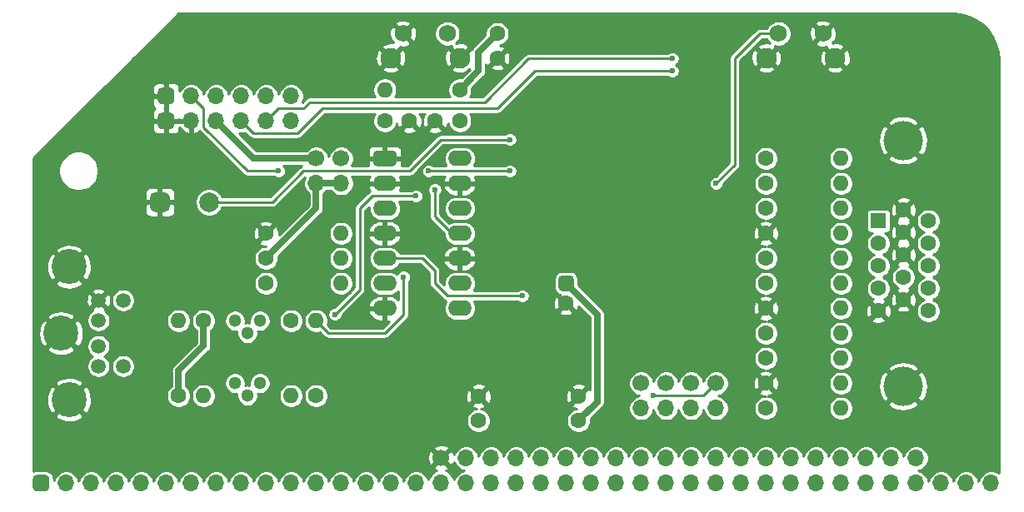
<source format=gbr>
%TF.GenerationSoftware,KiCad,Pcbnew,(5.1.6)-1*%
%TF.CreationDate,2020-11-25T00:21:07-08:00*%
%TF.ProjectId,rc-fabgl,72632d66-6162-4676-9c2e-6b696361645f,rev?*%
%TF.SameCoordinates,PX9157080PY9071968*%
%TF.FileFunction,Copper,L2,Bot*%
%TF.FilePolarity,Positive*%
%FSLAX46Y46*%
G04 Gerber Fmt 4.6, Leading zero omitted, Abs format (unit mm)*
G04 Created by KiCad (PCBNEW (5.1.6)-1) date 2020-11-25 00:21:07*
%MOMM*%
%LPD*%
G01*
G04 APERTURE LIST*
%TA.AperFunction,ComponentPad*%
%ADD10O,1.700000X1.700000*%
%TD*%
%TA.AperFunction,ComponentPad*%
%ADD11R,1.600000X1.600000*%
%TD*%
%TA.AperFunction,ComponentPad*%
%ADD12C,1.600000*%
%TD*%
%TA.AperFunction,ComponentPad*%
%ADD13C,4.000000*%
%TD*%
%TA.AperFunction,ComponentPad*%
%ADD14C,3.554999*%
%TD*%
%TA.AperFunction,ComponentPad*%
%ADD15C,1.509000*%
%TD*%
%TA.AperFunction,ComponentPad*%
%ADD16O,2.400000X1.600000*%
%TD*%
%TA.AperFunction,ComponentPad*%
%ADD17O,1.600000X1.600000*%
%TD*%
%TA.AperFunction,ComponentPad*%
%ADD18C,1.300000*%
%TD*%
%TA.AperFunction,ComponentPad*%
%ADD19C,1.700000*%
%TD*%
%TA.AperFunction,ComponentPad*%
%ADD20C,2.000000*%
%TD*%
%TA.AperFunction,ComponentPad*%
%ADD21C,2.100000*%
%TD*%
%TA.AperFunction,ComponentPad*%
%ADD22C,1.750000*%
%TD*%
%TA.AperFunction,ViaPad*%
%ADD23C,0.900001*%
%TD*%
%TA.AperFunction,ViaPad*%
%ADD24C,0.600000*%
%TD*%
%TA.AperFunction,Conductor*%
%ADD25C,0.635000*%
%TD*%
%TA.AperFunction,Conductor*%
%ADD26C,0.254000*%
%TD*%
%TA.AperFunction,Conductor*%
%ADD27C,0.250000*%
%TD*%
G04 APERTURE END LIST*
D10*
%TO.P,J3,12*%
%TO.N,Ser2RTS*%
X26670000Y40970200D03*
%TO.P,J3,11*%
%TO.N,Net-(J3-Pad11)*%
X26670000Y38430200D03*
%TO.P,J3,10*%
%TO.N,/Ser2RX_5V*%
X24130000Y40970200D03*
%TO.P,J3,9*%
%TO.N,/ProgTX*%
X24130000Y38430200D03*
%TO.P,J3,8*%
%TO.N,Ser2TX*%
X21590000Y40970200D03*
%TO.P,J3,7*%
%TO.N,/ProgRX*%
X21590000Y38430200D03*
%TO.P,J3,6*%
%TO.N,/Ser25V*%
X19050000Y40970200D03*
%TO.P,J3,5*%
%TO.N,/Prog5V*%
X19050000Y38430200D03*
%TO.P,J3,4*%
%TO.N,/Ser2CTS_5V*%
X16510000Y40970200D03*
%TO.P,J3,3*%
%TO.N,GND*%
X16510000Y38430200D03*
%TO.P,J3,2*%
%TA.AperFunction,ComponentPad*%
G36*
G01*
X14395000Y40120200D02*
X13545000Y40120200D01*
G75*
G02*
X13120000Y40545200I0J425000D01*
G01*
X13120000Y41395200D01*
G75*
G02*
X13545000Y41820200I425000J0D01*
G01*
X14395000Y41820200D01*
G75*
G02*
X14820000Y41395200I0J-425000D01*
G01*
X14820000Y40545200D01*
G75*
G02*
X14395000Y40120200I-425000J0D01*
G01*
G37*
%TD.AperFunction*%
%TO.P,J3,1*%
%TA.AperFunction,ComponentPad*%
G36*
G01*
X14395000Y37580200D02*
X13545000Y37580200D01*
G75*
G02*
X13120000Y38005200I0J425000D01*
G01*
X13120000Y38855200D01*
G75*
G02*
X13545000Y39280200I425000J0D01*
G01*
X14395000Y39280200D01*
G75*
G02*
X14820000Y38855200I0J-425000D01*
G01*
X14820000Y38005200D01*
G75*
G02*
X14395000Y37580200I-425000J0D01*
G01*
G37*
%TD.AperFunction*%
%TD*%
D11*
%TO.P,J6,1*%
%TO.N,/Red*%
X86360000Y28270200D03*
D12*
%TO.P,J6,2*%
%TO.N,/Grn*%
X86360000Y25980200D03*
%TO.P,J6,3*%
%TO.N,/Blu*%
X86360000Y23690200D03*
%TO.P,J6,4*%
%TO.N,Net-(J6-Pad4)*%
X86360000Y21400200D03*
%TO.P,J6,5*%
%TO.N,GND*%
X86360000Y19110200D03*
%TO.P,J6,6*%
X88900000Y29415200D03*
%TO.P,J6,7*%
X88900000Y27125200D03*
%TO.P,J6,8*%
X88900000Y24835200D03*
%TO.P,J6,9*%
%TO.N,Net-(J6-Pad9)*%
X88900000Y22545200D03*
%TO.P,J6,10*%
%TO.N,GND*%
X88900000Y20255200D03*
%TO.P,J6,11*%
%TO.N,Net-(J6-Pad11)*%
X91440000Y28270200D03*
%TO.P,J6,12*%
%TO.N,Net-(J6-Pad12)*%
X91440000Y25980200D03*
%TO.P,J6,13*%
%TO.N,/HSync*%
X91440000Y23690200D03*
%TO.P,J6,14*%
%TO.N,/VSync*%
X91440000Y21400200D03*
%TO.P,J6,15*%
%TO.N,Net-(J6-Pad15)*%
X91440000Y19110200D03*
D13*
%TO.P,J6,0*%
%TO.N,GND*%
X88860000Y11455200D03*
X88860000Y36455200D03*
%TD*%
D14*
%TO.P,J5,0*%
%TO.N,GND*%
X4112000Y23600200D03*
X4112000Y10080200D03*
X3302000Y16840200D03*
D15*
%TO.P,J5,6*%
%TO.N,Net-(J5-Pad6)*%
X9602000Y13490200D03*
%TO.P,J5,5*%
%TO.N,/KBClk_5V*%
X9602000Y20190200D03*
%TO.P,J5,4*%
%TO.N,+5V*%
X7112000Y13490200D03*
%TO.P,J5,3*%
%TO.N,GND*%
X7112000Y20190200D03*
%TO.P,J5,2*%
%TO.N,Net-(J5-Pad2)*%
X7112000Y15540200D03*
%TO.P,J5,1*%
%TO.N,/KBDat_5v*%
X7112000Y18140200D03*
%TD*%
D16*
%TO.P,U3,14*%
%TO.N,+3V3*%
X43815000Y34620200D03*
%TO.P,U3,7*%
%TO.N,GND*%
X36195000Y19380200D03*
%TO.P,U3,13*%
X43815000Y32080200D03*
%TO.P,U3,6*%
%TO.N,Ser2RX_3V*%
X36195000Y21920200D03*
%TO.P,U3,12*%
%TO.N,/Ser2CTS_5V*%
X43815000Y29540200D03*
%TO.P,U3,5*%
%TO.N,/Ser2RX_5V*%
X36195000Y24460200D03*
%TO.P,U3,11*%
%TO.N,Ser2CTS_3V*%
X43815000Y27000200D03*
%TO.P,U3,4*%
%TO.N,GND*%
X36195000Y27000200D03*
%TO.P,U3,10*%
X43815000Y24460200D03*
%TO.P,U3,3*%
%TO.N,Net-(U3-Pad3)*%
X36195000Y29540200D03*
%TO.P,U3,9*%
%TO.N,/Ser1RX_5V*%
X43815000Y21920200D03*
%TO.P,U3,2*%
%TO.N,GND*%
X36195000Y32080200D03*
%TO.P,U3,8*%
%TO.N,Ser1RX_3V*%
X43815000Y19380200D03*
%TO.P,U3,1*%
%TO.N,GND*%
%TA.AperFunction,ComponentPad*%
G36*
G01*
X34995000Y34220200D02*
X34995000Y35020200D01*
G75*
G02*
X35395000Y35420200I400000J0D01*
G01*
X36995000Y35420200D01*
G75*
G02*
X37395000Y35020200I0J-400000D01*
G01*
X37395000Y34220200D01*
G75*
G02*
X36995000Y33820200I-400000J0D01*
G01*
X35395000Y33820200D01*
G75*
G02*
X34995000Y34220200I0J400000D01*
G01*
G37*
%TD.AperFunction*%
%TD*%
D17*
%TO.P,R19,2*%
%TO.N,/VSync*%
X82550000Y9220200D03*
D12*
%TO.P,R19,1*%
%TO.N,V*%
X74930000Y9220200D03*
%TD*%
D17*
%TO.P,R18,2*%
%TO.N,/Blu*%
X82550000Y11760200D03*
D12*
%TO.P,R18,1*%
%TO.N,GND*%
X74930000Y11760200D03*
%TD*%
D17*
%TO.P,R17,2*%
%TO.N,/Blu*%
X82550000Y14300200D03*
D12*
%TO.P,R17,1*%
%TO.N,B0*%
X74930000Y14300200D03*
%TD*%
D17*
%TO.P,R16,2*%
%TO.N,/Blu*%
X82550000Y16840200D03*
D12*
%TO.P,R16,1*%
%TO.N,B1*%
X74930000Y16840200D03*
%TD*%
D17*
%TO.P,R15,2*%
%TO.N,/Grn*%
X82550000Y19380200D03*
D12*
%TO.P,R15,1*%
%TO.N,GND*%
X74930000Y19380200D03*
%TD*%
D17*
%TO.P,R14,2*%
%TO.N,/Grn*%
X82550000Y21920200D03*
D12*
%TO.P,R14,1*%
%TO.N,G0*%
X74930000Y21920200D03*
%TD*%
D17*
%TO.P,R13,2*%
%TO.N,/Grn*%
X82550000Y24460200D03*
D12*
%TO.P,R13,1*%
%TO.N,G1*%
X74930000Y24460200D03*
%TD*%
D17*
%TO.P,R12,2*%
%TO.N,/Red*%
X82550000Y27000200D03*
D12*
%TO.P,R12,1*%
%TO.N,GND*%
X74930000Y27000200D03*
%TD*%
D17*
%TO.P,R11,2*%
%TO.N,/Red*%
X82550000Y29540200D03*
D12*
%TO.P,R11,1*%
%TO.N,R0*%
X74930000Y29540200D03*
%TD*%
D17*
%TO.P,R10,2*%
%TO.N,/Red*%
X82550000Y32080200D03*
D12*
%TO.P,R10,1*%
%TO.N,R1*%
X74930000Y32080200D03*
%TD*%
D17*
%TO.P,R9,2*%
%TO.N,/HSync*%
X82550000Y34620200D03*
D12*
%TO.P,R9,1*%
%TO.N,H*%
X74930000Y34620200D03*
%TD*%
D17*
%TO.P,R5,2*%
%TO.N,/KBClk_5V*%
X15240000Y18110200D03*
D12*
%TO.P,R5,1*%
%TO.N,+5V*%
X15240000Y10490200D03*
%TD*%
D17*
%TO.P,R6,2*%
%TO.N,/KBDat_5v*%
X17780000Y10490200D03*
D12*
%TO.P,R6,1*%
%TO.N,+5V*%
X17780000Y18110200D03*
%TD*%
D17*
%TO.P,R8,2*%
%TO.N,KBClk_3V*%
X29210000Y18110200D03*
D12*
%TO.P,R8,1*%
%TO.N,+3V3*%
X29210000Y10490200D03*
%TD*%
D17*
%TO.P,R7,2*%
%TO.N,KBDat_3V*%
X26670000Y10490200D03*
D12*
%TO.P,R7,1*%
%TO.N,+3V3*%
X26670000Y18110200D03*
%TD*%
D17*
%TO.P,R2,2*%
%TO.N,/Ser2CTS_5V*%
X31750000Y27000200D03*
D12*
%TO.P,R2,1*%
%TO.N,GND*%
X24130000Y27000200D03*
%TD*%
D17*
%TO.P,R3,2*%
%TO.N,/Ser2RX_5V*%
X31750000Y24460200D03*
D12*
%TO.P,R3,1*%
%TO.N,+5V*%
X24130000Y24460200D03*
%TD*%
D17*
%TO.P,R4,2*%
%TO.N,/Ser1RX_5V*%
X31750000Y21920200D03*
D12*
%TO.P,R4,1*%
%TO.N,+5V*%
X24130000Y21920200D03*
%TD*%
D17*
%TO.P,R1,2*%
%TO.N,/Reset*%
X36195000Y41605200D03*
D12*
%TO.P,R1,1*%
%TO.N,+3V3*%
X43815000Y41605200D03*
%TD*%
D18*
%TO.P,Q1,1*%
%TO.N,KBClk_3V*%
X23495000Y18110200D03*
%TO.P,Q1,3*%
%TO.N,/KBClk_5V*%
X20955000Y18110200D03*
%TO.P,Q1,2*%
%TO.N,+3V3*%
X22225000Y16840200D03*
%TD*%
%TO.P,Q2,1*%
%TO.N,KBDat_3V*%
X23495000Y11760200D03*
%TO.P,Q2,3*%
%TO.N,/KBDat_5v*%
X20955000Y11760200D03*
%TO.P,Q2,2*%
%TO.N,+3V3*%
X22225000Y10490200D03*
%TD*%
D10*
%TO.P,JP6,2*%
%TO.N,BusRX2*%
X69850000Y9220200D03*
D19*
%TO.P,JP6,1*%
%TO.N,Ser2TX*%
X69850000Y11760200D03*
%TD*%
D10*
%TO.P,JP5,2*%
%TO.N,BusTX2*%
X67310000Y9220200D03*
D19*
%TO.P,JP5,1*%
%TO.N,/Ser2RX_5V*%
X67310000Y11760200D03*
%TD*%
D10*
%TO.P,JP4,2*%
%TO.N,BusRX*%
X64770000Y9220200D03*
D19*
%TO.P,JP4,1*%
%TO.N,Ser1TX*%
X64770000Y11760200D03*
%TD*%
D10*
%TO.P,JP3,2*%
%TO.N,BusTX*%
X62230000Y9220200D03*
D19*
%TO.P,JP3,1*%
%TO.N,/Ser1RX_5V*%
X62230000Y11760200D03*
%TD*%
D10*
%TO.P,JP2,2*%
%TO.N,+5V*%
X31750000Y32080200D03*
D19*
%TO.P,JP2,1*%
%TO.N,/Ser25V*%
X31750000Y34620200D03*
%TD*%
D12*
%TO.P,C6,2*%
%TO.N,GND*%
X41315000Y38430200D03*
%TO.P,C6,1*%
%TO.N,+3V3*%
X43815000Y38430200D03*
%TD*%
%TO.P,C4,2*%
%TO.N,GND*%
X47625000Y44820200D03*
%TO.P,C4,1*%
%TO.N,+3V3*%
X47625000Y47320200D03*
%TD*%
%TO.P,C3,2*%
%TO.N,GND*%
X54610000Y19920200D03*
%TO.P,C3,1*%
%TO.N,+3V3*%
%TA.AperFunction,ComponentPad*%
G36*
G01*
X54210000Y22720200D02*
X55010000Y22720200D01*
G75*
G02*
X55410000Y22320200I0J-400000D01*
G01*
X55410000Y21520200D01*
G75*
G02*
X55010000Y21120200I-400000J0D01*
G01*
X54210000Y21120200D01*
G75*
G02*
X53810000Y21520200I0J400000D01*
G01*
X53810000Y22320200D01*
G75*
G02*
X54210000Y22720200I400000J0D01*
G01*
G37*
%TD.AperFunction*%
%TD*%
%TO.P,C1,2*%
%TO.N,GND*%
X45720000Y10450200D03*
%TO.P,C1,1*%
%TO.N,+5V*%
X45720000Y7950200D03*
%TD*%
D20*
%TO.P,BZ1,2*%
%TO.N,/Bell*%
X18335000Y30175200D03*
%TO.P,BZ1,1*%
%TO.N,GND*%
%TA.AperFunction,ComponentPad*%
G36*
G01*
X12335000Y29675200D02*
X12335000Y30675200D01*
G75*
G02*
X12835000Y31175200I500000J0D01*
G01*
X13835000Y31175200D01*
G75*
G02*
X14335000Y30675200I0J-500000D01*
G01*
X14335000Y29675200D01*
G75*
G02*
X13835000Y29175200I-500000J0D01*
G01*
X12835000Y29175200D01*
G75*
G02*
X12335000Y29675200I0J500000D01*
G01*
G37*
%TD.AperFunction*%
%TD*%
D21*
%TO.P,SW2,*%
%TO.N,GND*%
X74950000Y44830200D03*
D22*
%TO.P,SW2,1*%
%TO.N,/Boot*%
X76200000Y47320200D03*
%TO.P,SW2,2*%
%TO.N,GND*%
X80700000Y47320200D03*
D21*
%TO.P,SW2,*%
X81960000Y44830200D03*
%TD*%
%TO.P,SW1,*%
%TO.N,GND*%
X36795000Y44830200D03*
D22*
%TO.P,SW1,1*%
X38045000Y47320200D03*
%TO.P,SW1,2*%
%TO.N,/Reset*%
X42545000Y47320200D03*
D21*
%TO.P,SW1,*%
%TO.N,GND*%
X43805000Y44830200D03*
%TD*%
D10*
%TO.P,JP1,2*%
%TO.N,+5V*%
X29210000Y32080200D03*
D19*
%TO.P,JP1,1*%
%TO.N,/Prog5V*%
X29210000Y34620200D03*
%TD*%
D10*
%TO.P,J2,20*%
%TO.N,BusRX2*%
X90170000Y4140200D03*
%TO.P,J2,19*%
%TO.N,BusTX2*%
X87630000Y4140200D03*
%TO.P,J2,18*%
%TO.N,Net-(J2-Pad18)*%
X85090000Y4140200D03*
%TO.P,J2,17*%
%TO.N,Net-(J2-Pad17)*%
X82550000Y4140200D03*
%TO.P,J2,16*%
%TO.N,Net-(J2-Pad16)*%
X80010000Y4140200D03*
%TO.P,J2,15*%
%TO.N,Net-(J2-Pad15)*%
X77470000Y4140200D03*
%TO.P,J2,14*%
%TO.N,Net-(J2-Pad14)*%
X74930000Y4140200D03*
%TO.P,J2,13*%
%TO.N,Net-(J2-Pad13)*%
X72390000Y4140200D03*
%TO.P,J2,12*%
%TO.N,Net-(J2-Pad12)*%
X69850000Y4140200D03*
%TO.P,J2,11*%
%TO.N,Net-(J2-Pad11)*%
X67310000Y4140200D03*
%TO.P,J2,10*%
%TO.N,Net-(J2-Pad10)*%
X64770000Y4140200D03*
%TO.P,J2,9*%
%TO.N,Net-(J2-Pad9)*%
X62230000Y4140200D03*
%TO.P,J2,8*%
%TO.N,Net-(J2-Pad8)*%
X59690000Y4140200D03*
%TO.P,J2,7*%
%TO.N,Net-(J2-Pad7)*%
X57150000Y4140200D03*
%TO.P,J2,6*%
%TO.N,Net-(J2-Pad6)*%
X54610000Y4140200D03*
%TO.P,J2,5*%
%TO.N,Net-(J2-Pad5)*%
X52070000Y4140200D03*
%TO.P,J2,4*%
%TO.N,Net-(J2-Pad4)*%
X49530000Y4140200D03*
%TO.P,J2,3*%
%TO.N,Net-(J2-Pad3)*%
X46990000Y4140200D03*
%TO.P,J2,2*%
%TO.N,+5V*%
X44450000Y4140200D03*
D19*
%TO.P,J2,1*%
%TO.N,GND*%
X41910000Y4140200D03*
%TD*%
D12*
%TO.P,C5,2*%
%TO.N,GND*%
X38695000Y38430200D03*
%TO.P,C5,1*%
%TO.N,/Reset*%
X36195000Y38430200D03*
%TD*%
%TO.P,C2,1*%
%TO.N,+3V3*%
X55880000Y7950200D03*
%TO.P,C2,2*%
%TO.N,GND*%
X55880000Y10450200D03*
%TD*%
D10*
%TO.P,J1,39*%
%TO.N,Net-(J1-Pad39)*%
X97790000Y1600200D03*
%TO.P,J1,38*%
%TO.N,Net-(J1-Pad38)*%
X95250000Y1600200D03*
%TO.P,J1,37*%
%TO.N,Net-(J1-Pad37)*%
X92710000Y1600200D03*
%TO.P,J1,36*%
%TO.N,BusRX*%
X90170000Y1600200D03*
%TO.P,J1,35*%
%TO.N,BusTX*%
X87630000Y1600200D03*
%TO.P,J1,34*%
%TO.N,Net-(J1-Pad34)*%
X85090000Y1600200D03*
%TO.P,J1,33*%
%TO.N,Net-(J1-Pad33)*%
X82550000Y1600200D03*
%TO.P,J1,32*%
%TO.N,Net-(J1-Pad32)*%
X80010000Y1600200D03*
%TO.P,J1,31*%
%TO.N,Net-(J1-Pad31)*%
X77470000Y1600200D03*
%TO.P,J1,30*%
%TO.N,Net-(J1-Pad30)*%
X74930000Y1600200D03*
%TO.P,J1,29*%
%TO.N,Net-(J1-Pad29)*%
X72390000Y1600200D03*
%TO.P,J1,28*%
%TO.N,Net-(J1-Pad28)*%
X69850000Y1600200D03*
%TO.P,J1,27*%
%TO.N,Net-(J1-Pad27)*%
X67310000Y1600200D03*
%TO.P,J1,26*%
%TO.N,Net-(J1-Pad26)*%
X64770000Y1600200D03*
%TO.P,J1,25*%
%TO.N,Net-(J1-Pad25)*%
X62230000Y1600200D03*
%TO.P,J1,24*%
%TO.N,Net-(J1-Pad24)*%
X59690000Y1600200D03*
%TO.P,J1,23*%
%TO.N,Net-(J1-Pad23)*%
X57150000Y1600200D03*
%TO.P,J1,22*%
%TO.N,Net-(J1-Pad22)*%
X54610000Y1600200D03*
%TO.P,J1,21*%
%TO.N,Net-(J1-Pad21)*%
X52070000Y1600200D03*
%TO.P,J1,20*%
%TO.N,Net-(J1-Pad20)*%
X49530000Y1600200D03*
%TO.P,J1,19*%
%TO.N,Net-(J1-Pad19)*%
X46990000Y1600200D03*
%TO.P,J1,18*%
%TO.N,+5V*%
X44450000Y1600200D03*
%TO.P,J1,17*%
%TO.N,GND*%
X41910000Y1600200D03*
%TO.P,J1,16*%
%TO.N,Net-(J1-Pad16)*%
X39370000Y1600200D03*
%TO.P,J1,15*%
%TO.N,Net-(J1-Pad15)*%
X36830000Y1600200D03*
%TO.P,J1,14*%
%TO.N,Net-(J1-Pad14)*%
X34290000Y1600200D03*
%TO.P,J1,13*%
%TO.N,Net-(J1-Pad13)*%
X31750000Y1600200D03*
%TO.P,J1,12*%
%TO.N,Net-(J1-Pad12)*%
X29210000Y1600200D03*
%TO.P,J1,11*%
%TO.N,Net-(J1-Pad11)*%
X26670000Y1600200D03*
%TO.P,J1,10*%
%TO.N,Net-(J1-Pad10)*%
X24130000Y1600200D03*
%TO.P,J1,9*%
%TO.N,Net-(J1-Pad9)*%
X21590000Y1600200D03*
%TO.P,J1,8*%
%TO.N,Net-(J1-Pad8)*%
X19050000Y1600200D03*
%TO.P,J1,7*%
%TO.N,Net-(J1-Pad7)*%
X16510000Y1600200D03*
%TO.P,J1,6*%
%TO.N,Net-(J1-Pad6)*%
X13970000Y1600200D03*
%TO.P,J1,5*%
%TO.N,Net-(J1-Pad5)*%
X11430000Y1600200D03*
%TO.P,J1,4*%
%TO.N,Net-(J1-Pad4)*%
X8890000Y1600200D03*
%TO.P,J1,3*%
%TO.N,Net-(J1-Pad3)*%
X6350000Y1600200D03*
%TO.P,J1,2*%
%TO.N,Net-(J1-Pad2)*%
X3810000Y1600200D03*
%TO.P,J1,1*%
%TO.N,Net-(J1-Pad1)*%
%TA.AperFunction,ComponentPad*%
G36*
G01*
X1695000Y750200D02*
X845000Y750200D01*
G75*
G02*
X420000Y1175200I0J425000D01*
G01*
X420000Y2025200D01*
G75*
G02*
X845000Y2450200I425000J0D01*
G01*
X1695000Y2450200D01*
G75*
G02*
X2120000Y2025200I0J-425000D01*
G01*
X2120000Y1175200D01*
G75*
G02*
X1695000Y750200I-425000J0D01*
G01*
G37*
%TD.AperFunction*%
%TD*%
D23*
%TO.N,GND*%
X53022500Y39700200D03*
X65722500Y39700200D03*
X53022500Y48590200D03*
X65722500Y48590200D03*
X53022500Y30810200D03*
X65722500Y30810200D03*
X47625000Y18745200D03*
X47942500Y21539200D03*
X70485000Y42875200D03*
X72644000Y40716200D03*
X45847000Y41605200D03*
X46228000Y38176200D03*
X38989000Y19697700D03*
X71755000Y10490200D03*
X67945000Y14300200D03*
X19685000Y14300200D03*
X24765000Y14300200D03*
X27940000Y21920200D03*
X25400000Y35890200D03*
X12954000Y12522200D03*
D24*
%TO.N,KBDat_3V*%
X39370000Y30810200D03*
X31115000Y18745200D03*
%TO.N,KBClk_3V*%
X38100000Y22555200D03*
%TO.N,/Bell*%
X48895000Y36525200D03*
%TO.N,/ProgTX*%
X65405000Y44780200D03*
%TO.N,/ProgRX*%
X65405000Y43510200D03*
%TO.N,/Boot*%
X69850000Y32080200D03*
%TO.N,Ser2RTS*%
X48895000Y33350200D03*
X40640000Y33350200D03*
%TO.N,/Ser2RX_5V*%
X50165000Y20650200D03*
%TO.N,Ser2TX*%
X63500000Y10490200D03*
%TO.N,/Ser2CTS_5V*%
X25400000Y33350200D03*
%TO.N,Ser2CTS_3V*%
X41275000Y31445200D03*
%TD*%
D25*
%TO.N,+5V*%
X7112000Y13490200D02*
X7112000Y13538200D01*
X15240000Y10490200D02*
X15240000Y13030200D01*
X15240000Y13030200D02*
X17780000Y15570200D01*
X17780000Y15570200D02*
X17780000Y18110200D01*
X29210000Y29540200D02*
X29210000Y32080200D01*
X24130000Y24460200D02*
X29210000Y29540200D01*
X29210000Y32080200D02*
X31750000Y32080200D01*
%TO.N,+3V3*%
X57785000Y18745200D02*
X54610000Y21920200D01*
X55880000Y7950200D02*
X57785000Y9855200D01*
X57785000Y9855200D02*
X57785000Y18745200D01*
X45720000Y43510200D02*
X43815000Y41605200D01*
X47625000Y47320200D02*
X45720000Y45415200D01*
X45720000Y45415200D02*
X45720000Y43510200D01*
D26*
%TO.N,Net-(J1-Pad1)*%
X1270000Y1600200D02*
X1667962Y1600200D01*
%TO.N,KBDat_3V*%
X33655000Y29540200D02*
X34925000Y30810200D01*
X34925000Y30810200D02*
X39370000Y30810200D01*
X31115000Y18745200D02*
X33655000Y21285200D01*
X33655000Y21285200D02*
X33655000Y29540200D01*
%TO.N,KBClk_3V*%
X38100000Y18745200D02*
X38100000Y22555200D01*
X36195000Y16840200D02*
X38100000Y18745200D01*
X29210000Y18110200D02*
X30480000Y16840200D01*
X30480000Y16840200D02*
X36195000Y16840200D01*
%TO.N,/Bell*%
X18335000Y30175200D02*
X24765000Y30175200D01*
X24765000Y30175200D02*
X27940000Y33350200D01*
X27940000Y33350200D02*
X38735000Y33350200D01*
X38735000Y33350200D02*
X41910000Y36525200D01*
X41910000Y36525200D02*
X48895000Y36525200D01*
%TO.N,/ProgTX*%
X28575000Y40335200D02*
X27940000Y39700200D01*
X25400000Y39700200D02*
X24130000Y38430200D01*
X27940000Y39700200D02*
X25400000Y39700200D01*
X46355000Y40335200D02*
X28575000Y40335200D01*
X50800000Y44780200D02*
X46355000Y40335200D01*
X65405000Y44780200D02*
X50800000Y44780200D01*
%TO.N,/ProgRX*%
X51435000Y43510200D02*
X65405000Y43510200D01*
X22860000Y37160200D02*
X27305000Y37160200D01*
X21590000Y38430200D02*
X22860000Y37160200D01*
X27305000Y37160200D02*
X29845000Y39700200D01*
X47625000Y39700200D02*
X51435000Y43510200D01*
X29845000Y39700200D02*
X47625000Y39700200D01*
D25*
%TO.N,/Prog5V*%
X22860000Y34620200D02*
X19050000Y38430200D01*
X29210000Y34620200D02*
X22860000Y34620200D01*
D26*
%TO.N,/Boot*%
X71755000Y33985200D02*
X69850000Y32080200D01*
X71755000Y44780200D02*
X71755000Y33985200D01*
X76200000Y47320200D02*
X74295000Y47320200D01*
X74295000Y47320200D02*
X71755000Y44780200D01*
%TO.N,Ser2RTS*%
X48895000Y33350200D02*
X40640000Y33350200D01*
%TO.N,/Ser2RX_5V*%
X40005000Y24460200D02*
X41275000Y23190200D01*
X36195000Y24460200D02*
X40005000Y24460200D01*
X42545000Y20650200D02*
X50165000Y20650200D01*
X41275000Y23190200D02*
X41275000Y21920200D01*
X41275000Y21920200D02*
X42545000Y20650200D01*
%TO.N,Ser2TX*%
X68580000Y10490200D02*
X69850000Y11760200D01*
X63500000Y10490200D02*
X68580000Y10490200D01*
%TO.N,/Ser2CTS_5V*%
X25400000Y33350200D02*
X22225000Y33350200D01*
X22225000Y33350200D02*
X17780000Y37795200D01*
X17780000Y37795200D02*
X17780000Y39700200D01*
X17780000Y39700200D02*
X16510000Y40970200D01*
D27*
%TO.N,Ser2CTS_3V*%
X44450000Y27000200D02*
X43000000Y27000200D01*
X41275000Y28725200D02*
X41275000Y31445200D01*
X43000000Y27000200D02*
X41275000Y28725200D01*
%TD*%
D26*
%TO.N,GND*%
G36*
X42037000Y1727200D02*
G01*
X42057000Y1727200D01*
X42057000Y1473200D01*
X42037000Y1473200D01*
X42037000Y1453200D01*
X41783000Y1453200D01*
X41783000Y1473200D01*
X41763000Y1473200D01*
X41763000Y1727200D01*
X41783000Y1727200D01*
X41783000Y1747200D01*
X42037000Y1747200D01*
X42037000Y1727200D01*
G37*
X42037000Y1727200D02*
X42057000Y1727200D01*
X42057000Y1473200D01*
X42037000Y1473200D01*
X42037000Y1453200D01*
X41783000Y1453200D01*
X41783000Y1473200D01*
X41763000Y1473200D01*
X41763000Y1727200D01*
X41783000Y1727200D01*
X41783000Y1747200D01*
X42037000Y1747200D01*
X42037000Y1727200D01*
G36*
X94730956Y49280497D02*
G01*
X95517463Y49069754D01*
X96255433Y48725633D01*
X96922429Y48258597D01*
X97498197Y47682829D01*
X97965233Y47015833D01*
X98309354Y46277863D01*
X98520098Y45491355D01*
X98594600Y44639789D01*
X98594601Y2604191D01*
X98397160Y2736116D01*
X98163887Y2832741D01*
X97916246Y2882000D01*
X97663754Y2882000D01*
X97416113Y2832741D01*
X97182840Y2736116D01*
X96972900Y2595839D01*
X96794361Y2417300D01*
X96654084Y2207360D01*
X96557459Y1974087D01*
X96520000Y1785768D01*
X96482541Y1974087D01*
X96385916Y2207360D01*
X96245639Y2417300D01*
X96067100Y2595839D01*
X95857160Y2736116D01*
X95623887Y2832741D01*
X95376246Y2882000D01*
X95123754Y2882000D01*
X94876113Y2832741D01*
X94642840Y2736116D01*
X94432900Y2595839D01*
X94254361Y2417300D01*
X94114084Y2207360D01*
X94017459Y1974087D01*
X93980000Y1785768D01*
X93942541Y1974087D01*
X93845916Y2207360D01*
X93705639Y2417300D01*
X93527100Y2595839D01*
X93317160Y2736116D01*
X93083887Y2832741D01*
X92836246Y2882000D01*
X92583754Y2882000D01*
X92336113Y2832741D01*
X92102840Y2736116D01*
X91892900Y2595839D01*
X91714361Y2417300D01*
X91574084Y2207360D01*
X91477459Y1974087D01*
X91440000Y1785768D01*
X91402541Y1974087D01*
X91305916Y2207360D01*
X91165639Y2417300D01*
X90987100Y2595839D01*
X90777160Y2736116D01*
X90543887Y2832741D01*
X90355568Y2870200D01*
X90543887Y2907659D01*
X90777160Y3004284D01*
X90987100Y3144561D01*
X91165639Y3323100D01*
X91305916Y3533040D01*
X91402541Y3766313D01*
X91451800Y4013954D01*
X91451800Y4266446D01*
X91402541Y4514087D01*
X91305916Y4747360D01*
X91165639Y4957300D01*
X90987100Y5135839D01*
X90777160Y5276116D01*
X90543887Y5372741D01*
X90296246Y5422000D01*
X90043754Y5422000D01*
X89796113Y5372741D01*
X89562840Y5276116D01*
X89352900Y5135839D01*
X89174361Y4957300D01*
X89034084Y4747360D01*
X88937459Y4514087D01*
X88900000Y4325768D01*
X88862541Y4514087D01*
X88765916Y4747360D01*
X88625639Y4957300D01*
X88447100Y5135839D01*
X88237160Y5276116D01*
X88003887Y5372741D01*
X87756246Y5422000D01*
X87503754Y5422000D01*
X87256113Y5372741D01*
X87022840Y5276116D01*
X86812900Y5135839D01*
X86634361Y4957300D01*
X86494084Y4747360D01*
X86397459Y4514087D01*
X86360000Y4325768D01*
X86322541Y4514087D01*
X86225916Y4747360D01*
X86085639Y4957300D01*
X85907100Y5135839D01*
X85697160Y5276116D01*
X85463887Y5372741D01*
X85216246Y5422000D01*
X84963754Y5422000D01*
X84716113Y5372741D01*
X84482840Y5276116D01*
X84272900Y5135839D01*
X84094361Y4957300D01*
X83954084Y4747360D01*
X83857459Y4514087D01*
X83820000Y4325768D01*
X83782541Y4514087D01*
X83685916Y4747360D01*
X83545639Y4957300D01*
X83367100Y5135839D01*
X83157160Y5276116D01*
X82923887Y5372741D01*
X82676246Y5422000D01*
X82423754Y5422000D01*
X82176113Y5372741D01*
X81942840Y5276116D01*
X81732900Y5135839D01*
X81554361Y4957300D01*
X81414084Y4747360D01*
X81317459Y4514087D01*
X81280000Y4325768D01*
X81242541Y4514087D01*
X81145916Y4747360D01*
X81005639Y4957300D01*
X80827100Y5135839D01*
X80617160Y5276116D01*
X80383887Y5372741D01*
X80136246Y5422000D01*
X79883754Y5422000D01*
X79636113Y5372741D01*
X79402840Y5276116D01*
X79192900Y5135839D01*
X79014361Y4957300D01*
X78874084Y4747360D01*
X78777459Y4514087D01*
X78740000Y4325768D01*
X78702541Y4514087D01*
X78605916Y4747360D01*
X78465639Y4957300D01*
X78287100Y5135839D01*
X78077160Y5276116D01*
X77843887Y5372741D01*
X77596246Y5422000D01*
X77343754Y5422000D01*
X77096113Y5372741D01*
X76862840Y5276116D01*
X76652900Y5135839D01*
X76474361Y4957300D01*
X76334084Y4747360D01*
X76237459Y4514087D01*
X76200000Y4325768D01*
X76162541Y4514087D01*
X76065916Y4747360D01*
X75925639Y4957300D01*
X75747100Y5135839D01*
X75537160Y5276116D01*
X75303887Y5372741D01*
X75056246Y5422000D01*
X74803754Y5422000D01*
X74556113Y5372741D01*
X74322840Y5276116D01*
X74112900Y5135839D01*
X73934361Y4957300D01*
X73794084Y4747360D01*
X73697459Y4514087D01*
X73660000Y4325768D01*
X73622541Y4514087D01*
X73525916Y4747360D01*
X73385639Y4957300D01*
X73207100Y5135839D01*
X72997160Y5276116D01*
X72763887Y5372741D01*
X72516246Y5422000D01*
X72263754Y5422000D01*
X72016113Y5372741D01*
X71782840Y5276116D01*
X71572900Y5135839D01*
X71394361Y4957300D01*
X71254084Y4747360D01*
X71157459Y4514087D01*
X71120000Y4325768D01*
X71082541Y4514087D01*
X70985916Y4747360D01*
X70845639Y4957300D01*
X70667100Y5135839D01*
X70457160Y5276116D01*
X70223887Y5372741D01*
X69976246Y5422000D01*
X69723754Y5422000D01*
X69476113Y5372741D01*
X69242840Y5276116D01*
X69032900Y5135839D01*
X68854361Y4957300D01*
X68714084Y4747360D01*
X68617459Y4514087D01*
X68580000Y4325768D01*
X68542541Y4514087D01*
X68445916Y4747360D01*
X68305639Y4957300D01*
X68127100Y5135839D01*
X67917160Y5276116D01*
X67683887Y5372741D01*
X67436246Y5422000D01*
X67183754Y5422000D01*
X66936113Y5372741D01*
X66702840Y5276116D01*
X66492900Y5135839D01*
X66314361Y4957300D01*
X66174084Y4747360D01*
X66077459Y4514087D01*
X66040000Y4325768D01*
X66002541Y4514087D01*
X65905916Y4747360D01*
X65765639Y4957300D01*
X65587100Y5135839D01*
X65377160Y5276116D01*
X65143887Y5372741D01*
X64896246Y5422000D01*
X64643754Y5422000D01*
X64396113Y5372741D01*
X64162840Y5276116D01*
X63952900Y5135839D01*
X63774361Y4957300D01*
X63634084Y4747360D01*
X63537459Y4514087D01*
X63500000Y4325768D01*
X63462541Y4514087D01*
X63365916Y4747360D01*
X63225639Y4957300D01*
X63047100Y5135839D01*
X62837160Y5276116D01*
X62603887Y5372741D01*
X62356246Y5422000D01*
X62103754Y5422000D01*
X61856113Y5372741D01*
X61622840Y5276116D01*
X61412900Y5135839D01*
X61234361Y4957300D01*
X61094084Y4747360D01*
X60997459Y4514087D01*
X60960000Y4325768D01*
X60922541Y4514087D01*
X60825916Y4747360D01*
X60685639Y4957300D01*
X60507100Y5135839D01*
X60297160Y5276116D01*
X60063887Y5372741D01*
X59816246Y5422000D01*
X59563754Y5422000D01*
X59316113Y5372741D01*
X59082840Y5276116D01*
X58872900Y5135839D01*
X58694361Y4957300D01*
X58554084Y4747360D01*
X58457459Y4514087D01*
X58420000Y4325768D01*
X58382541Y4514087D01*
X58285916Y4747360D01*
X58145639Y4957300D01*
X57967100Y5135839D01*
X57757160Y5276116D01*
X57523887Y5372741D01*
X57276246Y5422000D01*
X57023754Y5422000D01*
X56776113Y5372741D01*
X56542840Y5276116D01*
X56332900Y5135839D01*
X56154361Y4957300D01*
X56014084Y4747360D01*
X55917459Y4514087D01*
X55880000Y4325768D01*
X55842541Y4514087D01*
X55745916Y4747360D01*
X55605639Y4957300D01*
X55427100Y5135839D01*
X55217160Y5276116D01*
X54983887Y5372741D01*
X54736246Y5422000D01*
X54483754Y5422000D01*
X54236113Y5372741D01*
X54002840Y5276116D01*
X53792900Y5135839D01*
X53614361Y4957300D01*
X53474084Y4747360D01*
X53377459Y4514087D01*
X53340000Y4325768D01*
X53302541Y4514087D01*
X53205916Y4747360D01*
X53065639Y4957300D01*
X52887100Y5135839D01*
X52677160Y5276116D01*
X52443887Y5372741D01*
X52196246Y5422000D01*
X51943754Y5422000D01*
X51696113Y5372741D01*
X51462840Y5276116D01*
X51252900Y5135839D01*
X51074361Y4957300D01*
X50934084Y4747360D01*
X50837459Y4514087D01*
X50800000Y4325768D01*
X50762541Y4514087D01*
X50665916Y4747360D01*
X50525639Y4957300D01*
X50347100Y5135839D01*
X50137160Y5276116D01*
X49903887Y5372741D01*
X49656246Y5422000D01*
X49403754Y5422000D01*
X49156113Y5372741D01*
X48922840Y5276116D01*
X48712900Y5135839D01*
X48534361Y4957300D01*
X48394084Y4747360D01*
X48297459Y4514087D01*
X48260000Y4325768D01*
X48222541Y4514087D01*
X48125916Y4747360D01*
X47985639Y4957300D01*
X47807100Y5135839D01*
X47597160Y5276116D01*
X47363887Y5372741D01*
X47116246Y5422000D01*
X46863754Y5422000D01*
X46616113Y5372741D01*
X46382840Y5276116D01*
X46172900Y5135839D01*
X45994361Y4957300D01*
X45854084Y4747360D01*
X45757459Y4514087D01*
X45720000Y4325768D01*
X45682541Y4514087D01*
X45585916Y4747360D01*
X45445639Y4957300D01*
X45267100Y5135839D01*
X45057160Y5276116D01*
X44823887Y5372741D01*
X44576246Y5422000D01*
X44323754Y5422000D01*
X44076113Y5372741D01*
X43842840Y5276116D01*
X43632900Y5135839D01*
X43454361Y4957300D01*
X43314084Y4747360D01*
X43218284Y4516079D01*
X43140716Y4729601D01*
X43083818Y4836048D01*
X42870277Y4920872D01*
X42089605Y4140200D01*
X42870277Y3359528D01*
X43083818Y3444352D01*
X43197017Y3686723D01*
X43217049Y3768373D01*
X43217459Y3766313D01*
X43314084Y3533040D01*
X43454361Y3323100D01*
X43632900Y3144561D01*
X43842840Y3004284D01*
X44076113Y2907659D01*
X44264432Y2870200D01*
X44076113Y2832741D01*
X43842840Y2736116D01*
X43632900Y2595839D01*
X43454361Y2417300D01*
X43314084Y2207360D01*
X43217459Y1974087D01*
X43215565Y1964566D01*
X43134529Y2187319D01*
X42996459Y2414931D01*
X42816637Y2611234D01*
X42601973Y2768683D01*
X42387381Y2868789D01*
X42499401Y2909484D01*
X42605848Y2966382D01*
X42690672Y3179923D01*
X41910000Y3960595D01*
X41129328Y3179923D01*
X41214152Y2966382D01*
X41427861Y2866570D01*
X41218027Y2768683D01*
X41003363Y2611234D01*
X40823541Y2414931D01*
X40685471Y2187319D01*
X40604435Y1964566D01*
X40602541Y1974087D01*
X40505916Y2207360D01*
X40365639Y2417300D01*
X40187100Y2595839D01*
X39977160Y2736116D01*
X39743887Y2832741D01*
X39496246Y2882000D01*
X39243754Y2882000D01*
X38996113Y2832741D01*
X38762840Y2736116D01*
X38552900Y2595839D01*
X38374361Y2417300D01*
X38234084Y2207360D01*
X38137459Y1974087D01*
X38100000Y1785768D01*
X38062541Y1974087D01*
X37965916Y2207360D01*
X37825639Y2417300D01*
X37647100Y2595839D01*
X37437160Y2736116D01*
X37203887Y2832741D01*
X36956246Y2882000D01*
X36703754Y2882000D01*
X36456113Y2832741D01*
X36222840Y2736116D01*
X36012900Y2595839D01*
X35834361Y2417300D01*
X35694084Y2207360D01*
X35597459Y1974087D01*
X35560000Y1785768D01*
X35522541Y1974087D01*
X35425916Y2207360D01*
X35285639Y2417300D01*
X35107100Y2595839D01*
X34897160Y2736116D01*
X34663887Y2832741D01*
X34416246Y2882000D01*
X34163754Y2882000D01*
X33916113Y2832741D01*
X33682840Y2736116D01*
X33472900Y2595839D01*
X33294361Y2417300D01*
X33154084Y2207360D01*
X33057459Y1974087D01*
X33020000Y1785768D01*
X32982541Y1974087D01*
X32885916Y2207360D01*
X32745639Y2417300D01*
X32567100Y2595839D01*
X32357160Y2736116D01*
X32123887Y2832741D01*
X31876246Y2882000D01*
X31623754Y2882000D01*
X31376113Y2832741D01*
X31142840Y2736116D01*
X30932900Y2595839D01*
X30754361Y2417300D01*
X30614084Y2207360D01*
X30517459Y1974087D01*
X30480000Y1785768D01*
X30442541Y1974087D01*
X30345916Y2207360D01*
X30205639Y2417300D01*
X30027100Y2595839D01*
X29817160Y2736116D01*
X29583887Y2832741D01*
X29336246Y2882000D01*
X29083754Y2882000D01*
X28836113Y2832741D01*
X28602840Y2736116D01*
X28392900Y2595839D01*
X28214361Y2417300D01*
X28074084Y2207360D01*
X27977459Y1974087D01*
X27940000Y1785768D01*
X27902541Y1974087D01*
X27805916Y2207360D01*
X27665639Y2417300D01*
X27487100Y2595839D01*
X27277160Y2736116D01*
X27043887Y2832741D01*
X26796246Y2882000D01*
X26543754Y2882000D01*
X26296113Y2832741D01*
X26062840Y2736116D01*
X25852900Y2595839D01*
X25674361Y2417300D01*
X25534084Y2207360D01*
X25437459Y1974087D01*
X25400000Y1785768D01*
X25362541Y1974087D01*
X25265916Y2207360D01*
X25125639Y2417300D01*
X24947100Y2595839D01*
X24737160Y2736116D01*
X24503887Y2832741D01*
X24256246Y2882000D01*
X24003754Y2882000D01*
X23756113Y2832741D01*
X23522840Y2736116D01*
X23312900Y2595839D01*
X23134361Y2417300D01*
X22994084Y2207360D01*
X22897459Y1974087D01*
X22860000Y1785768D01*
X22822541Y1974087D01*
X22725916Y2207360D01*
X22585639Y2417300D01*
X22407100Y2595839D01*
X22197160Y2736116D01*
X21963887Y2832741D01*
X21716246Y2882000D01*
X21463754Y2882000D01*
X21216113Y2832741D01*
X20982840Y2736116D01*
X20772900Y2595839D01*
X20594361Y2417300D01*
X20454084Y2207360D01*
X20357459Y1974087D01*
X20320000Y1785768D01*
X20282541Y1974087D01*
X20185916Y2207360D01*
X20045639Y2417300D01*
X19867100Y2595839D01*
X19657160Y2736116D01*
X19423887Y2832741D01*
X19176246Y2882000D01*
X18923754Y2882000D01*
X18676113Y2832741D01*
X18442840Y2736116D01*
X18232900Y2595839D01*
X18054361Y2417300D01*
X17914084Y2207360D01*
X17817459Y1974087D01*
X17780000Y1785768D01*
X17742541Y1974087D01*
X17645916Y2207360D01*
X17505639Y2417300D01*
X17327100Y2595839D01*
X17117160Y2736116D01*
X16883887Y2832741D01*
X16636246Y2882000D01*
X16383754Y2882000D01*
X16136113Y2832741D01*
X15902840Y2736116D01*
X15692900Y2595839D01*
X15514361Y2417300D01*
X15374084Y2207360D01*
X15277459Y1974087D01*
X15240000Y1785768D01*
X15202541Y1974087D01*
X15105916Y2207360D01*
X14965639Y2417300D01*
X14787100Y2595839D01*
X14577160Y2736116D01*
X14343887Y2832741D01*
X14096246Y2882000D01*
X13843754Y2882000D01*
X13596113Y2832741D01*
X13362840Y2736116D01*
X13152900Y2595839D01*
X12974361Y2417300D01*
X12834084Y2207360D01*
X12737459Y1974087D01*
X12700000Y1785768D01*
X12662541Y1974087D01*
X12565916Y2207360D01*
X12425639Y2417300D01*
X12247100Y2595839D01*
X12037160Y2736116D01*
X11803887Y2832741D01*
X11556246Y2882000D01*
X11303754Y2882000D01*
X11056113Y2832741D01*
X10822840Y2736116D01*
X10612900Y2595839D01*
X10434361Y2417300D01*
X10294084Y2207360D01*
X10197459Y1974087D01*
X10160000Y1785768D01*
X10122541Y1974087D01*
X10025916Y2207360D01*
X9885639Y2417300D01*
X9707100Y2595839D01*
X9497160Y2736116D01*
X9263887Y2832741D01*
X9016246Y2882000D01*
X8763754Y2882000D01*
X8516113Y2832741D01*
X8282840Y2736116D01*
X8072900Y2595839D01*
X7894361Y2417300D01*
X7754084Y2207360D01*
X7657459Y1974087D01*
X7620000Y1785768D01*
X7582541Y1974087D01*
X7485916Y2207360D01*
X7345639Y2417300D01*
X7167100Y2595839D01*
X6957160Y2736116D01*
X6723887Y2832741D01*
X6476246Y2882000D01*
X6223754Y2882000D01*
X5976113Y2832741D01*
X5742840Y2736116D01*
X5532900Y2595839D01*
X5354361Y2417300D01*
X5214084Y2207360D01*
X5117459Y1974087D01*
X5080000Y1785768D01*
X5042541Y1974087D01*
X4945916Y2207360D01*
X4805639Y2417300D01*
X4627100Y2595839D01*
X4417160Y2736116D01*
X4183887Y2832741D01*
X3936246Y2882000D01*
X3683754Y2882000D01*
X3436113Y2832741D01*
X3202840Y2736116D01*
X2992900Y2595839D01*
X2814361Y2417300D01*
X2674084Y2207360D01*
X2577459Y1974087D01*
X2553889Y1855593D01*
X2553889Y2025200D01*
X2537386Y2192761D01*
X2488510Y2353883D01*
X2409140Y2502373D01*
X2302326Y2632526D01*
X2172173Y2739340D01*
X2023683Y2818710D01*
X1862561Y2867586D01*
X1695000Y2884089D01*
X845000Y2884089D01*
X677439Y2867586D01*
X516317Y2818710D01*
X506800Y2813623D01*
X506800Y4066639D01*
X40547413Y4066639D01*
X40587946Y3802225D01*
X40679284Y3550799D01*
X40736182Y3444352D01*
X40949723Y3359528D01*
X41730395Y4140200D01*
X40949723Y4920872D01*
X40736182Y4836048D01*
X40622983Y4593677D01*
X40559244Y4333879D01*
X40547413Y4066639D01*
X506800Y4066639D01*
X506800Y5100477D01*
X41129328Y5100477D01*
X41910000Y4319805D01*
X42690672Y5100477D01*
X42605848Y5314018D01*
X42363477Y5427217D01*
X42103679Y5490956D01*
X41836439Y5502787D01*
X41572025Y5462254D01*
X41320599Y5370916D01*
X41214152Y5314018D01*
X41129328Y5100477D01*
X506800Y5100477D01*
X506800Y8458919D01*
X2670324Y8458919D01*
X2866928Y8150439D01*
X3267329Y7944618D01*
X3700191Y7820865D01*
X4148878Y7783938D01*
X4596148Y7835255D01*
X5024812Y7972843D01*
X5209428Y8071522D01*
X44488200Y8071522D01*
X44488200Y7828878D01*
X44535538Y7590897D01*
X44628393Y7366724D01*
X44763199Y7164973D01*
X44934773Y6993399D01*
X45136524Y6858593D01*
X45360697Y6765738D01*
X45598678Y6718400D01*
X45841322Y6718400D01*
X46079303Y6765738D01*
X46303476Y6858593D01*
X46505227Y6993399D01*
X46676801Y7164973D01*
X46811607Y7366724D01*
X46904462Y7590897D01*
X46951800Y7828878D01*
X46951800Y8071522D01*
X46904462Y8309503D01*
X46811607Y8533676D01*
X46676801Y8735427D01*
X46505227Y8907001D01*
X46303476Y9041807D01*
X46079303Y9134662D01*
X45944652Y9161446D01*
X46050082Y9177994D01*
X46291936Y9266835D01*
X46386183Y9317212D01*
X46464949Y9525646D01*
X45720000Y10270595D01*
X44975051Y9525646D01*
X45053817Y9317212D01*
X45287653Y9209016D01*
X45489445Y9160272D01*
X45360697Y9134662D01*
X45136524Y9041807D01*
X44934773Y8907001D01*
X44763199Y8735427D01*
X44628393Y8533676D01*
X44535538Y8309503D01*
X44488200Y8071522D01*
X5209428Y8071522D01*
X5357072Y8150439D01*
X5553676Y8458919D01*
X4112000Y9900595D01*
X2670324Y8458919D01*
X506800Y8458919D01*
X506800Y10043322D01*
X1815738Y10043322D01*
X1867055Y9596052D01*
X2004643Y9167388D01*
X2182239Y8835128D01*
X2490719Y8638524D01*
X3932395Y10080200D01*
X4291605Y10080200D01*
X5733281Y8638524D01*
X6041761Y8835128D01*
X6247582Y9235529D01*
X6371335Y9668391D01*
X6408262Y10117078D01*
X6356945Y10564348D01*
X6341804Y10611522D01*
X14008200Y10611522D01*
X14008200Y10368878D01*
X14055538Y10130897D01*
X14148393Y9906724D01*
X14283199Y9704973D01*
X14454773Y9533399D01*
X14656524Y9398593D01*
X14880697Y9305738D01*
X15118678Y9258400D01*
X15361322Y9258400D01*
X15599303Y9305738D01*
X15823476Y9398593D01*
X16025227Y9533399D01*
X16196801Y9704973D01*
X16331607Y9906724D01*
X16424462Y10130897D01*
X16471800Y10368878D01*
X16471800Y10611522D01*
X16548200Y10611522D01*
X16548200Y10368878D01*
X16595538Y10130897D01*
X16688393Y9906724D01*
X16823199Y9704973D01*
X16994773Y9533399D01*
X17196524Y9398593D01*
X17420697Y9305738D01*
X17658678Y9258400D01*
X17901322Y9258400D01*
X18139303Y9305738D01*
X18363476Y9398593D01*
X18565227Y9533399D01*
X18736801Y9704973D01*
X18871607Y9906724D01*
X18964462Y10130897D01*
X19011800Y10368878D01*
X19011800Y10611522D01*
X18964462Y10849503D01*
X18871607Y11073676D01*
X18736801Y11275427D01*
X18565227Y11447001D01*
X18363476Y11581807D01*
X18139303Y11674662D01*
X17901322Y11722000D01*
X17658678Y11722000D01*
X17420697Y11674662D01*
X17196524Y11581807D01*
X16994773Y11447001D01*
X16823199Y11275427D01*
X16688393Y11073676D01*
X16595538Y10849503D01*
X16548200Y10611522D01*
X16471800Y10611522D01*
X16424462Y10849503D01*
X16331607Y11073676D01*
X16196801Y11275427D01*
X16025227Y11447001D01*
X15989300Y11471007D01*
X15989300Y11866748D01*
X19873200Y11866748D01*
X19873200Y11653652D01*
X19914773Y11444651D01*
X19996322Y11247776D01*
X20114711Y11070593D01*
X20265393Y10919911D01*
X20442576Y10801522D01*
X20639451Y10719973D01*
X20848452Y10678400D01*
X21061548Y10678400D01*
X21163474Y10698674D01*
X21143200Y10596748D01*
X21143200Y10383652D01*
X21184773Y10174651D01*
X21266322Y9977776D01*
X21384711Y9800593D01*
X21535393Y9649911D01*
X21712576Y9531522D01*
X21909451Y9449973D01*
X22118452Y9408400D01*
X22331548Y9408400D01*
X22540549Y9449973D01*
X22737424Y9531522D01*
X22914607Y9649911D01*
X23065289Y9800593D01*
X23183678Y9977776D01*
X23265227Y10174651D01*
X23306800Y10383652D01*
X23306800Y10596748D01*
X23303862Y10611522D01*
X25438200Y10611522D01*
X25438200Y10368878D01*
X25485538Y10130897D01*
X25578393Y9906724D01*
X25713199Y9704973D01*
X25884773Y9533399D01*
X26086524Y9398593D01*
X26310697Y9305738D01*
X26548678Y9258400D01*
X26791322Y9258400D01*
X27029303Y9305738D01*
X27253476Y9398593D01*
X27455227Y9533399D01*
X27626801Y9704973D01*
X27761607Y9906724D01*
X27854462Y10130897D01*
X27901800Y10368878D01*
X27901800Y10611522D01*
X27978200Y10611522D01*
X27978200Y10368878D01*
X28025538Y10130897D01*
X28118393Y9906724D01*
X28253199Y9704973D01*
X28424773Y9533399D01*
X28626524Y9398593D01*
X28850697Y9305738D01*
X29088678Y9258400D01*
X29331322Y9258400D01*
X29569303Y9305738D01*
X29793476Y9398593D01*
X29995227Y9533399D01*
X30166801Y9704973D01*
X30301607Y9906724D01*
X30394462Y10130897D01*
X30441800Y10368878D01*
X30441800Y10374656D01*
X44407843Y10374656D01*
X44447794Y10120118D01*
X44536635Y9878264D01*
X44587012Y9784017D01*
X44795446Y9705251D01*
X45540395Y10450200D01*
X45899605Y10450200D01*
X46644554Y9705251D01*
X46852988Y9784017D01*
X46961184Y10017853D01*
X47021682Y10268304D01*
X47026009Y10374656D01*
X54567843Y10374656D01*
X54607794Y10120118D01*
X54696635Y9878264D01*
X54747012Y9784017D01*
X54955446Y9705251D01*
X55700395Y10450200D01*
X54955446Y11195149D01*
X54747012Y11116383D01*
X54638816Y10882547D01*
X54578318Y10632096D01*
X54567843Y10374656D01*
X47026009Y10374656D01*
X47032157Y10525744D01*
X46992206Y10780282D01*
X46903365Y11022136D01*
X46852988Y11116383D01*
X46644554Y11195149D01*
X45899605Y10450200D01*
X45540395Y10450200D01*
X44795446Y11195149D01*
X44587012Y11116383D01*
X44478816Y10882547D01*
X44418318Y10632096D01*
X44407843Y10374656D01*
X30441800Y10374656D01*
X30441800Y10611522D01*
X30394462Y10849503D01*
X30301607Y11073676D01*
X30166801Y11275427D01*
X30067474Y11374754D01*
X44975051Y11374754D01*
X45720000Y10629805D01*
X46464949Y11374754D01*
X55135051Y11374754D01*
X55880000Y10629805D01*
X56624949Y11374754D01*
X56546183Y11583188D01*
X56312347Y11691384D01*
X56061896Y11751882D01*
X55804456Y11762357D01*
X55549918Y11722406D01*
X55308064Y11633565D01*
X55213817Y11583188D01*
X55135051Y11374754D01*
X46464949Y11374754D01*
X46386183Y11583188D01*
X46152347Y11691384D01*
X45901896Y11751882D01*
X45644456Y11762357D01*
X45389918Y11722406D01*
X45148064Y11633565D01*
X45053817Y11583188D01*
X44975051Y11374754D01*
X30067474Y11374754D01*
X29995227Y11447001D01*
X29793476Y11581807D01*
X29569303Y11674662D01*
X29331322Y11722000D01*
X29088678Y11722000D01*
X28850697Y11674662D01*
X28626524Y11581807D01*
X28424773Y11447001D01*
X28253199Y11275427D01*
X28118393Y11073676D01*
X28025538Y10849503D01*
X27978200Y10611522D01*
X27901800Y10611522D01*
X27854462Y10849503D01*
X27761607Y11073676D01*
X27626801Y11275427D01*
X27455227Y11447001D01*
X27253476Y11581807D01*
X27029303Y11674662D01*
X26791322Y11722000D01*
X26548678Y11722000D01*
X26310697Y11674662D01*
X26086524Y11581807D01*
X25884773Y11447001D01*
X25713199Y11275427D01*
X25578393Y11073676D01*
X25485538Y10849503D01*
X25438200Y10611522D01*
X23303862Y10611522D01*
X23286526Y10698674D01*
X23388452Y10678400D01*
X23601548Y10678400D01*
X23810549Y10719973D01*
X24007424Y10801522D01*
X24184607Y10919911D01*
X24335289Y11070593D01*
X24453678Y11247776D01*
X24535227Y11444651D01*
X24576800Y11653652D01*
X24576800Y11866748D01*
X24535227Y12075749D01*
X24453678Y12272624D01*
X24335289Y12449807D01*
X24184607Y12600489D01*
X24007424Y12718878D01*
X23810549Y12800427D01*
X23601548Y12842000D01*
X23388452Y12842000D01*
X23179451Y12800427D01*
X22982576Y12718878D01*
X22805393Y12600489D01*
X22654711Y12449807D01*
X22536322Y12272624D01*
X22454773Y12075749D01*
X22413200Y11866748D01*
X22413200Y11653652D01*
X22433474Y11551726D01*
X22331548Y11572000D01*
X22118452Y11572000D01*
X22016526Y11551726D01*
X22036800Y11653652D01*
X22036800Y11866748D01*
X21995227Y12075749D01*
X21913678Y12272624D01*
X21795289Y12449807D01*
X21644607Y12600489D01*
X21467424Y12718878D01*
X21270549Y12800427D01*
X21061548Y12842000D01*
X20848452Y12842000D01*
X20639451Y12800427D01*
X20442576Y12718878D01*
X20265393Y12600489D01*
X20114711Y12449807D01*
X19996322Y12272624D01*
X19914773Y12075749D01*
X19873200Y11866748D01*
X15989300Y11866748D01*
X15989300Y12719831D01*
X18283813Y15014343D01*
X18312398Y15037802D01*
X18406034Y15151897D01*
X18475612Y15282068D01*
X18518458Y15423312D01*
X18529300Y15533394D01*
X18529300Y15533403D01*
X18532924Y15570199D01*
X18529300Y15606995D01*
X18529300Y17129393D01*
X18565227Y17153399D01*
X18736801Y17324973D01*
X18871607Y17526724D01*
X18964462Y17750897D01*
X19011800Y17988878D01*
X19011800Y18216748D01*
X19873200Y18216748D01*
X19873200Y18003652D01*
X19914773Y17794651D01*
X19996322Y17597776D01*
X20114711Y17420593D01*
X20265393Y17269911D01*
X20442576Y17151522D01*
X20639451Y17069973D01*
X20848452Y17028400D01*
X21061548Y17028400D01*
X21163474Y17048674D01*
X21143200Y16946748D01*
X21143200Y16733652D01*
X21184773Y16524651D01*
X21266322Y16327776D01*
X21384711Y16150593D01*
X21535393Y15999911D01*
X21712576Y15881522D01*
X21909451Y15799973D01*
X22118452Y15758400D01*
X22331548Y15758400D01*
X22540549Y15799973D01*
X22737424Y15881522D01*
X22914607Y15999911D01*
X23065289Y16150593D01*
X23183678Y16327776D01*
X23265227Y16524651D01*
X23306800Y16733652D01*
X23306800Y16946748D01*
X23286526Y17048674D01*
X23388452Y17028400D01*
X23601548Y17028400D01*
X23810549Y17069973D01*
X24007424Y17151522D01*
X24184607Y17269911D01*
X24335289Y17420593D01*
X24453678Y17597776D01*
X24535227Y17794651D01*
X24576800Y18003652D01*
X24576800Y18216748D01*
X24573862Y18231522D01*
X25438200Y18231522D01*
X25438200Y17988878D01*
X25485538Y17750897D01*
X25578393Y17526724D01*
X25713199Y17324973D01*
X25884773Y17153399D01*
X26086524Y17018593D01*
X26310697Y16925738D01*
X26548678Y16878400D01*
X26791322Y16878400D01*
X27029303Y16925738D01*
X27253476Y17018593D01*
X27455227Y17153399D01*
X27626801Y17324973D01*
X27761607Y17526724D01*
X27854462Y17750897D01*
X27901800Y17988878D01*
X27901800Y18231522D01*
X27978200Y18231522D01*
X27978200Y17988878D01*
X28025538Y17750897D01*
X28118393Y17526724D01*
X28253199Y17324973D01*
X28424773Y17153399D01*
X28626524Y17018593D01*
X28850697Y16925738D01*
X29088678Y16878400D01*
X29331322Y16878400D01*
X29569303Y16925738D01*
X29593979Y16935959D01*
X30065457Y16464481D01*
X30082957Y16443157D01*
X30168046Y16373327D01*
X30265122Y16321439D01*
X30370456Y16289486D01*
X30452556Y16281400D01*
X30452557Y16281400D01*
X30479999Y16278697D01*
X30507441Y16281400D01*
X36167558Y16281400D01*
X36195000Y16278697D01*
X36222442Y16281400D01*
X36222444Y16281400D01*
X36304544Y16289486D01*
X36409878Y16321439D01*
X36506954Y16373327D01*
X36592043Y16443157D01*
X36609543Y16464481D01*
X38475726Y18330663D01*
X38497043Y18348157D01*
X38538410Y18398563D01*
X38566873Y18433245D01*
X38618761Y18530322D01*
X38623246Y18545107D01*
X38650714Y18635656D01*
X38658800Y18717756D01*
X38658800Y18717758D01*
X38661503Y18745200D01*
X38658800Y18772642D01*
X38658800Y22079079D01*
X38668426Y22088705D01*
X38748513Y22208563D01*
X38803677Y22341742D01*
X38831800Y22483124D01*
X38831800Y22627276D01*
X38803677Y22768658D01*
X38748513Y22901837D01*
X38668426Y23021695D01*
X38566495Y23123626D01*
X38446637Y23203713D01*
X38313458Y23258877D01*
X38172076Y23287000D01*
X38027924Y23287000D01*
X37886542Y23258877D01*
X37753363Y23203713D01*
X37633505Y23123626D01*
X37531574Y23021695D01*
X37451487Y22901837D01*
X37423348Y22833902D01*
X37282663Y22949360D01*
X37068670Y23063741D01*
X36836475Y23134177D01*
X36655513Y23152000D01*
X35734487Y23152000D01*
X35553525Y23134177D01*
X35321330Y23063741D01*
X35107337Y22949360D01*
X34919772Y22795428D01*
X34765840Y22607863D01*
X34651459Y22393870D01*
X34581023Y22161675D01*
X34557240Y21920200D01*
X34581023Y21678725D01*
X34651459Y21446530D01*
X34765840Y21232537D01*
X34919772Y21044972D01*
X35107337Y20891040D01*
X35321330Y20776659D01*
X35553525Y20706223D01*
X35734487Y20688400D01*
X36655513Y20688400D01*
X36836475Y20706223D01*
X37068670Y20776659D01*
X37282663Y20891040D01*
X37470228Y21044972D01*
X37541201Y21131452D01*
X37541200Y20283602D01*
X37427283Y20397205D01*
X37212883Y20540034D01*
X36974738Y20638291D01*
X36722000Y20688200D01*
X36322000Y20688200D01*
X36322000Y19507200D01*
X36342000Y19507200D01*
X36342000Y19253200D01*
X36322000Y19253200D01*
X36322000Y18072200D01*
X36636738Y18072200D01*
X35963538Y17399000D01*
X30711462Y17399000D01*
X30384241Y17726221D01*
X30394462Y17750897D01*
X30441800Y17988878D01*
X30441800Y18231522D01*
X30394462Y18469503D01*
X30301607Y18693676D01*
X30219020Y18817276D01*
X30383200Y18817276D01*
X30383200Y18673124D01*
X30411323Y18531742D01*
X30466487Y18398563D01*
X30546574Y18278705D01*
X30648505Y18176774D01*
X30768363Y18096687D01*
X30901542Y18041523D01*
X31042924Y18013400D01*
X31187076Y18013400D01*
X31328458Y18041523D01*
X31461637Y18096687D01*
X31581495Y18176774D01*
X31683426Y18278705D01*
X31763513Y18398563D01*
X31818677Y18531742D01*
X31846800Y18673124D01*
X31846800Y18686738D01*
X32211176Y19051114D01*
X34529075Y19051114D01*
X34537964Y18996983D01*
X34636880Y18759111D01*
X34780301Y18545107D01*
X34962717Y18363195D01*
X35177117Y18220366D01*
X35415262Y18122109D01*
X35668000Y18072200D01*
X36068000Y18072200D01*
X36068000Y19253200D01*
X34620848Y19253200D01*
X34529075Y19051114D01*
X32211176Y19051114D01*
X32869348Y19709286D01*
X34529075Y19709286D01*
X34620848Y19507200D01*
X36068000Y19507200D01*
X36068000Y20688200D01*
X35668000Y20688200D01*
X35415262Y20638291D01*
X35177117Y20540034D01*
X34962717Y20397205D01*
X34780301Y20215293D01*
X34636880Y20001289D01*
X34537964Y19763417D01*
X34529075Y19709286D01*
X32869348Y19709286D01*
X34030719Y20870657D01*
X34052043Y20888157D01*
X34121873Y20973246D01*
X34173761Y21070322D01*
X34205714Y21175656D01*
X34213800Y21257756D01*
X34213800Y21257757D01*
X34216503Y21285199D01*
X34213800Y21312641D01*
X34213800Y24460200D01*
X34557240Y24460200D01*
X34581023Y24218725D01*
X34651459Y23986530D01*
X34765840Y23772537D01*
X34919772Y23584972D01*
X35107337Y23431040D01*
X35321330Y23316659D01*
X35553525Y23246223D01*
X35734487Y23228400D01*
X36655513Y23228400D01*
X36836475Y23246223D01*
X37068670Y23316659D01*
X37282663Y23431040D01*
X37470228Y23584972D01*
X37624160Y23772537D01*
X37693038Y23901400D01*
X39773538Y23901400D01*
X40716200Y22958738D01*
X40716201Y21947652D01*
X40713497Y21920200D01*
X40724287Y21810656D01*
X40756239Y21705323D01*
X40768576Y21682242D01*
X40808128Y21608246D01*
X40877958Y21523157D01*
X40899276Y21505662D01*
X42130457Y20274481D01*
X42147957Y20253157D01*
X42233046Y20183327D01*
X42330122Y20131439D01*
X42416509Y20105233D01*
X42385840Y20067863D01*
X42271459Y19853870D01*
X42201023Y19621675D01*
X42177240Y19380200D01*
X42201023Y19138725D01*
X42271459Y18906530D01*
X42385840Y18692537D01*
X42539772Y18504972D01*
X42727337Y18351040D01*
X42941330Y18236659D01*
X43173525Y18166223D01*
X43354487Y18148400D01*
X44275513Y18148400D01*
X44456475Y18166223D01*
X44688670Y18236659D01*
X44902663Y18351040D01*
X45090228Y18504972D01*
X45244160Y18692537D01*
X45358541Y18906530D01*
X45385574Y18995646D01*
X53865051Y18995646D01*
X53943817Y18787212D01*
X54177653Y18679016D01*
X54428104Y18618518D01*
X54685544Y18608043D01*
X54940082Y18647994D01*
X55181936Y18736835D01*
X55276183Y18787212D01*
X55354949Y18995646D01*
X54610000Y19740595D01*
X53865051Y18995646D01*
X45385574Y18995646D01*
X45428977Y19138725D01*
X45452760Y19380200D01*
X45428977Y19621675D01*
X45361337Y19844656D01*
X53297843Y19844656D01*
X53337794Y19590118D01*
X53426635Y19348264D01*
X53477012Y19254017D01*
X53685446Y19175251D01*
X54430395Y19920200D01*
X53685446Y20665149D01*
X53477012Y20586383D01*
X53368816Y20352547D01*
X53308318Y20102096D01*
X53297843Y19844656D01*
X45361337Y19844656D01*
X45358541Y19853870D01*
X45244160Y20067863D01*
X45224844Y20091400D01*
X49688879Y20091400D01*
X49698505Y20081774D01*
X49818363Y20001687D01*
X49951542Y19946523D01*
X50092924Y19918400D01*
X50237076Y19918400D01*
X50378458Y19946523D01*
X50511637Y20001687D01*
X50631495Y20081774D01*
X50733426Y20183705D01*
X50813513Y20303563D01*
X50868677Y20436742D01*
X50896800Y20578124D01*
X50896800Y20722276D01*
X50868677Y20863658D01*
X50813513Y20996837D01*
X50733426Y21116695D01*
X50631495Y21218626D01*
X50511637Y21298713D01*
X50378458Y21353877D01*
X50237076Y21382000D01*
X50092924Y21382000D01*
X49951542Y21353877D01*
X49818363Y21298713D01*
X49698505Y21218626D01*
X49688879Y21209000D01*
X45224844Y21209000D01*
X45244160Y21232537D01*
X45358541Y21446530D01*
X45428977Y21678725D01*
X45452760Y21920200D01*
X45428977Y22161675D01*
X45380889Y22320200D01*
X53376111Y22320200D01*
X53376111Y21520200D01*
X53392134Y21357516D01*
X53439587Y21201084D01*
X53516647Y21056916D01*
X53620351Y20930551D01*
X53746716Y20826847D01*
X53890884Y20749787D01*
X53990121Y20719684D01*
X54610000Y20099805D01*
X54624143Y20113947D01*
X54803748Y19934342D01*
X54789605Y19920200D01*
X55534554Y19175251D01*
X55742988Y19254017D01*
X55851184Y19487853D01*
X55876767Y19593763D01*
X57035701Y18434829D01*
X57035700Y11073892D01*
X57012988Y11116383D01*
X56804554Y11195149D01*
X56059605Y10450200D01*
X56073748Y10436057D01*
X55894143Y10256452D01*
X55880000Y10270595D01*
X55135051Y9525646D01*
X55213817Y9317212D01*
X55447653Y9209016D01*
X55649445Y9160272D01*
X55520697Y9134662D01*
X55296524Y9041807D01*
X55094773Y8907001D01*
X54923199Y8735427D01*
X54788393Y8533676D01*
X54695538Y8309503D01*
X54648200Y8071522D01*
X54648200Y7828878D01*
X54695538Y7590897D01*
X54788393Y7366724D01*
X54923199Y7164973D01*
X55094773Y6993399D01*
X55296524Y6858593D01*
X55520697Y6765738D01*
X55758678Y6718400D01*
X56001322Y6718400D01*
X56239303Y6765738D01*
X56463476Y6858593D01*
X56665227Y6993399D01*
X56836801Y7164973D01*
X56971607Y7366724D01*
X57064462Y7590897D01*
X57111800Y7828878D01*
X57111800Y8071522D01*
X57103370Y8113901D01*
X58288813Y9299343D01*
X58317398Y9322802D01*
X58379599Y9398593D01*
X58411034Y9436896D01*
X58480612Y9567068D01*
X58505742Y9649911D01*
X58523458Y9708312D01*
X58534300Y9818394D01*
X58534300Y9818404D01*
X58537924Y9855200D01*
X58534300Y9891996D01*
X58534300Y11886446D01*
X60948200Y11886446D01*
X60948200Y11633954D01*
X60997459Y11386313D01*
X61094084Y11153040D01*
X61234361Y10943100D01*
X61412900Y10764561D01*
X61622840Y10624284D01*
X61856113Y10527659D01*
X62044432Y10490200D01*
X61856113Y10452741D01*
X61622840Y10356116D01*
X61412900Y10215839D01*
X61234361Y10037300D01*
X61094084Y9827360D01*
X60997459Y9594087D01*
X60948200Y9346446D01*
X60948200Y9093954D01*
X60997459Y8846313D01*
X61094084Y8613040D01*
X61234361Y8403100D01*
X61412900Y8224561D01*
X61622840Y8084284D01*
X61856113Y7987659D01*
X62103754Y7938400D01*
X62356246Y7938400D01*
X62603887Y7987659D01*
X62837160Y8084284D01*
X63047100Y8224561D01*
X63225639Y8403100D01*
X63365916Y8613040D01*
X63462541Y8846313D01*
X63500000Y9034632D01*
X63537459Y8846313D01*
X63634084Y8613040D01*
X63774361Y8403100D01*
X63952900Y8224561D01*
X64162840Y8084284D01*
X64396113Y7987659D01*
X64643754Y7938400D01*
X64896246Y7938400D01*
X65143887Y7987659D01*
X65377160Y8084284D01*
X65587100Y8224561D01*
X65765639Y8403100D01*
X65905916Y8613040D01*
X66002541Y8846313D01*
X66040000Y9034632D01*
X66077459Y8846313D01*
X66174084Y8613040D01*
X66314361Y8403100D01*
X66492900Y8224561D01*
X66702840Y8084284D01*
X66936113Y7987659D01*
X67183754Y7938400D01*
X67436246Y7938400D01*
X67683887Y7987659D01*
X67917160Y8084284D01*
X68127100Y8224561D01*
X68305639Y8403100D01*
X68445916Y8613040D01*
X68542541Y8846313D01*
X68580000Y9034632D01*
X68617459Y8846313D01*
X68714084Y8613040D01*
X68854361Y8403100D01*
X69032900Y8224561D01*
X69242840Y8084284D01*
X69476113Y7987659D01*
X69723754Y7938400D01*
X69976246Y7938400D01*
X70223887Y7987659D01*
X70457160Y8084284D01*
X70667100Y8224561D01*
X70845639Y8403100D01*
X70985916Y8613040D01*
X71082541Y8846313D01*
X71131800Y9093954D01*
X71131800Y9341522D01*
X73698200Y9341522D01*
X73698200Y9098878D01*
X73745538Y8860897D01*
X73838393Y8636724D01*
X73973199Y8434973D01*
X74144773Y8263399D01*
X74346524Y8128593D01*
X74570697Y8035738D01*
X74808678Y7988400D01*
X75051322Y7988400D01*
X75289303Y8035738D01*
X75513476Y8128593D01*
X75715227Y8263399D01*
X75886801Y8434973D01*
X76021607Y8636724D01*
X76114462Y8860897D01*
X76161800Y9098878D01*
X76161800Y9341522D01*
X81318200Y9341522D01*
X81318200Y9098878D01*
X81365538Y8860897D01*
X81458393Y8636724D01*
X81593199Y8434973D01*
X81764773Y8263399D01*
X81966524Y8128593D01*
X82190697Y8035738D01*
X82428678Y7988400D01*
X82671322Y7988400D01*
X82909303Y8035738D01*
X83133476Y8128593D01*
X83335227Y8263399D01*
X83506801Y8434973D01*
X83641607Y8636724D01*
X83734462Y8860897D01*
X83781800Y9098878D01*
X83781800Y9341522D01*
X83734462Y9579503D01*
X83694666Y9675580D01*
X87259985Y9675580D01*
X87483329Y9344310D01*
X87921595Y9116295D01*
X88395924Y8978163D01*
X88888087Y8935222D01*
X89379171Y8989123D01*
X89850302Y9137793D01*
X90236671Y9344310D01*
X90460015Y9675580D01*
X88860000Y11275595D01*
X87259985Y9675580D01*
X83694666Y9675580D01*
X83641607Y9803676D01*
X83506801Y10005427D01*
X83335227Y10177001D01*
X83133476Y10311807D01*
X82909303Y10404662D01*
X82671322Y10452000D01*
X82428678Y10452000D01*
X82190697Y10404662D01*
X81966524Y10311807D01*
X81764773Y10177001D01*
X81593199Y10005427D01*
X81458393Y9803676D01*
X81365538Y9579503D01*
X81318200Y9341522D01*
X76161800Y9341522D01*
X76114462Y9579503D01*
X76021607Y9803676D01*
X75886801Y10005427D01*
X75715227Y10177001D01*
X75513476Y10311807D01*
X75289303Y10404662D01*
X75051322Y10452000D01*
X75030755Y10452000D01*
X75260082Y10487994D01*
X75501936Y10576835D01*
X75596183Y10627212D01*
X75674949Y10835646D01*
X74930000Y11580595D01*
X74185051Y10835646D01*
X74263817Y10627212D01*
X74497653Y10519016D01*
X74748104Y10458518D01*
X74908294Y10452000D01*
X74808678Y10452000D01*
X74570697Y10404662D01*
X74346524Y10311807D01*
X74144773Y10177001D01*
X73973199Y10005427D01*
X73838393Y9803676D01*
X73745538Y9579503D01*
X73698200Y9341522D01*
X71131800Y9341522D01*
X71131800Y9346446D01*
X71082541Y9594087D01*
X70985916Y9827360D01*
X70845639Y10037300D01*
X70667100Y10215839D01*
X70457160Y10356116D01*
X70223887Y10452741D01*
X70035568Y10490200D01*
X70223887Y10527659D01*
X70457160Y10624284D01*
X70667100Y10764561D01*
X70845639Y10943100D01*
X70985916Y11153040D01*
X71082541Y11386313D01*
X71131800Y11633954D01*
X71131800Y11684656D01*
X73617843Y11684656D01*
X73657794Y11430118D01*
X73746635Y11188264D01*
X73797012Y11094017D01*
X74005446Y11015251D01*
X74750395Y11760200D01*
X75109605Y11760200D01*
X75854554Y11015251D01*
X76062988Y11094017D01*
X76171184Y11327853D01*
X76231682Y11578304D01*
X76242157Y11835744D01*
X76234972Y11881522D01*
X81318200Y11881522D01*
X81318200Y11638878D01*
X81365538Y11400897D01*
X81458393Y11176724D01*
X81593199Y10974973D01*
X81764773Y10803399D01*
X81966524Y10668593D01*
X82190697Y10575738D01*
X82428678Y10528400D01*
X82671322Y10528400D01*
X82909303Y10575738D01*
X83133476Y10668593D01*
X83335227Y10803399D01*
X83506801Y10974973D01*
X83641607Y11176724D01*
X83734462Y11400897D01*
X83739676Y11427113D01*
X86340022Y11427113D01*
X86393923Y10936029D01*
X86542593Y10464898D01*
X86749110Y10078529D01*
X87080380Y9855185D01*
X88680395Y11455200D01*
X89039605Y11455200D01*
X90639620Y9855185D01*
X90970890Y10078529D01*
X91198905Y10516795D01*
X91337037Y10991124D01*
X91379978Y11483287D01*
X91326077Y11974371D01*
X91177407Y12445502D01*
X90970890Y12831871D01*
X90639620Y13055215D01*
X89039605Y11455200D01*
X88680395Y11455200D01*
X87080380Y13055215D01*
X86749110Y12831871D01*
X86521095Y12393605D01*
X86382963Y11919276D01*
X86340022Y11427113D01*
X83739676Y11427113D01*
X83781800Y11638878D01*
X83781800Y11881522D01*
X83734462Y12119503D01*
X83641607Y12343676D01*
X83506801Y12545427D01*
X83335227Y12717001D01*
X83133476Y12851807D01*
X82909303Y12944662D01*
X82671322Y12992000D01*
X82428678Y12992000D01*
X82190697Y12944662D01*
X81966524Y12851807D01*
X81764773Y12717001D01*
X81593199Y12545427D01*
X81458393Y12343676D01*
X81365538Y12119503D01*
X81318200Y11881522D01*
X76234972Y11881522D01*
X76202206Y12090282D01*
X76113365Y12332136D01*
X76062988Y12426383D01*
X75854554Y12505149D01*
X75109605Y11760200D01*
X74750395Y11760200D01*
X74005446Y12505149D01*
X73797012Y12426383D01*
X73688816Y12192547D01*
X73628318Y11942096D01*
X73617843Y11684656D01*
X71131800Y11684656D01*
X71131800Y11886446D01*
X71082541Y12134087D01*
X70985916Y12367360D01*
X70845639Y12577300D01*
X70667100Y12755839D01*
X70457160Y12896116D01*
X70223887Y12992741D01*
X69976246Y13042000D01*
X69723754Y13042000D01*
X69476113Y12992741D01*
X69242840Y12896116D01*
X69032900Y12755839D01*
X68854361Y12577300D01*
X68714084Y12367360D01*
X68617459Y12134087D01*
X68580000Y11945768D01*
X68542541Y12134087D01*
X68445916Y12367360D01*
X68305639Y12577300D01*
X68127100Y12755839D01*
X67917160Y12896116D01*
X67683887Y12992741D01*
X67436246Y13042000D01*
X67183754Y13042000D01*
X66936113Y12992741D01*
X66702840Y12896116D01*
X66492900Y12755839D01*
X66314361Y12577300D01*
X66174084Y12367360D01*
X66077459Y12134087D01*
X66040000Y11945768D01*
X66002541Y12134087D01*
X65905916Y12367360D01*
X65765639Y12577300D01*
X65587100Y12755839D01*
X65377160Y12896116D01*
X65143887Y12992741D01*
X64896246Y13042000D01*
X64643754Y13042000D01*
X64396113Y12992741D01*
X64162840Y12896116D01*
X63952900Y12755839D01*
X63774361Y12577300D01*
X63634084Y12367360D01*
X63537459Y12134087D01*
X63500000Y11945768D01*
X63462541Y12134087D01*
X63365916Y12367360D01*
X63225639Y12577300D01*
X63047100Y12755839D01*
X62837160Y12896116D01*
X62603887Y12992741D01*
X62356246Y13042000D01*
X62103754Y13042000D01*
X61856113Y12992741D01*
X61622840Y12896116D01*
X61412900Y12755839D01*
X61234361Y12577300D01*
X61094084Y12367360D01*
X60997459Y12134087D01*
X60948200Y11886446D01*
X58534300Y11886446D01*
X58534300Y14421522D01*
X73698200Y14421522D01*
X73698200Y14178878D01*
X73745538Y13940897D01*
X73838393Y13716724D01*
X73973199Y13514973D01*
X74144773Y13343399D01*
X74346524Y13208593D01*
X74570697Y13115738D01*
X74808678Y13068400D01*
X74829245Y13068400D01*
X74599918Y13032406D01*
X74358064Y12943565D01*
X74263817Y12893188D01*
X74185051Y12684754D01*
X74930000Y11939805D01*
X75674949Y12684754D01*
X75596183Y12893188D01*
X75362347Y13001384D01*
X75111896Y13061882D01*
X74951706Y13068400D01*
X75051322Y13068400D01*
X75289303Y13115738D01*
X75513476Y13208593D01*
X75715227Y13343399D01*
X75886801Y13514973D01*
X76021607Y13716724D01*
X76114462Y13940897D01*
X76161800Y14178878D01*
X76161800Y14421522D01*
X81318200Y14421522D01*
X81318200Y14178878D01*
X81365538Y13940897D01*
X81458393Y13716724D01*
X81593199Y13514973D01*
X81764773Y13343399D01*
X81966524Y13208593D01*
X82190697Y13115738D01*
X82428678Y13068400D01*
X82671322Y13068400D01*
X82909303Y13115738D01*
X83133476Y13208593D01*
X83172727Y13234820D01*
X87259985Y13234820D01*
X88860000Y11634805D01*
X90460015Y13234820D01*
X90236671Y13566090D01*
X89798405Y13794105D01*
X89324076Y13932237D01*
X88831913Y13975178D01*
X88340829Y13921277D01*
X87869698Y13772607D01*
X87483329Y13566090D01*
X87259985Y13234820D01*
X83172727Y13234820D01*
X83335227Y13343399D01*
X83506801Y13514973D01*
X83641607Y13716724D01*
X83734462Y13940897D01*
X83781800Y14178878D01*
X83781800Y14421522D01*
X83734462Y14659503D01*
X83641607Y14883676D01*
X83506801Y15085427D01*
X83335227Y15257001D01*
X83133476Y15391807D01*
X82909303Y15484662D01*
X82671322Y15532000D01*
X82428678Y15532000D01*
X82190697Y15484662D01*
X81966524Y15391807D01*
X81764773Y15257001D01*
X81593199Y15085427D01*
X81458393Y14883676D01*
X81365538Y14659503D01*
X81318200Y14421522D01*
X76161800Y14421522D01*
X76114462Y14659503D01*
X76021607Y14883676D01*
X75886801Y15085427D01*
X75715227Y15257001D01*
X75513476Y15391807D01*
X75289303Y15484662D01*
X75051322Y15532000D01*
X74808678Y15532000D01*
X74570697Y15484662D01*
X74346524Y15391807D01*
X74144773Y15257001D01*
X73973199Y15085427D01*
X73838393Y14883676D01*
X73745538Y14659503D01*
X73698200Y14421522D01*
X58534300Y14421522D01*
X58534300Y16961522D01*
X73698200Y16961522D01*
X73698200Y16718878D01*
X73745538Y16480897D01*
X73838393Y16256724D01*
X73973199Y16054973D01*
X74144773Y15883399D01*
X74346524Y15748593D01*
X74570697Y15655738D01*
X74808678Y15608400D01*
X75051322Y15608400D01*
X75289303Y15655738D01*
X75513476Y15748593D01*
X75715227Y15883399D01*
X75886801Y16054973D01*
X76021607Y16256724D01*
X76114462Y16480897D01*
X76161800Y16718878D01*
X76161800Y16961522D01*
X81318200Y16961522D01*
X81318200Y16718878D01*
X81365538Y16480897D01*
X81458393Y16256724D01*
X81593199Y16054973D01*
X81764773Y15883399D01*
X81966524Y15748593D01*
X82190697Y15655738D01*
X82428678Y15608400D01*
X82671322Y15608400D01*
X82909303Y15655738D01*
X83133476Y15748593D01*
X83335227Y15883399D01*
X83506801Y16054973D01*
X83641607Y16256724D01*
X83734462Y16480897D01*
X83781800Y16718878D01*
X83781800Y16961522D01*
X83734462Y17199503D01*
X83641607Y17423676D01*
X83506801Y17625427D01*
X83335227Y17797001D01*
X83133476Y17931807D01*
X82909303Y18024662D01*
X82671322Y18072000D01*
X82428678Y18072000D01*
X82190697Y18024662D01*
X81966524Y17931807D01*
X81764773Y17797001D01*
X81593199Y17625427D01*
X81458393Y17423676D01*
X81365538Y17199503D01*
X81318200Y16961522D01*
X76161800Y16961522D01*
X76114462Y17199503D01*
X76021607Y17423676D01*
X75886801Y17625427D01*
X75715227Y17797001D01*
X75513476Y17931807D01*
X75289303Y18024662D01*
X75051322Y18072000D01*
X75030755Y18072000D01*
X75260082Y18107994D01*
X75501936Y18196835D01*
X75596183Y18247212D01*
X75674949Y18455646D01*
X74930000Y19200595D01*
X74185051Y18455646D01*
X74263817Y18247212D01*
X74497653Y18139016D01*
X74748104Y18078518D01*
X74908294Y18072000D01*
X74808678Y18072000D01*
X74570697Y18024662D01*
X74346524Y17931807D01*
X74144773Y17797001D01*
X73973199Y17625427D01*
X73838393Y17423676D01*
X73745538Y17199503D01*
X73698200Y16961522D01*
X58534300Y16961522D01*
X58534300Y18708405D01*
X58537924Y18745201D01*
X58534300Y18781997D01*
X58534300Y18782006D01*
X58523458Y18892088D01*
X58480612Y19033332D01*
X58460032Y19071835D01*
X58411034Y19163504D01*
X58340860Y19249010D01*
X58340858Y19249012D01*
X58317398Y19277598D01*
X58288811Y19301059D01*
X58285214Y19304656D01*
X73617843Y19304656D01*
X73657794Y19050118D01*
X73746635Y18808264D01*
X73797012Y18714017D01*
X74005446Y18635251D01*
X74750395Y19380200D01*
X75109605Y19380200D01*
X75854554Y18635251D01*
X76062988Y18714017D01*
X76171184Y18947853D01*
X76231682Y19198304D01*
X76242157Y19455744D01*
X76234972Y19501522D01*
X81318200Y19501522D01*
X81318200Y19258878D01*
X81365538Y19020897D01*
X81458393Y18796724D01*
X81593199Y18594973D01*
X81764773Y18423399D01*
X81966524Y18288593D01*
X82190697Y18195738D01*
X82428678Y18148400D01*
X82671322Y18148400D01*
X82858567Y18185646D01*
X85615051Y18185646D01*
X85693817Y17977212D01*
X85927653Y17869016D01*
X86178104Y17808518D01*
X86435544Y17798043D01*
X86690082Y17837994D01*
X86931936Y17926835D01*
X87026183Y17977212D01*
X87104949Y18185646D01*
X86360000Y18930595D01*
X85615051Y18185646D01*
X82858567Y18185646D01*
X82909303Y18195738D01*
X83133476Y18288593D01*
X83335227Y18423399D01*
X83506801Y18594973D01*
X83641607Y18796724D01*
X83734462Y19020897D01*
X83737198Y19034656D01*
X85047843Y19034656D01*
X85087794Y18780118D01*
X85176635Y18538264D01*
X85227012Y18444017D01*
X85435446Y18365251D01*
X86180395Y19110200D01*
X86539605Y19110200D01*
X87284554Y18365251D01*
X87492988Y18444017D01*
X87601184Y18677853D01*
X87661682Y18928304D01*
X87672157Y19185744D01*
X87649414Y19330646D01*
X88155051Y19330646D01*
X88233817Y19122212D01*
X88467653Y19014016D01*
X88718104Y18953518D01*
X88975544Y18943043D01*
X89230082Y18982994D01*
X89471936Y19071835D01*
X89566183Y19122212D01*
X89644949Y19330646D01*
X88900000Y20075595D01*
X88155051Y19330646D01*
X87649414Y19330646D01*
X87632206Y19440282D01*
X87543365Y19682136D01*
X87492988Y19776383D01*
X87284554Y19855149D01*
X86539605Y19110200D01*
X86180395Y19110200D01*
X85435446Y19855149D01*
X85227012Y19776383D01*
X85118816Y19542547D01*
X85058318Y19292096D01*
X85047843Y19034656D01*
X83737198Y19034656D01*
X83781800Y19258878D01*
X83781800Y19501522D01*
X83734462Y19739503D01*
X83641607Y19963676D01*
X83506801Y20165427D01*
X83335227Y20337001D01*
X83133476Y20471807D01*
X82909303Y20564662D01*
X82671322Y20612000D01*
X82428678Y20612000D01*
X82190697Y20564662D01*
X81966524Y20471807D01*
X81764773Y20337001D01*
X81593199Y20165427D01*
X81458393Y19963676D01*
X81365538Y19739503D01*
X81318200Y19501522D01*
X76234972Y19501522D01*
X76202206Y19710282D01*
X76113365Y19952136D01*
X76062988Y20046383D01*
X75854554Y20125149D01*
X75109605Y19380200D01*
X74750395Y19380200D01*
X74005446Y20125149D01*
X73797012Y20046383D01*
X73688816Y19812547D01*
X73628318Y19562096D01*
X73617843Y19304656D01*
X58285214Y19304656D01*
X55843889Y21745980D01*
X55843889Y22041522D01*
X73698200Y22041522D01*
X73698200Y21798878D01*
X73745538Y21560897D01*
X73838393Y21336724D01*
X73973199Y21134973D01*
X74144773Y20963399D01*
X74346524Y20828593D01*
X74570697Y20735738D01*
X74808678Y20688400D01*
X74829245Y20688400D01*
X74599918Y20652406D01*
X74358064Y20563565D01*
X74263817Y20513188D01*
X74185051Y20304754D01*
X74930000Y19559805D01*
X75674949Y20304754D01*
X75596183Y20513188D01*
X75362347Y20621384D01*
X75111896Y20681882D01*
X74951706Y20688400D01*
X75051322Y20688400D01*
X75289303Y20735738D01*
X75513476Y20828593D01*
X75715227Y20963399D01*
X75886801Y21134973D01*
X76021607Y21336724D01*
X76114462Y21560897D01*
X76161800Y21798878D01*
X76161800Y22041522D01*
X81318200Y22041522D01*
X81318200Y21798878D01*
X81365538Y21560897D01*
X81458393Y21336724D01*
X81593199Y21134973D01*
X81764773Y20963399D01*
X81966524Y20828593D01*
X82190697Y20735738D01*
X82428678Y20688400D01*
X82671322Y20688400D01*
X82909303Y20735738D01*
X83133476Y20828593D01*
X83335227Y20963399D01*
X83506801Y21134973D01*
X83641607Y21336724D01*
X83734462Y21560897D01*
X83781800Y21798878D01*
X83781800Y22041522D01*
X83734462Y22279503D01*
X83641607Y22503676D01*
X83506801Y22705427D01*
X83335227Y22877001D01*
X83133476Y23011807D01*
X82909303Y23104662D01*
X82671322Y23152000D01*
X82428678Y23152000D01*
X82190697Y23104662D01*
X81966524Y23011807D01*
X81764773Y22877001D01*
X81593199Y22705427D01*
X81458393Y22503676D01*
X81365538Y22279503D01*
X81318200Y22041522D01*
X76161800Y22041522D01*
X76114462Y22279503D01*
X76021607Y22503676D01*
X75886801Y22705427D01*
X75715227Y22877001D01*
X75513476Y23011807D01*
X75289303Y23104662D01*
X75051322Y23152000D01*
X74808678Y23152000D01*
X74570697Y23104662D01*
X74346524Y23011807D01*
X74144773Y22877001D01*
X73973199Y22705427D01*
X73838393Y22503676D01*
X73745538Y22279503D01*
X73698200Y22041522D01*
X55843889Y22041522D01*
X55843889Y22320200D01*
X55827866Y22482884D01*
X55780413Y22639316D01*
X55703353Y22783484D01*
X55599649Y22909849D01*
X55473284Y23013553D01*
X55329116Y23090613D01*
X55172684Y23138066D01*
X55010000Y23154089D01*
X54210000Y23154089D01*
X54047316Y23138066D01*
X53890884Y23090613D01*
X53746716Y23013553D01*
X53620351Y22909849D01*
X53516647Y22783484D01*
X53439587Y22639316D01*
X53392134Y22482884D01*
X53376111Y22320200D01*
X45380889Y22320200D01*
X45358541Y22393870D01*
X45244160Y22607863D01*
X45090228Y22795428D01*
X44902663Y22949360D01*
X44688670Y23063741D01*
X44456475Y23134177D01*
X44275513Y23152000D01*
X43354487Y23152000D01*
X43173525Y23134177D01*
X42941330Y23063741D01*
X42727337Y22949360D01*
X42539772Y22795428D01*
X42385840Y22607863D01*
X42271459Y22393870D01*
X42201023Y22161675D01*
X42177240Y21920200D01*
X42189474Y21795988D01*
X41833800Y22151662D01*
X41833800Y23162759D01*
X41836503Y23190201D01*
X41833800Y23217644D01*
X41825714Y23299744D01*
X41793761Y23405078D01*
X41741873Y23502154D01*
X41672043Y23587243D01*
X41650719Y23604743D01*
X41124348Y24131114D01*
X42149075Y24131114D01*
X42157964Y24076983D01*
X42256880Y23839111D01*
X42400301Y23625107D01*
X42582717Y23443195D01*
X42797117Y23300366D01*
X43035262Y23202109D01*
X43288000Y23152200D01*
X43688000Y23152200D01*
X43688000Y24333200D01*
X43942000Y24333200D01*
X43942000Y23152200D01*
X44342000Y23152200D01*
X44594738Y23202109D01*
X44832883Y23300366D01*
X45047283Y23443195D01*
X45229699Y23625107D01*
X45373120Y23839111D01*
X45472036Y24076983D01*
X45480925Y24131114D01*
X45389152Y24333200D01*
X43942000Y24333200D01*
X43688000Y24333200D01*
X42240848Y24333200D01*
X42149075Y24131114D01*
X41124348Y24131114D01*
X40673940Y24581522D01*
X73698200Y24581522D01*
X73698200Y24338878D01*
X73745538Y24100897D01*
X73838393Y23876724D01*
X73973199Y23674973D01*
X74144773Y23503399D01*
X74346524Y23368593D01*
X74570697Y23275738D01*
X74808678Y23228400D01*
X75051322Y23228400D01*
X75289303Y23275738D01*
X75513476Y23368593D01*
X75715227Y23503399D01*
X75886801Y23674973D01*
X76021607Y23876724D01*
X76114462Y24100897D01*
X76161800Y24338878D01*
X76161800Y24581522D01*
X81318200Y24581522D01*
X81318200Y24338878D01*
X81365538Y24100897D01*
X81458393Y23876724D01*
X81593199Y23674973D01*
X81764773Y23503399D01*
X81966524Y23368593D01*
X82190697Y23275738D01*
X82428678Y23228400D01*
X82671322Y23228400D01*
X82909303Y23275738D01*
X83133476Y23368593D01*
X83335227Y23503399D01*
X83506801Y23674973D01*
X83641607Y23876724D01*
X83734462Y24100897D01*
X83781800Y24338878D01*
X83781800Y24581522D01*
X83734462Y24819503D01*
X83641607Y25043676D01*
X83506801Y25245427D01*
X83335227Y25417001D01*
X83133476Y25551807D01*
X82909303Y25644662D01*
X82671322Y25692000D01*
X82428678Y25692000D01*
X82190697Y25644662D01*
X81966524Y25551807D01*
X81764773Y25417001D01*
X81593199Y25245427D01*
X81458393Y25043676D01*
X81365538Y24819503D01*
X81318200Y24581522D01*
X76161800Y24581522D01*
X76114462Y24819503D01*
X76021607Y25043676D01*
X75886801Y25245427D01*
X75715227Y25417001D01*
X75513476Y25551807D01*
X75289303Y25644662D01*
X75051322Y25692000D01*
X75030755Y25692000D01*
X75260082Y25727994D01*
X75501936Y25816835D01*
X75596183Y25867212D01*
X75674949Y26075646D01*
X74930000Y26820595D01*
X74185051Y26075646D01*
X74263817Y25867212D01*
X74497653Y25759016D01*
X74748104Y25698518D01*
X74908294Y25692000D01*
X74808678Y25692000D01*
X74570697Y25644662D01*
X74346524Y25551807D01*
X74144773Y25417001D01*
X73973199Y25245427D01*
X73838393Y25043676D01*
X73745538Y24819503D01*
X73698200Y24581522D01*
X40673940Y24581522D01*
X40466176Y24789286D01*
X42149075Y24789286D01*
X42240848Y24587200D01*
X43688000Y24587200D01*
X43688000Y25768200D01*
X43942000Y25768200D01*
X43942000Y24587200D01*
X45389152Y24587200D01*
X45480925Y24789286D01*
X45472036Y24843417D01*
X45373120Y25081289D01*
X45229699Y25295293D01*
X45047283Y25477205D01*
X44832883Y25620034D01*
X44594738Y25718291D01*
X44342000Y25768200D01*
X43942000Y25768200D01*
X43688000Y25768200D01*
X43288000Y25768200D01*
X43035262Y25718291D01*
X42797117Y25620034D01*
X42582717Y25477205D01*
X42400301Y25295293D01*
X42256880Y25081289D01*
X42157964Y24843417D01*
X42149075Y24789286D01*
X40466176Y24789286D01*
X40419543Y24835919D01*
X40402043Y24857243D01*
X40316954Y24927073D01*
X40219878Y24978961D01*
X40114544Y25010914D01*
X40032444Y25019000D01*
X40032442Y25019000D01*
X40005000Y25021703D01*
X39977558Y25019000D01*
X37693038Y25019000D01*
X37624160Y25147863D01*
X37470228Y25335428D01*
X37282663Y25489360D01*
X37068670Y25603741D01*
X36836475Y25674177D01*
X36655513Y25692000D01*
X35734487Y25692000D01*
X35553525Y25674177D01*
X35321330Y25603741D01*
X35107337Y25489360D01*
X34919772Y25335428D01*
X34765840Y25147863D01*
X34651459Y24933870D01*
X34581023Y24701675D01*
X34557240Y24460200D01*
X34213800Y24460200D01*
X34213800Y26671114D01*
X34529075Y26671114D01*
X34537964Y26616983D01*
X34636880Y26379111D01*
X34780301Y26165107D01*
X34962717Y25983195D01*
X35177117Y25840366D01*
X35415262Y25742109D01*
X35668000Y25692200D01*
X36068000Y25692200D01*
X36068000Y26873200D01*
X36322000Y26873200D01*
X36322000Y25692200D01*
X36722000Y25692200D01*
X36974738Y25742109D01*
X37212883Y25840366D01*
X37427283Y25983195D01*
X37609699Y26165107D01*
X37753120Y26379111D01*
X37852036Y26616983D01*
X37860925Y26671114D01*
X37769152Y26873200D01*
X36322000Y26873200D01*
X36068000Y26873200D01*
X34620848Y26873200D01*
X34529075Y26671114D01*
X34213800Y26671114D01*
X34213800Y27329286D01*
X34529075Y27329286D01*
X34620848Y27127200D01*
X36068000Y27127200D01*
X36068000Y28308200D01*
X36322000Y28308200D01*
X36322000Y27127200D01*
X37769152Y27127200D01*
X37860925Y27329286D01*
X37852036Y27383417D01*
X37753120Y27621289D01*
X37609699Y27835293D01*
X37427283Y28017205D01*
X37212883Y28160034D01*
X36974738Y28258291D01*
X36722000Y28308200D01*
X36322000Y28308200D01*
X36068000Y28308200D01*
X35668000Y28308200D01*
X35415262Y28258291D01*
X35177117Y28160034D01*
X34962717Y28017205D01*
X34780301Y27835293D01*
X34636880Y27621289D01*
X34537964Y27383417D01*
X34529075Y27329286D01*
X34213800Y27329286D01*
X34213800Y29308738D01*
X34569474Y29664412D01*
X34557240Y29540200D01*
X34581023Y29298725D01*
X34651459Y29066530D01*
X34765840Y28852537D01*
X34919772Y28664972D01*
X35107337Y28511040D01*
X35321330Y28396659D01*
X35553525Y28326223D01*
X35734487Y28308400D01*
X36655513Y28308400D01*
X36836475Y28326223D01*
X37068670Y28396659D01*
X37282663Y28511040D01*
X37470228Y28664972D01*
X37624160Y28852537D01*
X37738541Y29066530D01*
X37808977Y29298725D01*
X37832760Y29540200D01*
X37808977Y29781675D01*
X37738541Y30013870D01*
X37624160Y30227863D01*
X37604844Y30251400D01*
X38893879Y30251400D01*
X38903505Y30241774D01*
X39023363Y30161687D01*
X39156542Y30106523D01*
X39297924Y30078400D01*
X39442076Y30078400D01*
X39583458Y30106523D01*
X39716637Y30161687D01*
X39836495Y30241774D01*
X39938426Y30343705D01*
X40018513Y30463563D01*
X40073677Y30596742D01*
X40101800Y30738124D01*
X40101800Y30882276D01*
X40073677Y31023658D01*
X40018513Y31156837D01*
X39938426Y31276695D01*
X39836495Y31378626D01*
X39716637Y31458713D01*
X39583458Y31513877D01*
X39566371Y31517276D01*
X40543200Y31517276D01*
X40543200Y31373124D01*
X40571323Y31231742D01*
X40626487Y31098563D01*
X40706574Y30978705D01*
X40718201Y30967078D01*
X40718200Y28752544D01*
X40715507Y28725200D01*
X40718200Y28697856D01*
X40718200Y28697850D01*
X40726257Y28616049D01*
X40758095Y28511092D01*
X40809798Y28414362D01*
X40879378Y28329578D01*
X40900630Y28312137D01*
X42180407Y27032359D01*
X42177240Y27000200D01*
X42201023Y26758725D01*
X42271459Y26526530D01*
X42385840Y26312537D01*
X42539772Y26124972D01*
X42727337Y25971040D01*
X42941330Y25856659D01*
X43173525Y25786223D01*
X43354487Y25768400D01*
X44275513Y25768400D01*
X44456475Y25786223D01*
X44688670Y25856659D01*
X44902663Y25971040D01*
X45090228Y26124972D01*
X45244160Y26312537D01*
X45358541Y26526530D01*
X45428977Y26758725D01*
X45445319Y26924656D01*
X73617843Y26924656D01*
X73657794Y26670118D01*
X73746635Y26428264D01*
X73797012Y26334017D01*
X74005446Y26255251D01*
X74750395Y27000200D01*
X75109605Y27000200D01*
X75854554Y26255251D01*
X76062988Y26334017D01*
X76171184Y26567853D01*
X76231682Y26818304D01*
X76242157Y27075744D01*
X76234972Y27121522D01*
X81318200Y27121522D01*
X81318200Y26878878D01*
X81365538Y26640897D01*
X81458393Y26416724D01*
X81593199Y26214973D01*
X81764773Y26043399D01*
X81966524Y25908593D01*
X82190697Y25815738D01*
X82428678Y25768400D01*
X82671322Y25768400D01*
X82909303Y25815738D01*
X83133476Y25908593D01*
X83335227Y26043399D01*
X83506801Y26214973D01*
X83641607Y26416724D01*
X83734462Y26640897D01*
X83781800Y26878878D01*
X83781800Y27121522D01*
X83734462Y27359503D01*
X83641607Y27583676D01*
X83506801Y27785427D01*
X83335227Y27957001D01*
X83133476Y28091807D01*
X82909303Y28184662D01*
X82671322Y28232000D01*
X82428678Y28232000D01*
X82190697Y28184662D01*
X81966524Y28091807D01*
X81764773Y27957001D01*
X81593199Y27785427D01*
X81458393Y27583676D01*
X81365538Y27359503D01*
X81318200Y27121522D01*
X76234972Y27121522D01*
X76202206Y27330282D01*
X76113365Y27572136D01*
X76062988Y27666383D01*
X75854554Y27745149D01*
X75109605Y27000200D01*
X74750395Y27000200D01*
X74005446Y27745149D01*
X73797012Y27666383D01*
X73688816Y27432547D01*
X73628318Y27182096D01*
X73617843Y26924656D01*
X45445319Y26924656D01*
X45452760Y27000200D01*
X45428977Y27241675D01*
X45358541Y27473870D01*
X45244160Y27687863D01*
X45090228Y27875428D01*
X44902663Y28029360D01*
X44688670Y28143741D01*
X44456475Y28214177D01*
X44275513Y28232000D01*
X43354487Y28232000D01*
X43173525Y28214177D01*
X42941330Y28143741D01*
X42747498Y28040136D01*
X41831800Y28955833D01*
X41831800Y29540200D01*
X42177240Y29540200D01*
X42201023Y29298725D01*
X42271459Y29066530D01*
X42385840Y28852537D01*
X42539772Y28664972D01*
X42727337Y28511040D01*
X42941330Y28396659D01*
X43173525Y28326223D01*
X43354487Y28308400D01*
X44275513Y28308400D01*
X44456475Y28326223D01*
X44688670Y28396659D01*
X44902663Y28511040D01*
X45090228Y28664972D01*
X45244160Y28852537D01*
X45358541Y29066530D01*
X45428977Y29298725D01*
X45452760Y29540200D01*
X45440811Y29661522D01*
X73698200Y29661522D01*
X73698200Y29418878D01*
X73745538Y29180897D01*
X73838393Y28956724D01*
X73973199Y28754973D01*
X74144773Y28583399D01*
X74346524Y28448593D01*
X74570697Y28355738D01*
X74808678Y28308400D01*
X74829245Y28308400D01*
X74599918Y28272406D01*
X74358064Y28183565D01*
X74263817Y28133188D01*
X74185051Y27924754D01*
X74930000Y27179805D01*
X75674949Y27924754D01*
X75596183Y28133188D01*
X75362347Y28241384D01*
X75111896Y28301882D01*
X74951706Y28308400D01*
X75051322Y28308400D01*
X75289303Y28355738D01*
X75513476Y28448593D01*
X75715227Y28583399D01*
X75886801Y28754973D01*
X76021607Y28956724D01*
X76114462Y29180897D01*
X76161800Y29418878D01*
X76161800Y29661522D01*
X81318200Y29661522D01*
X81318200Y29418878D01*
X81365538Y29180897D01*
X81458393Y28956724D01*
X81593199Y28754973D01*
X81764773Y28583399D01*
X81966524Y28448593D01*
X82190697Y28355738D01*
X82428678Y28308400D01*
X82671322Y28308400D01*
X82909303Y28355738D01*
X83133476Y28448593D01*
X83335227Y28583399D01*
X83506801Y28754973D01*
X83641607Y28956724D01*
X83688610Y29070200D01*
X85126111Y29070200D01*
X85126111Y27470200D01*
X85134448Y27385552D01*
X85159139Y27304158D01*
X85199234Y27229144D01*
X85253194Y27163394D01*
X85318944Y27109434D01*
X85393958Y27069339D01*
X85475352Y27044648D01*
X85560000Y27036311D01*
X85723401Y27036311D01*
X85574773Y26937001D01*
X85403199Y26765427D01*
X85268393Y26563676D01*
X85175538Y26339503D01*
X85128200Y26101522D01*
X85128200Y25858878D01*
X85175538Y25620897D01*
X85268393Y25396724D01*
X85403199Y25194973D01*
X85574773Y25023399D01*
X85776524Y24888593D01*
X85905427Y24835200D01*
X85776524Y24781807D01*
X85574773Y24647001D01*
X85403199Y24475427D01*
X85268393Y24273676D01*
X85175538Y24049503D01*
X85128200Y23811522D01*
X85128200Y23568878D01*
X85175538Y23330897D01*
X85268393Y23106724D01*
X85403199Y22904973D01*
X85574773Y22733399D01*
X85776524Y22598593D01*
X85905427Y22545200D01*
X85776524Y22491807D01*
X85574773Y22357001D01*
X85403199Y22185427D01*
X85268393Y21983676D01*
X85175538Y21759503D01*
X85128200Y21521522D01*
X85128200Y21278878D01*
X85175538Y21040897D01*
X85268393Y20816724D01*
X85403199Y20614973D01*
X85574773Y20443399D01*
X85776524Y20308593D01*
X85801176Y20298382D01*
X85788064Y20293565D01*
X85693817Y20243188D01*
X85615051Y20034754D01*
X86360000Y19289805D01*
X87104949Y20034754D01*
X87050192Y20179656D01*
X87587843Y20179656D01*
X87627794Y19925118D01*
X87716635Y19683264D01*
X87767012Y19589017D01*
X87975446Y19510251D01*
X88720395Y20255200D01*
X89079605Y20255200D01*
X89824554Y19510251D01*
X90032988Y19589017D01*
X90141184Y19822853D01*
X90201682Y20073304D01*
X90212157Y20330744D01*
X90172206Y20585282D01*
X90083365Y20827136D01*
X90032988Y20921383D01*
X89824554Y21000149D01*
X89079605Y20255200D01*
X88720395Y20255200D01*
X87975446Y21000149D01*
X87767012Y20921383D01*
X87658816Y20687547D01*
X87598318Y20437096D01*
X87587843Y20179656D01*
X87050192Y20179656D01*
X87026183Y20243188D01*
X86912531Y20295775D01*
X86943476Y20308593D01*
X87145227Y20443399D01*
X87316801Y20614973D01*
X87451607Y20816724D01*
X87544462Y21040897D01*
X87591800Y21278878D01*
X87591800Y21521522D01*
X87544462Y21759503D01*
X87451607Y21983676D01*
X87316801Y22185427D01*
X87145227Y22357001D01*
X86943476Y22491807D01*
X86814573Y22545200D01*
X86943476Y22598593D01*
X87045138Y22666522D01*
X87668200Y22666522D01*
X87668200Y22423878D01*
X87715538Y22185897D01*
X87808393Y21961724D01*
X87943199Y21759973D01*
X88114773Y21588399D01*
X88316524Y21453593D01*
X88341176Y21443382D01*
X88328064Y21438565D01*
X88233817Y21388188D01*
X88155051Y21179754D01*
X88900000Y20434805D01*
X89644949Y21179754D01*
X89566183Y21388188D01*
X89452531Y21440775D01*
X89483476Y21453593D01*
X89685227Y21588399D01*
X89856801Y21759973D01*
X89991607Y21961724D01*
X90084462Y22185897D01*
X90131800Y22423878D01*
X90131800Y22666522D01*
X90084462Y22904503D01*
X89991607Y23128676D01*
X89856801Y23330427D01*
X89685227Y23502001D01*
X89483476Y23636807D01*
X89458824Y23647018D01*
X89471936Y23651835D01*
X89566183Y23702212D01*
X89644949Y23910646D01*
X88900000Y24655595D01*
X88155051Y23910646D01*
X88233817Y23702212D01*
X88347469Y23649625D01*
X88316524Y23636807D01*
X88114773Y23502001D01*
X87943199Y23330427D01*
X87808393Y23128676D01*
X87715538Y22904503D01*
X87668200Y22666522D01*
X87045138Y22666522D01*
X87145227Y22733399D01*
X87316801Y22904973D01*
X87451607Y23106724D01*
X87544462Y23330897D01*
X87591800Y23568878D01*
X87591800Y23811522D01*
X87544462Y24049503D01*
X87451607Y24273676D01*
X87316801Y24475427D01*
X87145227Y24647001D01*
X86976628Y24759656D01*
X87587843Y24759656D01*
X87627794Y24505118D01*
X87716635Y24263264D01*
X87767012Y24169017D01*
X87975446Y24090251D01*
X88720395Y24835200D01*
X89079605Y24835200D01*
X89824554Y24090251D01*
X90032988Y24169017D01*
X90141184Y24402853D01*
X90201682Y24653304D01*
X90212157Y24910744D01*
X90172206Y25165282D01*
X90083365Y25407136D01*
X90032988Y25501383D01*
X89824554Y25580149D01*
X89079605Y24835200D01*
X88720395Y24835200D01*
X87975446Y25580149D01*
X87767012Y25501383D01*
X87658816Y25267547D01*
X87598318Y25017096D01*
X87587843Y24759656D01*
X86976628Y24759656D01*
X86943476Y24781807D01*
X86814573Y24835200D01*
X86943476Y24888593D01*
X87145227Y25023399D01*
X87316801Y25194973D01*
X87451607Y25396724D01*
X87544462Y25620897D01*
X87591800Y25858878D01*
X87591800Y26101522D01*
X87572083Y26200646D01*
X88155051Y26200646D01*
X88233817Y25992212D01*
X88257908Y25981065D01*
X88233817Y25968188D01*
X88155051Y25759754D01*
X88900000Y25014805D01*
X89644949Y25759754D01*
X89566183Y25968188D01*
X89542092Y25979335D01*
X89566183Y25992212D01*
X89644949Y26200646D01*
X88900000Y26945595D01*
X88155051Y26200646D01*
X87572083Y26200646D01*
X87544462Y26339503D01*
X87451607Y26563676D01*
X87316801Y26765427D01*
X87145227Y26937001D01*
X86996599Y27036311D01*
X87160000Y27036311D01*
X87244648Y27044648D01*
X87261156Y27049656D01*
X87587843Y27049656D01*
X87627794Y26795118D01*
X87716635Y26553264D01*
X87767012Y26459017D01*
X87975446Y26380251D01*
X88720395Y27125200D01*
X89079605Y27125200D01*
X89824554Y26380251D01*
X90032988Y26459017D01*
X90141184Y26692853D01*
X90201682Y26943304D01*
X90212157Y27200744D01*
X90172206Y27455282D01*
X90083365Y27697136D01*
X90032988Y27791383D01*
X89824554Y27870149D01*
X89079605Y27125200D01*
X88720395Y27125200D01*
X87975446Y27870149D01*
X87767012Y27791383D01*
X87658816Y27557547D01*
X87598318Y27307096D01*
X87587843Y27049656D01*
X87261156Y27049656D01*
X87326042Y27069339D01*
X87401056Y27109434D01*
X87466806Y27163394D01*
X87520766Y27229144D01*
X87560861Y27304158D01*
X87585552Y27385552D01*
X87593889Y27470200D01*
X87593889Y28490646D01*
X88155051Y28490646D01*
X88233817Y28282212D01*
X88257908Y28271065D01*
X88233817Y28258188D01*
X88155051Y28049754D01*
X88900000Y27304805D01*
X89644949Y28049754D01*
X89566183Y28258188D01*
X89542092Y28269335D01*
X89566183Y28282212D01*
X89607490Y28391522D01*
X90208200Y28391522D01*
X90208200Y28148878D01*
X90255538Y27910897D01*
X90348393Y27686724D01*
X90483199Y27484973D01*
X90654773Y27313399D01*
X90856524Y27178593D01*
X90985427Y27125200D01*
X90856524Y27071807D01*
X90654773Y26937001D01*
X90483199Y26765427D01*
X90348393Y26563676D01*
X90255538Y26339503D01*
X90208200Y26101522D01*
X90208200Y25858878D01*
X90255538Y25620897D01*
X90348393Y25396724D01*
X90483199Y25194973D01*
X90654773Y25023399D01*
X90856524Y24888593D01*
X90985427Y24835200D01*
X90856524Y24781807D01*
X90654773Y24647001D01*
X90483199Y24475427D01*
X90348393Y24273676D01*
X90255538Y24049503D01*
X90208200Y23811522D01*
X90208200Y23568878D01*
X90255538Y23330897D01*
X90348393Y23106724D01*
X90483199Y22904973D01*
X90654773Y22733399D01*
X90856524Y22598593D01*
X90985427Y22545200D01*
X90856524Y22491807D01*
X90654773Y22357001D01*
X90483199Y22185427D01*
X90348393Y21983676D01*
X90255538Y21759503D01*
X90208200Y21521522D01*
X90208200Y21278878D01*
X90255538Y21040897D01*
X90348393Y20816724D01*
X90483199Y20614973D01*
X90654773Y20443399D01*
X90856524Y20308593D01*
X90985427Y20255200D01*
X90856524Y20201807D01*
X90654773Y20067001D01*
X90483199Y19895427D01*
X90348393Y19693676D01*
X90255538Y19469503D01*
X90208200Y19231522D01*
X90208200Y18988878D01*
X90255538Y18750897D01*
X90348393Y18526724D01*
X90483199Y18324973D01*
X90654773Y18153399D01*
X90856524Y18018593D01*
X91080697Y17925738D01*
X91318678Y17878400D01*
X91561322Y17878400D01*
X91799303Y17925738D01*
X92023476Y18018593D01*
X92225227Y18153399D01*
X92396801Y18324973D01*
X92531607Y18526724D01*
X92624462Y18750897D01*
X92671800Y18988878D01*
X92671800Y19231522D01*
X92624462Y19469503D01*
X92531607Y19693676D01*
X92396801Y19895427D01*
X92225227Y20067001D01*
X92023476Y20201807D01*
X91894573Y20255200D01*
X92023476Y20308593D01*
X92225227Y20443399D01*
X92396801Y20614973D01*
X92531607Y20816724D01*
X92624462Y21040897D01*
X92671800Y21278878D01*
X92671800Y21521522D01*
X92624462Y21759503D01*
X92531607Y21983676D01*
X92396801Y22185427D01*
X92225227Y22357001D01*
X92023476Y22491807D01*
X91894573Y22545200D01*
X92023476Y22598593D01*
X92225227Y22733399D01*
X92396801Y22904973D01*
X92531607Y23106724D01*
X92624462Y23330897D01*
X92671800Y23568878D01*
X92671800Y23811522D01*
X92624462Y24049503D01*
X92531607Y24273676D01*
X92396801Y24475427D01*
X92225227Y24647001D01*
X92023476Y24781807D01*
X91894573Y24835200D01*
X92023476Y24888593D01*
X92225227Y25023399D01*
X92396801Y25194973D01*
X92531607Y25396724D01*
X92624462Y25620897D01*
X92671800Y25858878D01*
X92671800Y26101522D01*
X92624462Y26339503D01*
X92531607Y26563676D01*
X92396801Y26765427D01*
X92225227Y26937001D01*
X92023476Y27071807D01*
X91894573Y27125200D01*
X92023476Y27178593D01*
X92225227Y27313399D01*
X92396801Y27484973D01*
X92531607Y27686724D01*
X92624462Y27910897D01*
X92671800Y28148878D01*
X92671800Y28391522D01*
X92624462Y28629503D01*
X92531607Y28853676D01*
X92396801Y29055427D01*
X92225227Y29227001D01*
X92023476Y29361807D01*
X91799303Y29454662D01*
X91561322Y29502000D01*
X91318678Y29502000D01*
X91080697Y29454662D01*
X90856524Y29361807D01*
X90654773Y29227001D01*
X90483199Y29055427D01*
X90348393Y28853676D01*
X90255538Y28629503D01*
X90208200Y28391522D01*
X89607490Y28391522D01*
X89644949Y28490646D01*
X88900000Y29235595D01*
X88155051Y28490646D01*
X87593889Y28490646D01*
X87593889Y29070200D01*
X87585552Y29154848D01*
X87560861Y29236242D01*
X87520766Y29311256D01*
X87497459Y29339656D01*
X87587843Y29339656D01*
X87627794Y29085118D01*
X87716635Y28843264D01*
X87767012Y28749017D01*
X87975446Y28670251D01*
X88720395Y29415200D01*
X89079605Y29415200D01*
X89824554Y28670251D01*
X90032988Y28749017D01*
X90141184Y28982853D01*
X90201682Y29233304D01*
X90212157Y29490744D01*
X90172206Y29745282D01*
X90083365Y29987136D01*
X90032988Y30081383D01*
X89824554Y30160149D01*
X89079605Y29415200D01*
X88720395Y29415200D01*
X87975446Y30160149D01*
X87767012Y30081383D01*
X87658816Y29847547D01*
X87598318Y29597096D01*
X87587843Y29339656D01*
X87497459Y29339656D01*
X87466806Y29377006D01*
X87401056Y29430966D01*
X87326042Y29471061D01*
X87244648Y29495752D01*
X87160000Y29504089D01*
X85560000Y29504089D01*
X85475352Y29495752D01*
X85393958Y29471061D01*
X85318944Y29430966D01*
X85253194Y29377006D01*
X85199234Y29311256D01*
X85159139Y29236242D01*
X85134448Y29154848D01*
X85126111Y29070200D01*
X83688610Y29070200D01*
X83734462Y29180897D01*
X83781800Y29418878D01*
X83781800Y29661522D01*
X83734462Y29899503D01*
X83641607Y30123676D01*
X83506801Y30325427D01*
X83492474Y30339754D01*
X88155051Y30339754D01*
X88900000Y29594805D01*
X89644949Y30339754D01*
X89566183Y30548188D01*
X89332347Y30656384D01*
X89081896Y30716882D01*
X88824456Y30727357D01*
X88569918Y30687406D01*
X88328064Y30598565D01*
X88233817Y30548188D01*
X88155051Y30339754D01*
X83492474Y30339754D01*
X83335227Y30497001D01*
X83133476Y30631807D01*
X82909303Y30724662D01*
X82671322Y30772000D01*
X82428678Y30772000D01*
X82190697Y30724662D01*
X81966524Y30631807D01*
X81764773Y30497001D01*
X81593199Y30325427D01*
X81458393Y30123676D01*
X81365538Y29899503D01*
X81318200Y29661522D01*
X76161800Y29661522D01*
X76114462Y29899503D01*
X76021607Y30123676D01*
X75886801Y30325427D01*
X75715227Y30497001D01*
X75513476Y30631807D01*
X75289303Y30724662D01*
X75051322Y30772000D01*
X74808678Y30772000D01*
X74570697Y30724662D01*
X74346524Y30631807D01*
X74144773Y30497001D01*
X73973199Y30325427D01*
X73838393Y30123676D01*
X73745538Y29899503D01*
X73698200Y29661522D01*
X45440811Y29661522D01*
X45428977Y29781675D01*
X45358541Y30013870D01*
X45244160Y30227863D01*
X45090228Y30415428D01*
X44902663Y30569360D01*
X44688670Y30683741D01*
X44456475Y30754177D01*
X44275513Y30772000D01*
X43354487Y30772000D01*
X43173525Y30754177D01*
X42941330Y30683741D01*
X42727337Y30569360D01*
X42539772Y30415428D01*
X42385840Y30227863D01*
X42271459Y30013870D01*
X42201023Y29781675D01*
X42177240Y29540200D01*
X41831800Y29540200D01*
X41831800Y30967079D01*
X41843426Y30978705D01*
X41923513Y31098563D01*
X41978677Y31231742D01*
X42006800Y31373124D01*
X42006800Y31517276D01*
X41978677Y31658658D01*
X41940381Y31751114D01*
X42149075Y31751114D01*
X42157964Y31696983D01*
X42256880Y31459111D01*
X42400301Y31245107D01*
X42582717Y31063195D01*
X42797117Y30920366D01*
X43035262Y30822109D01*
X43288000Y30772200D01*
X43688000Y30772200D01*
X43688000Y31953200D01*
X43942000Y31953200D01*
X43942000Y30772200D01*
X44342000Y30772200D01*
X44594738Y30822109D01*
X44832883Y30920366D01*
X45047283Y31063195D01*
X45229699Y31245107D01*
X45373120Y31459111D01*
X45472036Y31696983D01*
X45480925Y31751114D01*
X45389152Y31953200D01*
X43942000Y31953200D01*
X43688000Y31953200D01*
X42240848Y31953200D01*
X42149075Y31751114D01*
X41940381Y31751114D01*
X41923513Y31791837D01*
X41843426Y31911695D01*
X41741495Y32013626D01*
X41621637Y32093713D01*
X41488458Y32148877D01*
X41471371Y32152276D01*
X69118200Y32152276D01*
X69118200Y32008124D01*
X69146323Y31866742D01*
X69201487Y31733563D01*
X69281574Y31613705D01*
X69383505Y31511774D01*
X69503363Y31431687D01*
X69636542Y31376523D01*
X69777924Y31348400D01*
X69922076Y31348400D01*
X70063458Y31376523D01*
X70196637Y31431687D01*
X70316495Y31511774D01*
X70418426Y31613705D01*
X70498513Y31733563D01*
X70553677Y31866742D01*
X70581800Y32008124D01*
X70581800Y32021738D01*
X70761584Y32201522D01*
X73698200Y32201522D01*
X73698200Y31958878D01*
X73745538Y31720897D01*
X73838393Y31496724D01*
X73973199Y31294973D01*
X74144773Y31123399D01*
X74346524Y30988593D01*
X74570697Y30895738D01*
X74808678Y30848400D01*
X75051322Y30848400D01*
X75289303Y30895738D01*
X75513476Y30988593D01*
X75715227Y31123399D01*
X75886801Y31294973D01*
X76021607Y31496724D01*
X76114462Y31720897D01*
X76161800Y31958878D01*
X76161800Y32201522D01*
X81318200Y32201522D01*
X81318200Y31958878D01*
X81365538Y31720897D01*
X81458393Y31496724D01*
X81593199Y31294973D01*
X81764773Y31123399D01*
X81966524Y30988593D01*
X82190697Y30895738D01*
X82428678Y30848400D01*
X82671322Y30848400D01*
X82909303Y30895738D01*
X83133476Y30988593D01*
X83335227Y31123399D01*
X83506801Y31294973D01*
X83641607Y31496724D01*
X83734462Y31720897D01*
X83781800Y31958878D01*
X83781800Y32201522D01*
X83734462Y32439503D01*
X83641607Y32663676D01*
X83506801Y32865427D01*
X83335227Y33037001D01*
X83133476Y33171807D01*
X82909303Y33264662D01*
X82671322Y33312000D01*
X82428678Y33312000D01*
X82190697Y33264662D01*
X81966524Y33171807D01*
X81764773Y33037001D01*
X81593199Y32865427D01*
X81458393Y32663676D01*
X81365538Y32439503D01*
X81318200Y32201522D01*
X76161800Y32201522D01*
X76114462Y32439503D01*
X76021607Y32663676D01*
X75886801Y32865427D01*
X75715227Y33037001D01*
X75513476Y33171807D01*
X75289303Y33264662D01*
X75051322Y33312000D01*
X74808678Y33312000D01*
X74570697Y33264662D01*
X74346524Y33171807D01*
X74144773Y33037001D01*
X73973199Y32865427D01*
X73838393Y32663676D01*
X73745538Y32439503D01*
X73698200Y32201522D01*
X70761584Y32201522D01*
X72130725Y33570662D01*
X72152043Y33588157D01*
X72182161Y33624856D01*
X72221873Y33673245D01*
X72273761Y33770322D01*
X72287828Y33816695D01*
X72305714Y33875656D01*
X72313800Y33957756D01*
X72313800Y33957758D01*
X72316503Y33985200D01*
X72313800Y34012642D01*
X72313800Y34741522D01*
X73698200Y34741522D01*
X73698200Y34498878D01*
X73745538Y34260897D01*
X73838393Y34036724D01*
X73973199Y33834973D01*
X74144773Y33663399D01*
X74346524Y33528593D01*
X74570697Y33435738D01*
X74808678Y33388400D01*
X75051322Y33388400D01*
X75289303Y33435738D01*
X75513476Y33528593D01*
X75715227Y33663399D01*
X75886801Y33834973D01*
X76021607Y34036724D01*
X76114462Y34260897D01*
X76161800Y34498878D01*
X76161800Y34741522D01*
X81318200Y34741522D01*
X81318200Y34498878D01*
X81365538Y34260897D01*
X81458393Y34036724D01*
X81593199Y33834973D01*
X81764773Y33663399D01*
X81966524Y33528593D01*
X82190697Y33435738D01*
X82428678Y33388400D01*
X82671322Y33388400D01*
X82909303Y33435738D01*
X83133476Y33528593D01*
X83335227Y33663399D01*
X83506801Y33834973D01*
X83641607Y34036724D01*
X83734462Y34260897D01*
X83781800Y34498878D01*
X83781800Y34675580D01*
X87259985Y34675580D01*
X87483329Y34344310D01*
X87921595Y34116295D01*
X88395924Y33978163D01*
X88888087Y33935222D01*
X89379171Y33989123D01*
X89850302Y34137793D01*
X90236671Y34344310D01*
X90460015Y34675580D01*
X88860000Y36275595D01*
X87259985Y34675580D01*
X83781800Y34675580D01*
X83781800Y34741522D01*
X83734462Y34979503D01*
X83641607Y35203676D01*
X83506801Y35405427D01*
X83335227Y35577001D01*
X83133476Y35711807D01*
X82909303Y35804662D01*
X82671322Y35852000D01*
X82428678Y35852000D01*
X82190697Y35804662D01*
X81966524Y35711807D01*
X81764773Y35577001D01*
X81593199Y35405427D01*
X81458393Y35203676D01*
X81365538Y34979503D01*
X81318200Y34741522D01*
X76161800Y34741522D01*
X76114462Y34979503D01*
X76021607Y35203676D01*
X75886801Y35405427D01*
X75715227Y35577001D01*
X75513476Y35711807D01*
X75289303Y35804662D01*
X75051322Y35852000D01*
X74808678Y35852000D01*
X74570697Y35804662D01*
X74346524Y35711807D01*
X74144773Y35577001D01*
X73973199Y35405427D01*
X73838393Y35203676D01*
X73745538Y34979503D01*
X73698200Y34741522D01*
X72313800Y34741522D01*
X72313800Y36427113D01*
X86340022Y36427113D01*
X86393923Y35936029D01*
X86542593Y35464898D01*
X86749110Y35078529D01*
X87080380Y34855185D01*
X88680395Y36455200D01*
X89039605Y36455200D01*
X90639620Y34855185D01*
X90970890Y35078529D01*
X91198905Y35516795D01*
X91337037Y35991124D01*
X91379978Y36483287D01*
X91326077Y36974371D01*
X91177407Y37445502D01*
X90970890Y37831871D01*
X90639620Y38055215D01*
X89039605Y36455200D01*
X88680395Y36455200D01*
X87080380Y38055215D01*
X86749110Y37831871D01*
X86521095Y37393605D01*
X86382963Y36919276D01*
X86340022Y36427113D01*
X72313800Y36427113D01*
X72313800Y38234820D01*
X87259985Y38234820D01*
X88860000Y36634805D01*
X90460015Y38234820D01*
X90236671Y38566090D01*
X89798405Y38794105D01*
X89324076Y38932237D01*
X88831913Y38975178D01*
X88340829Y38921277D01*
X87869698Y38772607D01*
X87483329Y38566090D01*
X87259985Y38234820D01*
X72313800Y38234820D01*
X72313800Y43727169D01*
X74026574Y43727169D01*
X74135578Y43493179D01*
X74412066Y43359984D01*
X74709227Y43283288D01*
X75015641Y43266039D01*
X75319533Y43308901D01*
X75609223Y43410225D01*
X75764422Y43493179D01*
X75873426Y43727169D01*
X81036574Y43727169D01*
X81145578Y43493179D01*
X81422066Y43359984D01*
X81719227Y43283288D01*
X82025641Y43266039D01*
X82329533Y43308901D01*
X82619223Y43410225D01*
X82774422Y43493179D01*
X82883426Y43727169D01*
X81960000Y44650595D01*
X81036574Y43727169D01*
X75873426Y43727169D01*
X74950000Y44650595D01*
X74026574Y43727169D01*
X72313800Y43727169D01*
X72313800Y44548738D01*
X72529621Y44764559D01*
X73385839Y44764559D01*
X73428701Y44460667D01*
X73530025Y44170977D01*
X73612979Y44015778D01*
X73846969Y43906774D01*
X74770395Y44830200D01*
X75129605Y44830200D01*
X76053031Y43906774D01*
X76287021Y44015778D01*
X76420216Y44292266D01*
X76496912Y44589427D01*
X76506770Y44764559D01*
X80395839Y44764559D01*
X80438701Y44460667D01*
X80540025Y44170977D01*
X80622979Y44015778D01*
X80856969Y43906774D01*
X81780395Y44830200D01*
X82139605Y44830200D01*
X83063031Y43906774D01*
X83297021Y44015778D01*
X83430216Y44292266D01*
X83506912Y44589427D01*
X83524161Y44895841D01*
X83481299Y45199733D01*
X83379975Y45489423D01*
X83297021Y45644622D01*
X83063031Y45753626D01*
X82139605Y44830200D01*
X81780395Y44830200D01*
X80856969Y45753626D01*
X80622979Y45644622D01*
X80489784Y45368134D01*
X80413088Y45070973D01*
X80395839Y44764559D01*
X76506770Y44764559D01*
X76514161Y44895841D01*
X76471299Y45199733D01*
X76369975Y45489423D01*
X76287021Y45644622D01*
X76053031Y45753626D01*
X75129605Y44830200D01*
X74770395Y44830200D01*
X73846969Y45753626D01*
X73612979Y45644622D01*
X73479784Y45368134D01*
X73403088Y45070973D01*
X73385839Y44764559D01*
X72529621Y44764559D01*
X74526462Y46761400D01*
X75016993Y46761400D01*
X75041929Y46701198D01*
X75184942Y46487164D01*
X75331251Y46340855D01*
X75190773Y46377112D01*
X74884359Y46394361D01*
X74580467Y46351499D01*
X74290777Y46250175D01*
X74135578Y46167221D01*
X74026574Y45933231D01*
X74950000Y45009805D01*
X75873426Y45933231D01*
X75811217Y46066770D01*
X75818821Y46063620D01*
X76071291Y46013400D01*
X76328709Y46013400D01*
X76581179Y46063620D01*
X76819002Y46162129D01*
X77033036Y46305142D01*
X77069961Y46342067D01*
X79901472Y46342067D01*
X79989322Y46125972D01*
X80235960Y46010272D01*
X80500430Y45944913D01*
X80772570Y45932404D01*
X81041921Y45973228D01*
X81057896Y45979001D01*
X81036574Y45933231D01*
X81960000Y45009805D01*
X82883426Y45933231D01*
X82774422Y46167221D01*
X82497934Y46300416D01*
X82200773Y46377112D01*
X81894359Y46394361D01*
X81713039Y46368787D01*
X81772030Y46427778D01*
X81678135Y46521673D01*
X81894228Y46609522D01*
X82009928Y46856160D01*
X82075287Y47120630D01*
X82087796Y47392770D01*
X82046972Y47662121D01*
X81954385Y47918333D01*
X81894228Y48030878D01*
X81678133Y48118728D01*
X80879605Y47320200D01*
X80893748Y47306057D01*
X80714143Y47126452D01*
X80700000Y47140595D01*
X79901472Y46342067D01*
X77069961Y46342067D01*
X77215058Y46487164D01*
X77358071Y46701198D01*
X77456580Y46939021D01*
X77506800Y47191491D01*
X77506800Y47247630D01*
X79312204Y47247630D01*
X79353028Y46978279D01*
X79445615Y46722067D01*
X79505772Y46609522D01*
X79721867Y46521672D01*
X80520395Y47320200D01*
X79721867Y48118728D01*
X79505772Y48030878D01*
X79390072Y47784240D01*
X79324713Y47519770D01*
X79312204Y47247630D01*
X77506800Y47247630D01*
X77506800Y47448909D01*
X77456580Y47701379D01*
X77358071Y47939202D01*
X77215058Y48153236D01*
X77069961Y48298333D01*
X79901472Y48298333D01*
X80700000Y47499805D01*
X81498528Y48298333D01*
X81410678Y48514428D01*
X81164040Y48630128D01*
X80899570Y48695487D01*
X80627430Y48707996D01*
X80358079Y48667172D01*
X80101867Y48574585D01*
X79989322Y48514428D01*
X79901472Y48298333D01*
X77069961Y48298333D01*
X77033036Y48335258D01*
X76819002Y48478271D01*
X76581179Y48576780D01*
X76328709Y48627000D01*
X76071291Y48627000D01*
X75818821Y48576780D01*
X75580998Y48478271D01*
X75366964Y48335258D01*
X75184942Y48153236D01*
X75041929Y47939202D01*
X75016993Y47879000D01*
X74322441Y47879000D01*
X74294999Y47881703D01*
X74267557Y47879000D01*
X74267556Y47879000D01*
X74185456Y47870914D01*
X74080122Y47838961D01*
X73983046Y47787073D01*
X73897957Y47717243D01*
X73880457Y47695919D01*
X71379281Y45194743D01*
X71357957Y45177243D01*
X71288127Y45092154D01*
X71236239Y44995077D01*
X71204286Y44889743D01*
X71201292Y44859340D01*
X71193497Y44780200D01*
X71196200Y44752758D01*
X71196201Y34216664D01*
X69791538Y32812000D01*
X69777924Y32812000D01*
X69636542Y32783877D01*
X69503363Y32728713D01*
X69383505Y32648626D01*
X69281574Y32546695D01*
X69201487Y32426837D01*
X69146323Y32293658D01*
X69118200Y32152276D01*
X41471371Y32152276D01*
X41347076Y32177000D01*
X41202924Y32177000D01*
X41061542Y32148877D01*
X40928363Y32093713D01*
X40808505Y32013626D01*
X40706574Y31911695D01*
X40626487Y31791837D01*
X40571323Y31658658D01*
X40543200Y31517276D01*
X39566371Y31517276D01*
X39442076Y31542000D01*
X39297924Y31542000D01*
X39156542Y31513877D01*
X39023363Y31458713D01*
X38903505Y31378626D01*
X38893879Y31369000D01*
X37692729Y31369000D01*
X37753120Y31459111D01*
X37852036Y31696983D01*
X37860925Y31751114D01*
X37769152Y31953200D01*
X36322000Y31953200D01*
X36322000Y31933200D01*
X36068000Y31933200D01*
X36068000Y31953200D01*
X34620848Y31953200D01*
X34529075Y31751114D01*
X34537964Y31696983D01*
X34636880Y31459111D01*
X34721742Y31332486D01*
X34710122Y31328961D01*
X34613046Y31277073D01*
X34527957Y31207243D01*
X34510457Y31185919D01*
X33279276Y29954738D01*
X33257958Y29937243D01*
X33240463Y29915925D01*
X33188128Y29852154D01*
X33136239Y29755077D01*
X33104287Y29649744D01*
X33093497Y29540200D01*
X33096201Y29512748D01*
X33096200Y21516662D01*
X31056538Y19477000D01*
X31042924Y19477000D01*
X30901542Y19448877D01*
X30768363Y19393713D01*
X30648505Y19313626D01*
X30546574Y19211695D01*
X30466487Y19091837D01*
X30411323Y18958658D01*
X30383200Y18817276D01*
X30219020Y18817276D01*
X30166801Y18895427D01*
X29995227Y19067001D01*
X29793476Y19201807D01*
X29569303Y19294662D01*
X29331322Y19342000D01*
X29088678Y19342000D01*
X28850697Y19294662D01*
X28626524Y19201807D01*
X28424773Y19067001D01*
X28253199Y18895427D01*
X28118393Y18693676D01*
X28025538Y18469503D01*
X27978200Y18231522D01*
X27901800Y18231522D01*
X27854462Y18469503D01*
X27761607Y18693676D01*
X27626801Y18895427D01*
X27455227Y19067001D01*
X27253476Y19201807D01*
X27029303Y19294662D01*
X26791322Y19342000D01*
X26548678Y19342000D01*
X26310697Y19294662D01*
X26086524Y19201807D01*
X25884773Y19067001D01*
X25713199Y18895427D01*
X25578393Y18693676D01*
X25485538Y18469503D01*
X25438200Y18231522D01*
X24573862Y18231522D01*
X24535227Y18425749D01*
X24453678Y18622624D01*
X24335289Y18799807D01*
X24184607Y18950489D01*
X24007424Y19068878D01*
X23810549Y19150427D01*
X23601548Y19192000D01*
X23388452Y19192000D01*
X23179451Y19150427D01*
X22982576Y19068878D01*
X22805393Y18950489D01*
X22654711Y18799807D01*
X22536322Y18622624D01*
X22454773Y18425749D01*
X22413200Y18216748D01*
X22413200Y18003652D01*
X22433474Y17901726D01*
X22331548Y17922000D01*
X22118452Y17922000D01*
X22016526Y17901726D01*
X22036800Y18003652D01*
X22036800Y18216748D01*
X21995227Y18425749D01*
X21913678Y18622624D01*
X21795289Y18799807D01*
X21644607Y18950489D01*
X21467424Y19068878D01*
X21270549Y19150427D01*
X21061548Y19192000D01*
X20848452Y19192000D01*
X20639451Y19150427D01*
X20442576Y19068878D01*
X20265393Y18950489D01*
X20114711Y18799807D01*
X19996322Y18622624D01*
X19914773Y18425749D01*
X19873200Y18216748D01*
X19011800Y18216748D01*
X19011800Y18231522D01*
X18964462Y18469503D01*
X18871607Y18693676D01*
X18736801Y18895427D01*
X18565227Y19067001D01*
X18363476Y19201807D01*
X18139303Y19294662D01*
X17901322Y19342000D01*
X17658678Y19342000D01*
X17420697Y19294662D01*
X17196524Y19201807D01*
X16994773Y19067001D01*
X16823199Y18895427D01*
X16688393Y18693676D01*
X16595538Y18469503D01*
X16548200Y18231522D01*
X16548200Y17988878D01*
X16595538Y17750897D01*
X16688393Y17526724D01*
X16823199Y17324973D01*
X16994773Y17153399D01*
X17030701Y17129393D01*
X17030700Y15880570D01*
X14736189Y13586058D01*
X14707603Y13562598D01*
X14684143Y13534012D01*
X14684140Y13534009D01*
X14613966Y13448503D01*
X14544388Y13318331D01*
X14501543Y13177087D01*
X14487076Y13030200D01*
X14490701Y12993395D01*
X14490700Y11471007D01*
X14454773Y11447001D01*
X14283199Y11275427D01*
X14148393Y11073676D01*
X14055538Y10849503D01*
X14008200Y10611522D01*
X6341804Y10611522D01*
X6219357Y10993012D01*
X6041761Y11325272D01*
X5733281Y11521876D01*
X4291605Y10080200D01*
X3932395Y10080200D01*
X2490719Y11521876D01*
X2182239Y11325272D01*
X1976418Y10924871D01*
X1852665Y10492009D01*
X1815738Y10043322D01*
X506800Y10043322D01*
X506800Y11701481D01*
X2670324Y11701481D01*
X4112000Y10259805D01*
X5553676Y11701481D01*
X5357072Y12009961D01*
X4956671Y12215782D01*
X4523809Y12339535D01*
X4075122Y12376462D01*
X3627852Y12325145D01*
X3199188Y12187557D01*
X2866928Y12009961D01*
X2670324Y11701481D01*
X506800Y11701481D01*
X506800Y15218919D01*
X1860324Y15218919D01*
X2056928Y14910439D01*
X2457329Y14704618D01*
X2890191Y14580865D01*
X3338878Y14543938D01*
X3786148Y14595255D01*
X4214812Y14732843D01*
X4547072Y14910439D01*
X4743676Y15218919D01*
X3302000Y16660595D01*
X1860324Y15218919D01*
X506800Y15218919D01*
X506800Y16803322D01*
X1005738Y16803322D01*
X1057055Y16356052D01*
X1194643Y15927388D01*
X1372239Y15595128D01*
X1680719Y15398524D01*
X3122395Y16840200D01*
X3481605Y16840200D01*
X4923281Y15398524D01*
X5231761Y15595128D01*
X5263586Y15657040D01*
X5925700Y15657040D01*
X5925700Y15423360D01*
X5971289Y15194169D01*
X6060715Y14978276D01*
X6190541Y14783978D01*
X6355778Y14618741D01*
X6510738Y14515200D01*
X6355778Y14411659D01*
X6190541Y14246422D01*
X6060715Y14052124D01*
X5971289Y13836231D01*
X5925700Y13607040D01*
X5925700Y13373360D01*
X5971289Y13144169D01*
X6060715Y12928276D01*
X6190541Y12733978D01*
X6355778Y12568741D01*
X6550076Y12438915D01*
X6765969Y12349489D01*
X6995160Y12303900D01*
X7228840Y12303900D01*
X7458031Y12349489D01*
X7673924Y12438915D01*
X7868222Y12568741D01*
X8033459Y12733978D01*
X8163285Y12928276D01*
X8252711Y13144169D01*
X8298300Y13373360D01*
X8298300Y13607040D01*
X8415700Y13607040D01*
X8415700Y13373360D01*
X8461289Y13144169D01*
X8550715Y12928276D01*
X8680541Y12733978D01*
X8845778Y12568741D01*
X9040076Y12438915D01*
X9255969Y12349489D01*
X9485160Y12303900D01*
X9718840Y12303900D01*
X9948031Y12349489D01*
X10163924Y12438915D01*
X10358222Y12568741D01*
X10523459Y12733978D01*
X10653285Y12928276D01*
X10742711Y13144169D01*
X10788300Y13373360D01*
X10788300Y13607040D01*
X10742711Y13836231D01*
X10653285Y14052124D01*
X10523459Y14246422D01*
X10358222Y14411659D01*
X10163924Y14541485D01*
X9948031Y14630911D01*
X9718840Y14676500D01*
X9485160Y14676500D01*
X9255969Y14630911D01*
X9040076Y14541485D01*
X8845778Y14411659D01*
X8680541Y14246422D01*
X8550715Y14052124D01*
X8461289Y13836231D01*
X8415700Y13607040D01*
X8298300Y13607040D01*
X8252711Y13836231D01*
X8163285Y14052124D01*
X8033459Y14246422D01*
X7868222Y14411659D01*
X7713262Y14515200D01*
X7868222Y14618741D01*
X8033459Y14783978D01*
X8163285Y14978276D01*
X8252711Y15194169D01*
X8298300Y15423360D01*
X8298300Y15657040D01*
X8252711Y15886231D01*
X8163285Y16102124D01*
X8033459Y16296422D01*
X7868222Y16461659D01*
X7673924Y16591485D01*
X7458031Y16680911D01*
X7228840Y16726500D01*
X6995160Y16726500D01*
X6765969Y16680911D01*
X6550076Y16591485D01*
X6355778Y16461659D01*
X6190541Y16296422D01*
X6060715Y16102124D01*
X5971289Y15886231D01*
X5925700Y15657040D01*
X5263586Y15657040D01*
X5437582Y15995529D01*
X5561335Y16428391D01*
X5598262Y16877078D01*
X5546945Y17324348D01*
X5409357Y17753012D01*
X5231761Y18085272D01*
X4962250Y18257040D01*
X5925700Y18257040D01*
X5925700Y18023360D01*
X5971289Y17794169D01*
X6060715Y17578276D01*
X6190541Y17383978D01*
X6355778Y17218741D01*
X6550076Y17088915D01*
X6765969Y16999489D01*
X6995160Y16953900D01*
X7228840Y16953900D01*
X7458031Y16999489D01*
X7673924Y17088915D01*
X7868222Y17218741D01*
X8033459Y17383978D01*
X8163285Y17578276D01*
X8252711Y17794169D01*
X8298300Y18023360D01*
X8298300Y18231522D01*
X14008200Y18231522D01*
X14008200Y17988878D01*
X14055538Y17750897D01*
X14148393Y17526724D01*
X14283199Y17324973D01*
X14454773Y17153399D01*
X14656524Y17018593D01*
X14880697Y16925738D01*
X15118678Y16878400D01*
X15361322Y16878400D01*
X15599303Y16925738D01*
X15823476Y17018593D01*
X16025227Y17153399D01*
X16196801Y17324973D01*
X16331607Y17526724D01*
X16424462Y17750897D01*
X16471800Y17988878D01*
X16471800Y18231522D01*
X16424462Y18469503D01*
X16331607Y18693676D01*
X16196801Y18895427D01*
X16025227Y19067001D01*
X15823476Y19201807D01*
X15599303Y19294662D01*
X15361322Y19342000D01*
X15118678Y19342000D01*
X14880697Y19294662D01*
X14656524Y19201807D01*
X14454773Y19067001D01*
X14283199Y18895427D01*
X14148393Y18693676D01*
X14055538Y18469503D01*
X14008200Y18231522D01*
X8298300Y18231522D01*
X8298300Y18257040D01*
X8252711Y18486231D01*
X8163285Y18702124D01*
X8033459Y18896422D01*
X7868222Y19061659D01*
X7764361Y19131057D01*
X7824426Y19298169D01*
X7112000Y20010595D01*
X6399574Y19298169D01*
X6459639Y19131057D01*
X6355778Y19061659D01*
X6190541Y18896422D01*
X6060715Y18702124D01*
X5971289Y18486231D01*
X5925700Y18257040D01*
X4962250Y18257040D01*
X4923281Y18281876D01*
X3481605Y16840200D01*
X3122395Y16840200D01*
X1680719Y18281876D01*
X1372239Y18085272D01*
X1166418Y17684871D01*
X1042665Y17252009D01*
X1005738Y16803322D01*
X506800Y16803322D01*
X506800Y18461481D01*
X1860324Y18461481D01*
X3302000Y17019805D01*
X4743676Y18461481D01*
X4547072Y18769961D01*
X4146671Y18975782D01*
X3713809Y19099535D01*
X3265122Y19136462D01*
X2817852Y19085145D01*
X2389188Y18947557D01*
X2056928Y18769961D01*
X1860324Y18461481D01*
X506800Y18461481D01*
X506800Y20112853D01*
X5845751Y20112853D01*
X5885171Y19867307D01*
X5971737Y19634169D01*
X6016180Y19551021D01*
X6219969Y19477774D01*
X6932395Y20190200D01*
X7291605Y20190200D01*
X8004031Y19477774D01*
X8207820Y19551021D01*
X8311461Y19777087D01*
X8369008Y20019028D01*
X8378249Y20267547D01*
X8371909Y20307040D01*
X8415700Y20307040D01*
X8415700Y20073360D01*
X8461289Y19844169D01*
X8550715Y19628276D01*
X8680541Y19433978D01*
X8845778Y19268741D01*
X9040076Y19138915D01*
X9255969Y19049489D01*
X9485160Y19003900D01*
X9718840Y19003900D01*
X9948031Y19049489D01*
X10163924Y19138915D01*
X10358222Y19268741D01*
X10523459Y19433978D01*
X10653285Y19628276D01*
X10742711Y19844169D01*
X10788300Y20073360D01*
X10788300Y20307040D01*
X10742711Y20536231D01*
X10653285Y20752124D01*
X10523459Y20946422D01*
X10358222Y21111659D01*
X10163924Y21241485D01*
X9948031Y21330911D01*
X9718840Y21376500D01*
X9485160Y21376500D01*
X9255969Y21330911D01*
X9040076Y21241485D01*
X8845778Y21111659D01*
X8680541Y20946422D01*
X8550715Y20752124D01*
X8461289Y20536231D01*
X8415700Y20307040D01*
X8371909Y20307040D01*
X8338829Y20513093D01*
X8252263Y20746231D01*
X8207820Y20829379D01*
X8004031Y20902626D01*
X7291605Y20190200D01*
X6932395Y20190200D01*
X6219969Y20902626D01*
X6016180Y20829379D01*
X5912539Y20603313D01*
X5854992Y20361372D01*
X5845751Y20112853D01*
X506800Y20112853D01*
X506800Y21082231D01*
X6399574Y21082231D01*
X7112000Y20369805D01*
X7824426Y21082231D01*
X7751179Y21286020D01*
X7525113Y21389661D01*
X7283172Y21447208D01*
X7034653Y21456449D01*
X6789107Y21417029D01*
X6555969Y21330463D01*
X6472821Y21286020D01*
X6399574Y21082231D01*
X506800Y21082231D01*
X506800Y21978919D01*
X2670324Y21978919D01*
X2866928Y21670439D01*
X3267329Y21464618D01*
X3700191Y21340865D01*
X4148878Y21303938D01*
X4596148Y21355255D01*
X5024812Y21492843D01*
X5357072Y21670439D01*
X5553676Y21978919D01*
X5491073Y22041522D01*
X22898200Y22041522D01*
X22898200Y21798878D01*
X22945538Y21560897D01*
X23038393Y21336724D01*
X23173199Y21134973D01*
X23344773Y20963399D01*
X23546524Y20828593D01*
X23770697Y20735738D01*
X24008678Y20688400D01*
X24251322Y20688400D01*
X24489303Y20735738D01*
X24713476Y20828593D01*
X24915227Y20963399D01*
X25086801Y21134973D01*
X25221607Y21336724D01*
X25314462Y21560897D01*
X25361800Y21798878D01*
X25361800Y22041522D01*
X30518200Y22041522D01*
X30518200Y21798878D01*
X30565538Y21560897D01*
X30658393Y21336724D01*
X30793199Y21134973D01*
X30964773Y20963399D01*
X31166524Y20828593D01*
X31390697Y20735738D01*
X31628678Y20688400D01*
X31871322Y20688400D01*
X32109303Y20735738D01*
X32333476Y20828593D01*
X32535227Y20963399D01*
X32706801Y21134973D01*
X32841607Y21336724D01*
X32934462Y21560897D01*
X32981800Y21798878D01*
X32981800Y22041522D01*
X32934462Y22279503D01*
X32841607Y22503676D01*
X32706801Y22705427D01*
X32535227Y22877001D01*
X32333476Y23011807D01*
X32109303Y23104662D01*
X31871322Y23152000D01*
X31628678Y23152000D01*
X31390697Y23104662D01*
X31166524Y23011807D01*
X30964773Y22877001D01*
X30793199Y22705427D01*
X30658393Y22503676D01*
X30565538Y22279503D01*
X30518200Y22041522D01*
X25361800Y22041522D01*
X25314462Y22279503D01*
X25221607Y22503676D01*
X25086801Y22705427D01*
X24915227Y22877001D01*
X24713476Y23011807D01*
X24489303Y23104662D01*
X24251322Y23152000D01*
X24008678Y23152000D01*
X23770697Y23104662D01*
X23546524Y23011807D01*
X23344773Y22877001D01*
X23173199Y22705427D01*
X23038393Y22503676D01*
X22945538Y22279503D01*
X22898200Y22041522D01*
X5491073Y22041522D01*
X4112000Y23420595D01*
X2670324Y21978919D01*
X506800Y21978919D01*
X506800Y23563322D01*
X1815738Y23563322D01*
X1867055Y23116052D01*
X2004643Y22687388D01*
X2182239Y22355128D01*
X2490719Y22158524D01*
X3932395Y23600200D01*
X4291605Y23600200D01*
X5733281Y22158524D01*
X6041761Y22355128D01*
X6247582Y22755529D01*
X6371335Y23188391D01*
X6408262Y23637078D01*
X6356945Y24084348D01*
X6219357Y24513012D01*
X6041761Y24845272D01*
X5733281Y25041876D01*
X4291605Y23600200D01*
X3932395Y23600200D01*
X2490719Y25041876D01*
X2182239Y24845272D01*
X1976418Y24444871D01*
X1852665Y24012009D01*
X1815738Y23563322D01*
X506800Y23563322D01*
X506800Y25221481D01*
X2670324Y25221481D01*
X4112000Y23779805D01*
X5553676Y25221481D01*
X5357072Y25529961D01*
X4956671Y25735782D01*
X4523809Y25859535D01*
X4075122Y25896462D01*
X3627852Y25845145D01*
X3199188Y25707557D01*
X2866928Y25529961D01*
X2670324Y25221481D01*
X506800Y25221481D01*
X506800Y26924656D01*
X22817843Y26924656D01*
X22857794Y26670118D01*
X22946635Y26428264D01*
X22997012Y26334017D01*
X23205446Y26255251D01*
X23950395Y27000200D01*
X23205446Y27745149D01*
X22997012Y27666383D01*
X22888816Y27432547D01*
X22828318Y27182096D01*
X22817843Y26924656D01*
X506800Y26924656D01*
X506800Y27924754D01*
X23385051Y27924754D01*
X24130000Y27179805D01*
X24874949Y27924754D01*
X24796183Y28133188D01*
X24562347Y28241384D01*
X24311896Y28301882D01*
X24054456Y28312357D01*
X23799918Y28272406D01*
X23558064Y28183565D01*
X23463817Y28133188D01*
X23385051Y27924754D01*
X506800Y27924754D01*
X506800Y29175200D01*
X11824542Y29175200D01*
X11834350Y29075615D01*
X11863398Y28979856D01*
X11910570Y28891605D01*
X11974052Y28814252D01*
X12051405Y28750770D01*
X12139656Y28703598D01*
X12235415Y28674550D01*
X12335000Y28664742D01*
X13081000Y28667200D01*
X13208000Y28794200D01*
X13208000Y30048200D01*
X13462000Y30048200D01*
X13462000Y28794200D01*
X13589000Y28667200D01*
X14335000Y28664742D01*
X14434585Y28674550D01*
X14530344Y28703598D01*
X14618595Y28750770D01*
X14695948Y28814252D01*
X14759430Y28891605D01*
X14806602Y28979856D01*
X14835650Y29075615D01*
X14845458Y29175200D01*
X14843000Y29921200D01*
X14716000Y30048200D01*
X13462000Y30048200D01*
X13208000Y30048200D01*
X11954000Y30048200D01*
X11827000Y29921200D01*
X11824542Y29175200D01*
X506800Y29175200D01*
X506800Y31175200D01*
X11824542Y31175200D01*
X11827000Y30429200D01*
X11954000Y30302200D01*
X13208000Y30302200D01*
X13208000Y31556200D01*
X13462000Y31556200D01*
X13462000Y30302200D01*
X14716000Y30302200D01*
X14843000Y30429200D01*
X14845458Y31175200D01*
X14835650Y31274785D01*
X14806602Y31370544D01*
X14759430Y31458795D01*
X14695948Y31536148D01*
X14618595Y31599630D01*
X14530344Y31646802D01*
X14434585Y31675850D01*
X14335000Y31685658D01*
X13589000Y31683200D01*
X13462000Y31556200D01*
X13208000Y31556200D01*
X13081000Y31683200D01*
X12335000Y31685658D01*
X12235415Y31675850D01*
X12139656Y31646802D01*
X12051405Y31599630D01*
X11974052Y31536148D01*
X11910570Y31458795D01*
X11863398Y31370544D01*
X11834350Y31274785D01*
X11824542Y31175200D01*
X506800Y31175200D01*
X506800Y33550315D01*
X3048200Y33550315D01*
X3048200Y33150085D01*
X3126281Y32757546D01*
X3279442Y32387782D01*
X3501798Y32055003D01*
X3784803Y31771998D01*
X4117582Y31549642D01*
X4487346Y31396481D01*
X4879885Y31318400D01*
X5280115Y31318400D01*
X5672654Y31396481D01*
X6042418Y31549642D01*
X6375197Y31771998D01*
X6658202Y32055003D01*
X6880558Y32387782D01*
X7033719Y32757546D01*
X7111800Y33150085D01*
X7111800Y33550315D01*
X7033719Y33942854D01*
X6880558Y34312618D01*
X6658202Y34645397D01*
X6375197Y34928402D01*
X6042418Y35150758D01*
X5672654Y35303919D01*
X5280115Y35382000D01*
X4879885Y35382000D01*
X4487346Y35303919D01*
X4117582Y35150758D01*
X3784803Y34928402D01*
X3501798Y34645397D01*
X3279442Y34312618D01*
X3126281Y33942854D01*
X3048200Y33550315D01*
X506800Y33550315D01*
X506800Y34638878D01*
X3448122Y37580200D01*
X12609542Y37580200D01*
X12619350Y37480615D01*
X12648398Y37384856D01*
X12695570Y37296605D01*
X12759052Y37219252D01*
X12836405Y37155770D01*
X12924656Y37108598D01*
X13020415Y37079550D01*
X13120000Y37069742D01*
X13716000Y37072200D01*
X13843000Y37199200D01*
X13843000Y38303200D01*
X14097000Y38303200D01*
X14097000Y37199200D01*
X14224000Y37072200D01*
X14820000Y37069742D01*
X14919585Y37079550D01*
X15015344Y37108598D01*
X15103595Y37155770D01*
X15180948Y37219252D01*
X15244430Y37296605D01*
X15291602Y37384856D01*
X15320650Y37480615D01*
X15330458Y37580200D01*
X15329674Y37770211D01*
X15423541Y37615469D01*
X15603363Y37419166D01*
X15818027Y37261717D01*
X16059283Y37149172D01*
X16173057Y37114665D01*
X16383000Y37205769D01*
X16383000Y38303200D01*
X15284946Y38303200D01*
X15259662Y38244538D01*
X15201000Y38303200D01*
X14097000Y38303200D01*
X13843000Y38303200D01*
X12739000Y38303200D01*
X12612000Y38176200D01*
X12609542Y37580200D01*
X3448122Y37580200D01*
X5988122Y40120200D01*
X12609542Y40120200D01*
X12619350Y40020615D01*
X12648398Y39924856D01*
X12695570Y39836605D01*
X12759052Y39759252D01*
X12831007Y39700200D01*
X12759052Y39641148D01*
X12695570Y39563795D01*
X12648398Y39475544D01*
X12619350Y39379785D01*
X12609542Y39280200D01*
X12612000Y38684200D01*
X12739000Y38557200D01*
X13843000Y38557200D01*
X13843000Y39661200D01*
X13804000Y39700200D01*
X13843000Y39739200D01*
X13843000Y40843200D01*
X12739000Y40843200D01*
X12612000Y40716200D01*
X12609542Y40120200D01*
X5988122Y40120200D01*
X7688122Y41820200D01*
X12609542Y41820200D01*
X12612000Y41224200D01*
X12739000Y41097200D01*
X13843000Y41097200D01*
X13843000Y42201200D01*
X14097000Y42201200D01*
X14097000Y41097200D01*
X14117000Y41097200D01*
X14117000Y40843200D01*
X14097000Y40843200D01*
X14097000Y39739200D01*
X14136000Y39700200D01*
X14097000Y39661200D01*
X14097000Y38557200D01*
X15201000Y38557200D01*
X15259662Y38615862D01*
X15284946Y38557200D01*
X16383000Y38557200D01*
X16383000Y38577200D01*
X16637000Y38577200D01*
X16637000Y38557200D01*
X16657000Y38557200D01*
X16657000Y38303200D01*
X16637000Y38303200D01*
X16637000Y37205769D01*
X16846943Y37114665D01*
X16960717Y37149172D01*
X17201973Y37261717D01*
X17385334Y37396206D01*
X17404281Y37380657D01*
X21810457Y32974481D01*
X21827957Y32953157D01*
X21913046Y32883327D01*
X22010122Y32831439D01*
X22115456Y32799486D01*
X22197556Y32791400D01*
X22197557Y32791400D01*
X22224999Y32788697D01*
X22252441Y32791400D01*
X24923879Y32791400D01*
X24933505Y32781774D01*
X25053363Y32701687D01*
X25186542Y32646523D01*
X25327924Y32618400D01*
X25472076Y32618400D01*
X25613458Y32646523D01*
X25746637Y32701687D01*
X25866495Y32781774D01*
X25968426Y32883705D01*
X26048513Y33003563D01*
X26103677Y33136742D01*
X26131800Y33278124D01*
X26131800Y33422276D01*
X26103677Y33563658D01*
X26048513Y33696837D01*
X25968426Y33816695D01*
X25914221Y33870900D01*
X27731514Y33870900D01*
X27725122Y33868961D01*
X27628046Y33817073D01*
X27542957Y33747243D01*
X27525463Y33725926D01*
X24533538Y30734000D01*
X19653307Y30734000D01*
X19603845Y30853412D01*
X19447152Y31087919D01*
X19247719Y31287352D01*
X19013212Y31444045D01*
X18752641Y31551977D01*
X18476020Y31607000D01*
X18193980Y31607000D01*
X17917359Y31551977D01*
X17656788Y31444045D01*
X17422281Y31287352D01*
X17222848Y31087919D01*
X17066155Y30853412D01*
X16958223Y30592841D01*
X16903200Y30316220D01*
X16903200Y30034180D01*
X16958223Y29757559D01*
X17066155Y29496988D01*
X17222848Y29262481D01*
X17422281Y29063048D01*
X17656788Y28906355D01*
X17917359Y28798423D01*
X18193980Y28743400D01*
X18476020Y28743400D01*
X18752641Y28798423D01*
X19013212Y28906355D01*
X19247719Y29063048D01*
X19447152Y29262481D01*
X19603845Y29496988D01*
X19653307Y29616400D01*
X24737558Y29616400D01*
X24765000Y29613697D01*
X24792442Y29616400D01*
X24792444Y29616400D01*
X24874544Y29624486D01*
X24979878Y29656439D01*
X25076954Y29708327D01*
X25162043Y29778157D01*
X25179543Y29799481D01*
X28087497Y32707434D01*
X28074084Y32687360D01*
X27977459Y32454087D01*
X27928200Y32206446D01*
X27928200Y31953954D01*
X27977459Y31706313D01*
X28074084Y31473040D01*
X28214361Y31263100D01*
X28392900Y31084561D01*
X28460701Y31039258D01*
X28460700Y29850570D01*
X25431820Y26821689D01*
X25442157Y27075744D01*
X25402206Y27330282D01*
X25313365Y27572136D01*
X25262988Y27666383D01*
X25054554Y27745149D01*
X24309605Y27000200D01*
X24323748Y26986057D01*
X24144143Y26806452D01*
X24130000Y26820595D01*
X23385051Y26075646D01*
X23463817Y25867212D01*
X23697653Y25759016D01*
X23948104Y25698518D01*
X24108294Y25692000D01*
X24008678Y25692000D01*
X23770697Y25644662D01*
X23546524Y25551807D01*
X23344773Y25417001D01*
X23173199Y25245427D01*
X23038393Y25043676D01*
X22945538Y24819503D01*
X22898200Y24581522D01*
X22898200Y24338878D01*
X22945538Y24100897D01*
X23038393Y23876724D01*
X23173199Y23674973D01*
X23344773Y23503399D01*
X23546524Y23368593D01*
X23770697Y23275738D01*
X24008678Y23228400D01*
X24251322Y23228400D01*
X24489303Y23275738D01*
X24713476Y23368593D01*
X24915227Y23503399D01*
X25086801Y23674973D01*
X25221607Y23876724D01*
X25314462Y24100897D01*
X25361800Y24338878D01*
X25361800Y24581522D01*
X30518200Y24581522D01*
X30518200Y24338878D01*
X30565538Y24100897D01*
X30658393Y23876724D01*
X30793199Y23674973D01*
X30964773Y23503399D01*
X31166524Y23368593D01*
X31390697Y23275738D01*
X31628678Y23228400D01*
X31871322Y23228400D01*
X32109303Y23275738D01*
X32333476Y23368593D01*
X32535227Y23503399D01*
X32706801Y23674973D01*
X32841607Y23876724D01*
X32934462Y24100897D01*
X32981800Y24338878D01*
X32981800Y24581522D01*
X32934462Y24819503D01*
X32841607Y25043676D01*
X32706801Y25245427D01*
X32535227Y25417001D01*
X32333476Y25551807D01*
X32109303Y25644662D01*
X31871322Y25692000D01*
X31628678Y25692000D01*
X31390697Y25644662D01*
X31166524Y25551807D01*
X30964773Y25417001D01*
X30793199Y25245427D01*
X30658393Y25043676D01*
X30565538Y24819503D01*
X30518200Y24581522D01*
X25361800Y24581522D01*
X25353370Y24623901D01*
X27850991Y27121522D01*
X30518200Y27121522D01*
X30518200Y26878878D01*
X30565538Y26640897D01*
X30658393Y26416724D01*
X30793199Y26214973D01*
X30964773Y26043399D01*
X31166524Y25908593D01*
X31390697Y25815738D01*
X31628678Y25768400D01*
X31871322Y25768400D01*
X32109303Y25815738D01*
X32333476Y25908593D01*
X32535227Y26043399D01*
X32706801Y26214973D01*
X32841607Y26416724D01*
X32934462Y26640897D01*
X32981800Y26878878D01*
X32981800Y27121522D01*
X32934462Y27359503D01*
X32841607Y27583676D01*
X32706801Y27785427D01*
X32535227Y27957001D01*
X32333476Y28091807D01*
X32109303Y28184662D01*
X31871322Y28232000D01*
X31628678Y28232000D01*
X31390697Y28184662D01*
X31166524Y28091807D01*
X30964773Y27957001D01*
X30793199Y27785427D01*
X30658393Y27583676D01*
X30565538Y27359503D01*
X30518200Y27121522D01*
X27850991Y27121522D01*
X29713813Y28984343D01*
X29742398Y29007802D01*
X29787738Y29063048D01*
X29836034Y29121896D01*
X29905612Y29252068D01*
X29912248Y29273943D01*
X29948458Y29393312D01*
X29959300Y29503394D01*
X29959300Y29503404D01*
X29962924Y29540200D01*
X29959300Y29576996D01*
X29959300Y31039259D01*
X30027100Y31084561D01*
X30205639Y31263100D01*
X30250941Y31330900D01*
X30709059Y31330900D01*
X30754361Y31263100D01*
X30932900Y31084561D01*
X31142840Y30944284D01*
X31376113Y30847659D01*
X31623754Y30798400D01*
X31876246Y30798400D01*
X32123887Y30847659D01*
X32357160Y30944284D01*
X32567100Y31084561D01*
X32745639Y31263100D01*
X32885916Y31473040D01*
X32982541Y31706313D01*
X33031800Y31953954D01*
X33031800Y32206446D01*
X32982541Y32454087D01*
X32885916Y32687360D01*
X32816399Y32791400D01*
X34697271Y32791400D01*
X34636880Y32701289D01*
X34537964Y32463417D01*
X34529075Y32409286D01*
X34620848Y32207200D01*
X36068000Y32207200D01*
X36068000Y32227200D01*
X36322000Y32227200D01*
X36322000Y32207200D01*
X37769152Y32207200D01*
X37860925Y32409286D01*
X37852036Y32463417D01*
X37753120Y32701289D01*
X37692729Y32791400D01*
X38707558Y32791400D01*
X38735000Y32788697D01*
X38762442Y32791400D01*
X38762444Y32791400D01*
X38844544Y32799486D01*
X38949878Y32831439D01*
X39046954Y32883327D01*
X39132043Y32953157D01*
X39149543Y32974481D01*
X39597338Y33422276D01*
X39908200Y33422276D01*
X39908200Y33278124D01*
X39936323Y33136742D01*
X39991487Y33003563D01*
X40071574Y32883705D01*
X40173505Y32781774D01*
X40293363Y32701687D01*
X40426542Y32646523D01*
X40567924Y32618400D01*
X40712076Y32618400D01*
X40853458Y32646523D01*
X40986637Y32701687D01*
X41106495Y32781774D01*
X41116121Y32791400D01*
X42317271Y32791400D01*
X42256880Y32701289D01*
X42157964Y32463417D01*
X42149075Y32409286D01*
X42240848Y32207200D01*
X43688000Y32207200D01*
X43688000Y32227200D01*
X43942000Y32227200D01*
X43942000Y32207200D01*
X45389152Y32207200D01*
X45480925Y32409286D01*
X45472036Y32463417D01*
X45373120Y32701289D01*
X45312729Y32791400D01*
X48418879Y32791400D01*
X48428505Y32781774D01*
X48548363Y32701687D01*
X48681542Y32646523D01*
X48822924Y32618400D01*
X48967076Y32618400D01*
X49108458Y32646523D01*
X49241637Y32701687D01*
X49361495Y32781774D01*
X49463426Y32883705D01*
X49543513Y33003563D01*
X49598677Y33136742D01*
X49626800Y33278124D01*
X49626800Y33422276D01*
X49598677Y33563658D01*
X49543513Y33696837D01*
X49463426Y33816695D01*
X49361495Y33918626D01*
X49241637Y33998713D01*
X49108458Y34053877D01*
X48967076Y34082000D01*
X48822924Y34082000D01*
X48681542Y34053877D01*
X48548363Y33998713D01*
X48428505Y33918626D01*
X48418879Y33909000D01*
X45224844Y33909000D01*
X45244160Y33932537D01*
X45358541Y34146530D01*
X45428977Y34378725D01*
X45452760Y34620200D01*
X45428977Y34861675D01*
X45358541Y35093870D01*
X45244160Y35307863D01*
X45090228Y35495428D01*
X44902663Y35649360D01*
X44688670Y35763741D01*
X44456475Y35834177D01*
X44275513Y35852000D01*
X43354487Y35852000D01*
X43173525Y35834177D01*
X42941330Y35763741D01*
X42727337Y35649360D01*
X42539772Y35495428D01*
X42385840Y35307863D01*
X42271459Y35093870D01*
X42201023Y34861675D01*
X42177240Y34620200D01*
X42201023Y34378725D01*
X42271459Y34146530D01*
X42385840Y33932537D01*
X42405156Y33909000D01*
X41116121Y33909000D01*
X41106495Y33918626D01*
X40986637Y33998713D01*
X40853458Y34053877D01*
X40712076Y34082000D01*
X40567924Y34082000D01*
X40426542Y34053877D01*
X40293363Y33998713D01*
X40173505Y33918626D01*
X40071574Y33816695D01*
X39991487Y33696837D01*
X39936323Y33563658D01*
X39908200Y33422276D01*
X39597338Y33422276D01*
X42141463Y35966400D01*
X48418879Y35966400D01*
X48428505Y35956774D01*
X48548363Y35876687D01*
X48681542Y35821523D01*
X48822924Y35793400D01*
X48967076Y35793400D01*
X49108458Y35821523D01*
X49241637Y35876687D01*
X49361495Y35956774D01*
X49463426Y36058705D01*
X49543513Y36178563D01*
X49598677Y36311742D01*
X49626800Y36453124D01*
X49626800Y36597276D01*
X49598677Y36738658D01*
X49543513Y36871837D01*
X49463426Y36991695D01*
X49361495Y37093626D01*
X49241637Y37173713D01*
X49108458Y37228877D01*
X48967076Y37257000D01*
X48822924Y37257000D01*
X48681542Y37228877D01*
X48548363Y37173713D01*
X48428505Y37093626D01*
X48418879Y37084000D01*
X41937441Y37084000D01*
X41909999Y37086703D01*
X41882557Y37084000D01*
X41882556Y37084000D01*
X41800456Y37075914D01*
X41695122Y37043961D01*
X41598046Y36992073D01*
X41512957Y36922243D01*
X41495462Y36900925D01*
X38503538Y33909000D01*
X37905058Y33909000D01*
X37903000Y34366200D01*
X37776000Y34493200D01*
X36322000Y34493200D01*
X36322000Y34473200D01*
X36068000Y34473200D01*
X36068000Y34493200D01*
X34614000Y34493200D01*
X34487000Y34366200D01*
X34484942Y33909000D01*
X32816399Y33909000D01*
X32885916Y34013040D01*
X32982541Y34246313D01*
X33031800Y34493954D01*
X33031800Y34746446D01*
X32982541Y34994087D01*
X32885916Y35227360D01*
X32757065Y35420200D01*
X34484542Y35420200D01*
X34487000Y34874200D01*
X34614000Y34747200D01*
X36068000Y34747200D01*
X36068000Y35801200D01*
X36322000Y35801200D01*
X36322000Y34747200D01*
X37776000Y34747200D01*
X37903000Y34874200D01*
X37905458Y35420200D01*
X37895650Y35519785D01*
X37866602Y35615544D01*
X37819430Y35703795D01*
X37755948Y35781148D01*
X37678595Y35844630D01*
X37590344Y35891802D01*
X37494585Y35920850D01*
X37395000Y35930658D01*
X36449000Y35928200D01*
X36322000Y35801200D01*
X36068000Y35801200D01*
X35941000Y35928200D01*
X34995000Y35930658D01*
X34895415Y35920850D01*
X34799656Y35891802D01*
X34711405Y35844630D01*
X34634052Y35781148D01*
X34570570Y35703795D01*
X34523398Y35615544D01*
X34494350Y35519785D01*
X34484542Y35420200D01*
X32757065Y35420200D01*
X32745639Y35437300D01*
X32567100Y35615839D01*
X32357160Y35756116D01*
X32123887Y35852741D01*
X31876246Y35902000D01*
X31623754Y35902000D01*
X31376113Y35852741D01*
X31142840Y35756116D01*
X30932900Y35615839D01*
X30754361Y35437300D01*
X30614084Y35227360D01*
X30517459Y34994087D01*
X30480000Y34805768D01*
X30442541Y34994087D01*
X30345916Y35227360D01*
X30205639Y35437300D01*
X30027100Y35615839D01*
X29817160Y35756116D01*
X29583887Y35852741D01*
X29336246Y35902000D01*
X29083754Y35902000D01*
X28836113Y35852741D01*
X28602840Y35756116D01*
X28392900Y35615839D01*
X28214361Y35437300D01*
X28169059Y35369500D01*
X23170371Y35369500D01*
X21373522Y37166348D01*
X21463754Y37148400D01*
X21716246Y37148400D01*
X21963887Y37197659D01*
X22012247Y37217691D01*
X22445457Y36784481D01*
X22462957Y36763157D01*
X22548046Y36693327D01*
X22645122Y36641439D01*
X22750456Y36609486D01*
X22832556Y36601400D01*
X22832557Y36601400D01*
X22859999Y36598697D01*
X22887441Y36601400D01*
X27277558Y36601400D01*
X27305000Y36598697D01*
X27332442Y36601400D01*
X27332444Y36601400D01*
X27414544Y36609486D01*
X27519878Y36641439D01*
X27616954Y36693327D01*
X27702043Y36763157D01*
X27719543Y36784481D01*
X30076462Y39141400D01*
X35188736Y39141400D01*
X35103393Y39013676D01*
X35010538Y38789503D01*
X34963200Y38551522D01*
X34963200Y38308878D01*
X35010538Y38070897D01*
X35103393Y37846724D01*
X35238199Y37644973D01*
X35409773Y37473399D01*
X35611524Y37338593D01*
X35835697Y37245738D01*
X36073678Y37198400D01*
X36316322Y37198400D01*
X36554303Y37245738D01*
X36778476Y37338593D01*
X36980227Y37473399D01*
X37012474Y37505646D01*
X37950051Y37505646D01*
X38028817Y37297212D01*
X38262653Y37189016D01*
X38513104Y37128518D01*
X38770544Y37118043D01*
X39025082Y37157994D01*
X39266936Y37246835D01*
X39361183Y37297212D01*
X39439949Y37505646D01*
X40570051Y37505646D01*
X40648817Y37297212D01*
X40882653Y37189016D01*
X41133104Y37128518D01*
X41390544Y37118043D01*
X41645082Y37157994D01*
X41886936Y37246835D01*
X41981183Y37297212D01*
X42059949Y37505646D01*
X41315000Y38250595D01*
X40570051Y37505646D01*
X39439949Y37505646D01*
X38695000Y38250595D01*
X37950051Y37505646D01*
X37012474Y37505646D01*
X37151801Y37644973D01*
X37286607Y37846724D01*
X37379462Y38070897D01*
X37406246Y38205548D01*
X37422794Y38100118D01*
X37511635Y37858264D01*
X37562012Y37764017D01*
X37770446Y37685251D01*
X38515395Y38430200D01*
X38501253Y38444342D01*
X38680858Y38623947D01*
X38695000Y38609805D01*
X38709143Y38623947D01*
X38888748Y38444342D01*
X38874605Y38430200D01*
X39619554Y37685251D01*
X39827988Y37764017D01*
X39936184Y37997853D01*
X39996682Y38248304D01*
X40007157Y38505744D01*
X39967206Y38760282D01*
X39878365Y39002136D01*
X39827988Y39096383D01*
X39708862Y39141400D01*
X40301138Y39141400D01*
X40182012Y39096383D01*
X40073816Y38862547D01*
X40013318Y38612096D01*
X40002843Y38354656D01*
X40042794Y38100118D01*
X40131635Y37858264D01*
X40182012Y37764017D01*
X40390446Y37685251D01*
X41135395Y38430200D01*
X41121253Y38444342D01*
X41300858Y38623947D01*
X41315000Y38609805D01*
X41329143Y38623947D01*
X41508748Y38444342D01*
X41494605Y38430200D01*
X42239554Y37685251D01*
X42447988Y37764017D01*
X42556184Y37997853D01*
X42604928Y38199645D01*
X42630538Y38070897D01*
X42723393Y37846724D01*
X42858199Y37644973D01*
X43029773Y37473399D01*
X43231524Y37338593D01*
X43455697Y37245738D01*
X43693678Y37198400D01*
X43936322Y37198400D01*
X44174303Y37245738D01*
X44398476Y37338593D01*
X44600227Y37473399D01*
X44771801Y37644973D01*
X44906607Y37846724D01*
X44999462Y38070897D01*
X45046800Y38308878D01*
X45046800Y38551522D01*
X44999462Y38789503D01*
X44906607Y39013676D01*
X44821264Y39141400D01*
X47597558Y39141400D01*
X47625000Y39138697D01*
X47652442Y39141400D01*
X47652444Y39141400D01*
X47734544Y39149486D01*
X47839878Y39181439D01*
X47936954Y39233327D01*
X48022043Y39303157D01*
X48039543Y39324481D01*
X51666463Y42951400D01*
X64928879Y42951400D01*
X64938505Y42941774D01*
X65058363Y42861687D01*
X65191542Y42806523D01*
X65332924Y42778400D01*
X65477076Y42778400D01*
X65618458Y42806523D01*
X65751637Y42861687D01*
X65871495Y42941774D01*
X65973426Y43043705D01*
X66053513Y43163563D01*
X66108677Y43296742D01*
X66136800Y43438124D01*
X66136800Y43582276D01*
X66108677Y43723658D01*
X66053513Y43856837D01*
X65973426Y43976695D01*
X65871495Y44078626D01*
X65771861Y44145200D01*
X65871495Y44211774D01*
X65973426Y44313705D01*
X66053513Y44433563D01*
X66108677Y44566742D01*
X66136800Y44708124D01*
X66136800Y44852276D01*
X66108677Y44993658D01*
X66053513Y45126837D01*
X65973426Y45246695D01*
X65871495Y45348626D01*
X65751637Y45428713D01*
X65618458Y45483877D01*
X65477076Y45512000D01*
X65332924Y45512000D01*
X65191542Y45483877D01*
X65058363Y45428713D01*
X64938505Y45348626D01*
X64928879Y45339000D01*
X50827441Y45339000D01*
X50799999Y45341703D01*
X50772557Y45339000D01*
X50772556Y45339000D01*
X50690456Y45330914D01*
X50585122Y45298961D01*
X50488046Y45247073D01*
X50402957Y45177243D01*
X50385457Y45155919D01*
X46123538Y40894000D01*
X44821264Y40894000D01*
X44906607Y41021724D01*
X44999462Y41245897D01*
X45046800Y41483878D01*
X45046800Y41726522D01*
X45038370Y41768901D01*
X46223811Y42954341D01*
X46252398Y42977802D01*
X46275860Y43006390D01*
X46346034Y43091896D01*
X46415612Y43222068D01*
X46428950Y43266039D01*
X46458458Y43363312D01*
X46469300Y43473394D01*
X46469300Y43473404D01*
X46472924Y43510200D01*
X46469300Y43546996D01*
X46469300Y43895646D01*
X46880051Y43895646D01*
X46958817Y43687212D01*
X47192653Y43579016D01*
X47443104Y43518518D01*
X47700544Y43508043D01*
X47955082Y43547994D01*
X48196936Y43636835D01*
X48291183Y43687212D01*
X48369949Y43895646D01*
X47625000Y44640595D01*
X46880051Y43895646D01*
X46469300Y43895646D01*
X46469300Y44196507D01*
X46492012Y44154017D01*
X46700446Y44075251D01*
X47445395Y44820200D01*
X47804605Y44820200D01*
X48549554Y44075251D01*
X48757988Y44154017D01*
X48866184Y44387853D01*
X48926682Y44638304D01*
X48937157Y44895744D01*
X48897206Y45150282D01*
X48808365Y45392136D01*
X48757988Y45486383D01*
X48549554Y45565149D01*
X47804605Y44820200D01*
X47445395Y44820200D01*
X47431253Y44834342D01*
X47610858Y45013947D01*
X47625000Y44999805D01*
X48369949Y45744754D01*
X48291183Y45953188D01*
X48057347Y46061384D01*
X47855555Y46110128D01*
X47984303Y46135738D01*
X48208476Y46228593D01*
X48410227Y46363399D01*
X48581801Y46534973D01*
X48716607Y46736724D01*
X48809462Y46960897D01*
X48856800Y47198878D01*
X48856800Y47441522D01*
X48809462Y47679503D01*
X48716607Y47903676D01*
X48581801Y48105427D01*
X48410227Y48277001D01*
X48208476Y48411807D01*
X47984303Y48504662D01*
X47746322Y48552000D01*
X47503678Y48552000D01*
X47265697Y48504662D01*
X47041524Y48411807D01*
X46839773Y48277001D01*
X46668199Y48105427D01*
X46533393Y47903676D01*
X46440538Y47679503D01*
X46393200Y47441522D01*
X46393200Y47198878D01*
X46401630Y47156499D01*
X45216194Y45971063D01*
X45187602Y45947598D01*
X45164140Y45919009D01*
X45093966Y45833503D01*
X45072788Y45793881D01*
X45024388Y45703331D01*
X45023349Y45699905D01*
X44908031Y45753626D01*
X43984605Y44830200D01*
X43998748Y44816057D01*
X43819143Y44636452D01*
X43805000Y44650595D01*
X42881574Y43727169D01*
X42990578Y43493179D01*
X43267066Y43359984D01*
X43564227Y43283288D01*
X43870641Y43266039D01*
X44174533Y43308901D01*
X44464223Y43410225D01*
X44619422Y43493179D01*
X44728425Y43727167D01*
X44802861Y43652731D01*
X43978701Y42828570D01*
X43936322Y42837000D01*
X43693678Y42837000D01*
X43455697Y42789662D01*
X43231524Y42696807D01*
X43029773Y42562001D01*
X42858199Y42390427D01*
X42723393Y42188676D01*
X42630538Y41964503D01*
X42583200Y41726522D01*
X42583200Y41483878D01*
X42630538Y41245897D01*
X42723393Y41021724D01*
X42808736Y40894000D01*
X37201264Y40894000D01*
X37286607Y41021724D01*
X37379462Y41245897D01*
X37426800Y41483878D01*
X37426800Y41726522D01*
X37379462Y41964503D01*
X37286607Y42188676D01*
X37151801Y42390427D01*
X36980227Y42562001D01*
X36778476Y42696807D01*
X36554303Y42789662D01*
X36316322Y42837000D01*
X36073678Y42837000D01*
X35835697Y42789662D01*
X35611524Y42696807D01*
X35409773Y42562001D01*
X35238199Y42390427D01*
X35103393Y42188676D01*
X35010538Y41964503D01*
X34963200Y41726522D01*
X34963200Y41483878D01*
X35010538Y41245897D01*
X35103393Y41021724D01*
X35188736Y40894000D01*
X28602444Y40894000D01*
X28575000Y40896703D01*
X28465455Y40885914D01*
X28360122Y40853961D01*
X28263045Y40802073D01*
X28212995Y40760998D01*
X28177957Y40732243D01*
X28160462Y40710925D01*
X27792502Y40342964D01*
X27805916Y40363040D01*
X27902541Y40596313D01*
X27951800Y40843954D01*
X27951800Y41096446D01*
X27902541Y41344087D01*
X27805916Y41577360D01*
X27665639Y41787300D01*
X27487100Y41965839D01*
X27277160Y42106116D01*
X27043887Y42202741D01*
X26796246Y42252000D01*
X26543754Y42252000D01*
X26296113Y42202741D01*
X26062840Y42106116D01*
X25852900Y41965839D01*
X25674361Y41787300D01*
X25534084Y41577360D01*
X25437459Y41344087D01*
X25400000Y41155768D01*
X25362541Y41344087D01*
X25265916Y41577360D01*
X25125639Y41787300D01*
X24947100Y41965839D01*
X24737160Y42106116D01*
X24503887Y42202741D01*
X24256246Y42252000D01*
X24003754Y42252000D01*
X23756113Y42202741D01*
X23522840Y42106116D01*
X23312900Y41965839D01*
X23134361Y41787300D01*
X22994084Y41577360D01*
X22897459Y41344087D01*
X22860000Y41155768D01*
X22822541Y41344087D01*
X22725916Y41577360D01*
X22585639Y41787300D01*
X22407100Y41965839D01*
X22197160Y42106116D01*
X21963887Y42202741D01*
X21716246Y42252000D01*
X21463754Y42252000D01*
X21216113Y42202741D01*
X20982840Y42106116D01*
X20772900Y41965839D01*
X20594361Y41787300D01*
X20454084Y41577360D01*
X20357459Y41344087D01*
X20320000Y41155768D01*
X20282541Y41344087D01*
X20185916Y41577360D01*
X20045639Y41787300D01*
X19867100Y41965839D01*
X19657160Y42106116D01*
X19423887Y42202741D01*
X19176246Y42252000D01*
X18923754Y42252000D01*
X18676113Y42202741D01*
X18442840Y42106116D01*
X18232900Y41965839D01*
X18054361Y41787300D01*
X17914084Y41577360D01*
X17817459Y41344087D01*
X17780000Y41155768D01*
X17742541Y41344087D01*
X17645916Y41577360D01*
X17505639Y41787300D01*
X17327100Y41965839D01*
X17117160Y42106116D01*
X16883887Y42202741D01*
X16636246Y42252000D01*
X16383754Y42252000D01*
X16136113Y42202741D01*
X15902840Y42106116D01*
X15692900Y41965839D01*
X15514361Y41787300D01*
X15374084Y41577360D01*
X15329008Y41468536D01*
X15330458Y41820200D01*
X15320650Y41919785D01*
X15291602Y42015544D01*
X15244430Y42103795D01*
X15180948Y42181148D01*
X15103595Y42244630D01*
X15015344Y42291802D01*
X14919585Y42320850D01*
X14820000Y42330658D01*
X14224000Y42328200D01*
X14097000Y42201200D01*
X13843000Y42201200D01*
X13716000Y42328200D01*
X13120000Y42330658D01*
X13020415Y42320850D01*
X12924656Y42291802D01*
X12836405Y42244630D01*
X12759052Y42181148D01*
X12695570Y42103795D01*
X12648398Y42015544D01*
X12619350Y41919785D01*
X12609542Y41820200D01*
X7688122Y41820200D01*
X9595091Y43727169D01*
X35871574Y43727169D01*
X35980578Y43493179D01*
X36257066Y43359984D01*
X36554227Y43283288D01*
X36860641Y43266039D01*
X37164533Y43308901D01*
X37454223Y43410225D01*
X37609422Y43493179D01*
X37718426Y43727169D01*
X36795000Y44650595D01*
X35871574Y43727169D01*
X9595091Y43727169D01*
X10632481Y44764559D01*
X35230839Y44764559D01*
X35273701Y44460667D01*
X35375025Y44170977D01*
X35457979Y44015778D01*
X35691969Y43906774D01*
X36615395Y44830200D01*
X36974605Y44830200D01*
X37898031Y43906774D01*
X38132021Y44015778D01*
X38265216Y44292266D01*
X38341912Y44589427D01*
X38351770Y44764559D01*
X42240839Y44764559D01*
X42283701Y44460667D01*
X42385025Y44170977D01*
X42467979Y44015778D01*
X42701969Y43906774D01*
X43625395Y44830200D01*
X42701969Y45753626D01*
X42467979Y45644622D01*
X42334784Y45368134D01*
X42258088Y45070973D01*
X42240839Y44764559D01*
X38351770Y44764559D01*
X38359161Y44895841D01*
X38316299Y45199733D01*
X38214975Y45489423D01*
X38132021Y45644622D01*
X37898031Y45753626D01*
X36974605Y44830200D01*
X36615395Y44830200D01*
X35691969Y45753626D01*
X35457979Y45644622D01*
X35324784Y45368134D01*
X35248088Y45070973D01*
X35230839Y44764559D01*
X10632481Y44764559D01*
X11801153Y45933231D01*
X35871574Y45933231D01*
X36795000Y45009805D01*
X37718426Y45933231D01*
X37695752Y45981903D01*
X37845430Y45944913D01*
X38117570Y45932404D01*
X38386921Y45973228D01*
X38643133Y46065815D01*
X38755678Y46125972D01*
X38843528Y46342067D01*
X38045000Y47140595D01*
X38030858Y47126452D01*
X37851253Y47306057D01*
X37865395Y47320200D01*
X38224605Y47320200D01*
X39023133Y46521672D01*
X39239228Y46609522D01*
X39354928Y46856160D01*
X39420287Y47120630D01*
X39432796Y47392770D01*
X39424288Y47448909D01*
X41238200Y47448909D01*
X41238200Y47191491D01*
X41288420Y46939021D01*
X41386929Y46701198D01*
X41529942Y46487164D01*
X41711964Y46305142D01*
X41925998Y46162129D01*
X42163821Y46063620D01*
X42416291Y46013400D01*
X42673709Y46013400D01*
X42926179Y46063620D01*
X42946174Y46071902D01*
X42881574Y45933231D01*
X43805000Y45009805D01*
X44728426Y45933231D01*
X44619422Y46167221D01*
X44342934Y46300416D01*
X44045773Y46377112D01*
X43739359Y46394361D01*
X43435467Y46351499D01*
X43418436Y46345542D01*
X43560058Y46487164D01*
X43703071Y46701198D01*
X43801580Y46939021D01*
X43851800Y47191491D01*
X43851800Y47448909D01*
X43801580Y47701379D01*
X43703071Y47939202D01*
X43560058Y48153236D01*
X43378036Y48335258D01*
X43164002Y48478271D01*
X42926179Y48576780D01*
X42673709Y48627000D01*
X42416291Y48627000D01*
X42163821Y48576780D01*
X41925998Y48478271D01*
X41711964Y48335258D01*
X41529942Y48153236D01*
X41386929Y47939202D01*
X41288420Y47701379D01*
X41238200Y47448909D01*
X39424288Y47448909D01*
X39391972Y47662121D01*
X39299385Y47918333D01*
X39239228Y48030878D01*
X39023133Y48118728D01*
X38224605Y47320200D01*
X37865395Y47320200D01*
X37066867Y48118728D01*
X36850772Y48030878D01*
X36735072Y47784240D01*
X36669713Y47519770D01*
X36657204Y47247630D01*
X36698028Y46978279D01*
X36790615Y46722067D01*
X36850772Y46609522D01*
X37066865Y46521673D01*
X36972970Y46427778D01*
X37022912Y46377836D01*
X36729359Y46394361D01*
X36425467Y46351499D01*
X36135777Y46250175D01*
X35980578Y46167221D01*
X35871574Y45933231D01*
X11801153Y45933231D01*
X14166255Y48298333D01*
X37246472Y48298333D01*
X38045000Y47499805D01*
X38843528Y48298333D01*
X38755678Y48514428D01*
X38509040Y48630128D01*
X38244570Y48695487D01*
X37972430Y48707996D01*
X37703079Y48667172D01*
X37446867Y48574585D01*
X37334322Y48514428D01*
X37246472Y48298333D01*
X14166255Y48298333D01*
X15221323Y49353400D01*
X93897678Y49353400D01*
X94730956Y49280497D01*
G37*
X94730956Y49280497D02*
X95517463Y49069754D01*
X96255433Y48725633D01*
X96922429Y48258597D01*
X97498197Y47682829D01*
X97965233Y47015833D01*
X98309354Y46277863D01*
X98520098Y45491355D01*
X98594600Y44639789D01*
X98594601Y2604191D01*
X98397160Y2736116D01*
X98163887Y2832741D01*
X97916246Y2882000D01*
X97663754Y2882000D01*
X97416113Y2832741D01*
X97182840Y2736116D01*
X96972900Y2595839D01*
X96794361Y2417300D01*
X96654084Y2207360D01*
X96557459Y1974087D01*
X96520000Y1785768D01*
X96482541Y1974087D01*
X96385916Y2207360D01*
X96245639Y2417300D01*
X96067100Y2595839D01*
X95857160Y2736116D01*
X95623887Y2832741D01*
X95376246Y2882000D01*
X95123754Y2882000D01*
X94876113Y2832741D01*
X94642840Y2736116D01*
X94432900Y2595839D01*
X94254361Y2417300D01*
X94114084Y2207360D01*
X94017459Y1974087D01*
X93980000Y1785768D01*
X93942541Y1974087D01*
X93845916Y2207360D01*
X93705639Y2417300D01*
X93527100Y2595839D01*
X93317160Y2736116D01*
X93083887Y2832741D01*
X92836246Y2882000D01*
X92583754Y2882000D01*
X92336113Y2832741D01*
X92102840Y2736116D01*
X91892900Y2595839D01*
X91714361Y2417300D01*
X91574084Y2207360D01*
X91477459Y1974087D01*
X91440000Y1785768D01*
X91402541Y1974087D01*
X91305916Y2207360D01*
X91165639Y2417300D01*
X90987100Y2595839D01*
X90777160Y2736116D01*
X90543887Y2832741D01*
X90355568Y2870200D01*
X90543887Y2907659D01*
X90777160Y3004284D01*
X90987100Y3144561D01*
X91165639Y3323100D01*
X91305916Y3533040D01*
X91402541Y3766313D01*
X91451800Y4013954D01*
X91451800Y4266446D01*
X91402541Y4514087D01*
X91305916Y4747360D01*
X91165639Y4957300D01*
X90987100Y5135839D01*
X90777160Y5276116D01*
X90543887Y5372741D01*
X90296246Y5422000D01*
X90043754Y5422000D01*
X89796113Y5372741D01*
X89562840Y5276116D01*
X89352900Y5135839D01*
X89174361Y4957300D01*
X89034084Y4747360D01*
X88937459Y4514087D01*
X88900000Y4325768D01*
X88862541Y4514087D01*
X88765916Y4747360D01*
X88625639Y4957300D01*
X88447100Y5135839D01*
X88237160Y5276116D01*
X88003887Y5372741D01*
X87756246Y5422000D01*
X87503754Y5422000D01*
X87256113Y5372741D01*
X87022840Y5276116D01*
X86812900Y5135839D01*
X86634361Y4957300D01*
X86494084Y4747360D01*
X86397459Y4514087D01*
X86360000Y4325768D01*
X86322541Y4514087D01*
X86225916Y4747360D01*
X86085639Y4957300D01*
X85907100Y5135839D01*
X85697160Y5276116D01*
X85463887Y5372741D01*
X85216246Y5422000D01*
X84963754Y5422000D01*
X84716113Y5372741D01*
X84482840Y5276116D01*
X84272900Y5135839D01*
X84094361Y4957300D01*
X83954084Y4747360D01*
X83857459Y4514087D01*
X83820000Y4325768D01*
X83782541Y4514087D01*
X83685916Y4747360D01*
X83545639Y4957300D01*
X83367100Y5135839D01*
X83157160Y5276116D01*
X82923887Y5372741D01*
X82676246Y5422000D01*
X82423754Y5422000D01*
X82176113Y5372741D01*
X81942840Y5276116D01*
X81732900Y5135839D01*
X81554361Y4957300D01*
X81414084Y4747360D01*
X81317459Y4514087D01*
X81280000Y4325768D01*
X81242541Y4514087D01*
X81145916Y4747360D01*
X81005639Y4957300D01*
X80827100Y5135839D01*
X80617160Y5276116D01*
X80383887Y5372741D01*
X80136246Y5422000D01*
X79883754Y5422000D01*
X79636113Y5372741D01*
X79402840Y5276116D01*
X79192900Y5135839D01*
X79014361Y4957300D01*
X78874084Y4747360D01*
X78777459Y4514087D01*
X78740000Y4325768D01*
X78702541Y4514087D01*
X78605916Y4747360D01*
X78465639Y4957300D01*
X78287100Y5135839D01*
X78077160Y5276116D01*
X77843887Y5372741D01*
X77596246Y5422000D01*
X77343754Y5422000D01*
X77096113Y5372741D01*
X76862840Y5276116D01*
X76652900Y5135839D01*
X76474361Y4957300D01*
X76334084Y4747360D01*
X76237459Y4514087D01*
X76200000Y4325768D01*
X76162541Y4514087D01*
X76065916Y4747360D01*
X75925639Y4957300D01*
X75747100Y5135839D01*
X75537160Y5276116D01*
X75303887Y5372741D01*
X75056246Y5422000D01*
X74803754Y5422000D01*
X74556113Y5372741D01*
X74322840Y5276116D01*
X74112900Y5135839D01*
X73934361Y4957300D01*
X73794084Y4747360D01*
X73697459Y4514087D01*
X73660000Y4325768D01*
X73622541Y4514087D01*
X73525916Y4747360D01*
X73385639Y4957300D01*
X73207100Y5135839D01*
X72997160Y5276116D01*
X72763887Y5372741D01*
X72516246Y5422000D01*
X72263754Y5422000D01*
X72016113Y5372741D01*
X71782840Y5276116D01*
X71572900Y5135839D01*
X71394361Y4957300D01*
X71254084Y4747360D01*
X71157459Y4514087D01*
X71120000Y4325768D01*
X71082541Y4514087D01*
X70985916Y4747360D01*
X70845639Y4957300D01*
X70667100Y5135839D01*
X70457160Y5276116D01*
X70223887Y5372741D01*
X69976246Y5422000D01*
X69723754Y5422000D01*
X69476113Y5372741D01*
X69242840Y5276116D01*
X69032900Y5135839D01*
X68854361Y4957300D01*
X68714084Y4747360D01*
X68617459Y4514087D01*
X68580000Y4325768D01*
X68542541Y4514087D01*
X68445916Y4747360D01*
X68305639Y4957300D01*
X68127100Y5135839D01*
X67917160Y5276116D01*
X67683887Y5372741D01*
X67436246Y5422000D01*
X67183754Y5422000D01*
X66936113Y5372741D01*
X66702840Y5276116D01*
X66492900Y5135839D01*
X66314361Y4957300D01*
X66174084Y4747360D01*
X66077459Y4514087D01*
X66040000Y4325768D01*
X66002541Y4514087D01*
X65905916Y4747360D01*
X65765639Y4957300D01*
X65587100Y5135839D01*
X65377160Y5276116D01*
X65143887Y5372741D01*
X64896246Y5422000D01*
X64643754Y5422000D01*
X64396113Y5372741D01*
X64162840Y5276116D01*
X63952900Y5135839D01*
X63774361Y4957300D01*
X63634084Y4747360D01*
X63537459Y4514087D01*
X63500000Y4325768D01*
X63462541Y4514087D01*
X63365916Y4747360D01*
X63225639Y4957300D01*
X63047100Y5135839D01*
X62837160Y5276116D01*
X62603887Y5372741D01*
X62356246Y5422000D01*
X62103754Y5422000D01*
X61856113Y5372741D01*
X61622840Y5276116D01*
X61412900Y5135839D01*
X61234361Y4957300D01*
X61094084Y4747360D01*
X60997459Y4514087D01*
X60960000Y4325768D01*
X60922541Y4514087D01*
X60825916Y4747360D01*
X60685639Y4957300D01*
X60507100Y5135839D01*
X60297160Y5276116D01*
X60063887Y5372741D01*
X59816246Y5422000D01*
X59563754Y5422000D01*
X59316113Y5372741D01*
X59082840Y5276116D01*
X58872900Y5135839D01*
X58694361Y4957300D01*
X58554084Y4747360D01*
X58457459Y4514087D01*
X58420000Y4325768D01*
X58382541Y4514087D01*
X58285916Y4747360D01*
X58145639Y4957300D01*
X57967100Y5135839D01*
X57757160Y5276116D01*
X57523887Y5372741D01*
X57276246Y5422000D01*
X57023754Y5422000D01*
X56776113Y5372741D01*
X56542840Y5276116D01*
X56332900Y5135839D01*
X56154361Y4957300D01*
X56014084Y4747360D01*
X55917459Y4514087D01*
X55880000Y4325768D01*
X55842541Y4514087D01*
X55745916Y4747360D01*
X55605639Y4957300D01*
X55427100Y5135839D01*
X55217160Y5276116D01*
X54983887Y5372741D01*
X54736246Y5422000D01*
X54483754Y5422000D01*
X54236113Y5372741D01*
X54002840Y5276116D01*
X53792900Y5135839D01*
X53614361Y4957300D01*
X53474084Y4747360D01*
X53377459Y4514087D01*
X53340000Y4325768D01*
X53302541Y4514087D01*
X53205916Y4747360D01*
X53065639Y4957300D01*
X52887100Y5135839D01*
X52677160Y5276116D01*
X52443887Y5372741D01*
X52196246Y5422000D01*
X51943754Y5422000D01*
X51696113Y5372741D01*
X51462840Y5276116D01*
X51252900Y5135839D01*
X51074361Y4957300D01*
X50934084Y4747360D01*
X50837459Y4514087D01*
X50800000Y4325768D01*
X50762541Y4514087D01*
X50665916Y4747360D01*
X50525639Y4957300D01*
X50347100Y5135839D01*
X50137160Y5276116D01*
X49903887Y5372741D01*
X49656246Y5422000D01*
X49403754Y5422000D01*
X49156113Y5372741D01*
X48922840Y5276116D01*
X48712900Y5135839D01*
X48534361Y4957300D01*
X48394084Y4747360D01*
X48297459Y4514087D01*
X48260000Y4325768D01*
X48222541Y4514087D01*
X48125916Y4747360D01*
X47985639Y4957300D01*
X47807100Y5135839D01*
X47597160Y5276116D01*
X47363887Y5372741D01*
X47116246Y5422000D01*
X46863754Y5422000D01*
X46616113Y5372741D01*
X46382840Y5276116D01*
X46172900Y5135839D01*
X45994361Y4957300D01*
X45854084Y4747360D01*
X45757459Y4514087D01*
X45720000Y4325768D01*
X45682541Y4514087D01*
X45585916Y4747360D01*
X45445639Y4957300D01*
X45267100Y5135839D01*
X45057160Y5276116D01*
X44823887Y5372741D01*
X44576246Y5422000D01*
X44323754Y5422000D01*
X44076113Y5372741D01*
X43842840Y5276116D01*
X43632900Y5135839D01*
X43454361Y4957300D01*
X43314084Y4747360D01*
X43218284Y4516079D01*
X43140716Y4729601D01*
X43083818Y4836048D01*
X42870277Y4920872D01*
X42089605Y4140200D01*
X42870277Y3359528D01*
X43083818Y3444352D01*
X43197017Y3686723D01*
X43217049Y3768373D01*
X43217459Y3766313D01*
X43314084Y3533040D01*
X43454361Y3323100D01*
X43632900Y3144561D01*
X43842840Y3004284D01*
X44076113Y2907659D01*
X44264432Y2870200D01*
X44076113Y2832741D01*
X43842840Y2736116D01*
X43632900Y2595839D01*
X43454361Y2417300D01*
X43314084Y2207360D01*
X43217459Y1974087D01*
X43215565Y1964566D01*
X43134529Y2187319D01*
X42996459Y2414931D01*
X42816637Y2611234D01*
X42601973Y2768683D01*
X42387381Y2868789D01*
X42499401Y2909484D01*
X42605848Y2966382D01*
X42690672Y3179923D01*
X41910000Y3960595D01*
X41129328Y3179923D01*
X41214152Y2966382D01*
X41427861Y2866570D01*
X41218027Y2768683D01*
X41003363Y2611234D01*
X40823541Y2414931D01*
X40685471Y2187319D01*
X40604435Y1964566D01*
X40602541Y1974087D01*
X40505916Y2207360D01*
X40365639Y2417300D01*
X40187100Y2595839D01*
X39977160Y2736116D01*
X39743887Y2832741D01*
X39496246Y2882000D01*
X39243754Y2882000D01*
X38996113Y2832741D01*
X38762840Y2736116D01*
X38552900Y2595839D01*
X38374361Y2417300D01*
X38234084Y2207360D01*
X38137459Y1974087D01*
X38100000Y1785768D01*
X38062541Y1974087D01*
X37965916Y2207360D01*
X37825639Y2417300D01*
X37647100Y2595839D01*
X37437160Y2736116D01*
X37203887Y2832741D01*
X36956246Y2882000D01*
X36703754Y2882000D01*
X36456113Y2832741D01*
X36222840Y2736116D01*
X36012900Y2595839D01*
X35834361Y2417300D01*
X35694084Y2207360D01*
X35597459Y1974087D01*
X35560000Y1785768D01*
X35522541Y1974087D01*
X35425916Y2207360D01*
X35285639Y2417300D01*
X35107100Y2595839D01*
X34897160Y2736116D01*
X34663887Y2832741D01*
X34416246Y2882000D01*
X34163754Y2882000D01*
X33916113Y2832741D01*
X33682840Y2736116D01*
X33472900Y2595839D01*
X33294361Y2417300D01*
X33154084Y2207360D01*
X33057459Y1974087D01*
X33020000Y1785768D01*
X32982541Y1974087D01*
X32885916Y2207360D01*
X32745639Y2417300D01*
X32567100Y2595839D01*
X32357160Y2736116D01*
X32123887Y2832741D01*
X31876246Y2882000D01*
X31623754Y2882000D01*
X31376113Y2832741D01*
X31142840Y2736116D01*
X30932900Y2595839D01*
X30754361Y2417300D01*
X30614084Y2207360D01*
X30517459Y1974087D01*
X30480000Y1785768D01*
X30442541Y1974087D01*
X30345916Y2207360D01*
X30205639Y2417300D01*
X30027100Y2595839D01*
X29817160Y2736116D01*
X29583887Y2832741D01*
X29336246Y2882000D01*
X29083754Y2882000D01*
X28836113Y2832741D01*
X28602840Y2736116D01*
X28392900Y2595839D01*
X28214361Y2417300D01*
X28074084Y2207360D01*
X27977459Y1974087D01*
X27940000Y1785768D01*
X27902541Y1974087D01*
X27805916Y2207360D01*
X27665639Y2417300D01*
X27487100Y2595839D01*
X27277160Y2736116D01*
X27043887Y2832741D01*
X26796246Y2882000D01*
X26543754Y2882000D01*
X26296113Y2832741D01*
X26062840Y2736116D01*
X25852900Y2595839D01*
X25674361Y2417300D01*
X25534084Y2207360D01*
X25437459Y1974087D01*
X25400000Y1785768D01*
X25362541Y1974087D01*
X25265916Y2207360D01*
X25125639Y2417300D01*
X24947100Y2595839D01*
X24737160Y2736116D01*
X24503887Y2832741D01*
X24256246Y2882000D01*
X24003754Y2882000D01*
X23756113Y2832741D01*
X23522840Y2736116D01*
X23312900Y2595839D01*
X23134361Y2417300D01*
X22994084Y2207360D01*
X22897459Y1974087D01*
X22860000Y1785768D01*
X22822541Y1974087D01*
X22725916Y2207360D01*
X22585639Y2417300D01*
X22407100Y2595839D01*
X22197160Y2736116D01*
X21963887Y2832741D01*
X21716246Y2882000D01*
X21463754Y2882000D01*
X21216113Y2832741D01*
X20982840Y2736116D01*
X20772900Y2595839D01*
X20594361Y2417300D01*
X20454084Y2207360D01*
X20357459Y1974087D01*
X20320000Y1785768D01*
X20282541Y1974087D01*
X20185916Y2207360D01*
X20045639Y2417300D01*
X19867100Y2595839D01*
X19657160Y2736116D01*
X19423887Y2832741D01*
X19176246Y2882000D01*
X18923754Y2882000D01*
X18676113Y2832741D01*
X18442840Y2736116D01*
X18232900Y2595839D01*
X18054361Y2417300D01*
X17914084Y2207360D01*
X17817459Y1974087D01*
X17780000Y1785768D01*
X17742541Y1974087D01*
X17645916Y2207360D01*
X17505639Y2417300D01*
X17327100Y2595839D01*
X17117160Y2736116D01*
X16883887Y2832741D01*
X16636246Y2882000D01*
X16383754Y2882000D01*
X16136113Y2832741D01*
X15902840Y2736116D01*
X15692900Y2595839D01*
X15514361Y2417300D01*
X15374084Y2207360D01*
X15277459Y1974087D01*
X15240000Y1785768D01*
X15202541Y1974087D01*
X15105916Y2207360D01*
X14965639Y2417300D01*
X14787100Y2595839D01*
X14577160Y2736116D01*
X14343887Y2832741D01*
X14096246Y2882000D01*
X13843754Y2882000D01*
X13596113Y2832741D01*
X13362840Y2736116D01*
X13152900Y2595839D01*
X12974361Y2417300D01*
X12834084Y2207360D01*
X12737459Y1974087D01*
X12700000Y1785768D01*
X12662541Y1974087D01*
X12565916Y2207360D01*
X12425639Y2417300D01*
X12247100Y2595839D01*
X12037160Y2736116D01*
X11803887Y2832741D01*
X11556246Y2882000D01*
X11303754Y2882000D01*
X11056113Y2832741D01*
X10822840Y2736116D01*
X10612900Y2595839D01*
X10434361Y2417300D01*
X10294084Y2207360D01*
X10197459Y1974087D01*
X10160000Y1785768D01*
X10122541Y1974087D01*
X10025916Y2207360D01*
X9885639Y2417300D01*
X9707100Y2595839D01*
X9497160Y2736116D01*
X9263887Y2832741D01*
X9016246Y2882000D01*
X8763754Y2882000D01*
X8516113Y2832741D01*
X8282840Y2736116D01*
X8072900Y2595839D01*
X7894361Y2417300D01*
X7754084Y2207360D01*
X7657459Y1974087D01*
X7620000Y1785768D01*
X7582541Y1974087D01*
X7485916Y2207360D01*
X7345639Y2417300D01*
X7167100Y2595839D01*
X6957160Y2736116D01*
X6723887Y2832741D01*
X6476246Y2882000D01*
X6223754Y2882000D01*
X5976113Y2832741D01*
X5742840Y2736116D01*
X5532900Y2595839D01*
X5354361Y2417300D01*
X5214084Y2207360D01*
X5117459Y1974087D01*
X5080000Y1785768D01*
X5042541Y1974087D01*
X4945916Y2207360D01*
X4805639Y2417300D01*
X4627100Y2595839D01*
X4417160Y2736116D01*
X4183887Y2832741D01*
X3936246Y2882000D01*
X3683754Y2882000D01*
X3436113Y2832741D01*
X3202840Y2736116D01*
X2992900Y2595839D01*
X2814361Y2417300D01*
X2674084Y2207360D01*
X2577459Y1974087D01*
X2553889Y1855593D01*
X2553889Y2025200D01*
X2537386Y2192761D01*
X2488510Y2353883D01*
X2409140Y2502373D01*
X2302326Y2632526D01*
X2172173Y2739340D01*
X2023683Y2818710D01*
X1862561Y2867586D01*
X1695000Y2884089D01*
X845000Y2884089D01*
X677439Y2867586D01*
X516317Y2818710D01*
X506800Y2813623D01*
X506800Y4066639D01*
X40547413Y4066639D01*
X40587946Y3802225D01*
X40679284Y3550799D01*
X40736182Y3444352D01*
X40949723Y3359528D01*
X41730395Y4140200D01*
X40949723Y4920872D01*
X40736182Y4836048D01*
X40622983Y4593677D01*
X40559244Y4333879D01*
X40547413Y4066639D01*
X506800Y4066639D01*
X506800Y5100477D01*
X41129328Y5100477D01*
X41910000Y4319805D01*
X42690672Y5100477D01*
X42605848Y5314018D01*
X42363477Y5427217D01*
X42103679Y5490956D01*
X41836439Y5502787D01*
X41572025Y5462254D01*
X41320599Y5370916D01*
X41214152Y5314018D01*
X41129328Y5100477D01*
X506800Y5100477D01*
X506800Y8458919D01*
X2670324Y8458919D01*
X2866928Y8150439D01*
X3267329Y7944618D01*
X3700191Y7820865D01*
X4148878Y7783938D01*
X4596148Y7835255D01*
X5024812Y7972843D01*
X5209428Y8071522D01*
X44488200Y8071522D01*
X44488200Y7828878D01*
X44535538Y7590897D01*
X44628393Y7366724D01*
X44763199Y7164973D01*
X44934773Y6993399D01*
X45136524Y6858593D01*
X45360697Y6765738D01*
X45598678Y6718400D01*
X45841322Y6718400D01*
X46079303Y6765738D01*
X46303476Y6858593D01*
X46505227Y6993399D01*
X46676801Y7164973D01*
X46811607Y7366724D01*
X46904462Y7590897D01*
X46951800Y7828878D01*
X46951800Y8071522D01*
X46904462Y8309503D01*
X46811607Y8533676D01*
X46676801Y8735427D01*
X46505227Y8907001D01*
X46303476Y9041807D01*
X46079303Y9134662D01*
X45944652Y9161446D01*
X46050082Y9177994D01*
X46291936Y9266835D01*
X46386183Y9317212D01*
X46464949Y9525646D01*
X45720000Y10270595D01*
X44975051Y9525646D01*
X45053817Y9317212D01*
X45287653Y9209016D01*
X45489445Y9160272D01*
X45360697Y9134662D01*
X45136524Y9041807D01*
X44934773Y8907001D01*
X44763199Y8735427D01*
X44628393Y8533676D01*
X44535538Y8309503D01*
X44488200Y8071522D01*
X5209428Y8071522D01*
X5357072Y8150439D01*
X5553676Y8458919D01*
X4112000Y9900595D01*
X2670324Y8458919D01*
X506800Y8458919D01*
X506800Y10043322D01*
X1815738Y10043322D01*
X1867055Y9596052D01*
X2004643Y9167388D01*
X2182239Y8835128D01*
X2490719Y8638524D01*
X3932395Y10080200D01*
X4291605Y10080200D01*
X5733281Y8638524D01*
X6041761Y8835128D01*
X6247582Y9235529D01*
X6371335Y9668391D01*
X6408262Y10117078D01*
X6356945Y10564348D01*
X6341804Y10611522D01*
X14008200Y10611522D01*
X14008200Y10368878D01*
X14055538Y10130897D01*
X14148393Y9906724D01*
X14283199Y9704973D01*
X14454773Y9533399D01*
X14656524Y9398593D01*
X14880697Y9305738D01*
X15118678Y9258400D01*
X15361322Y9258400D01*
X15599303Y9305738D01*
X15823476Y9398593D01*
X16025227Y9533399D01*
X16196801Y9704973D01*
X16331607Y9906724D01*
X16424462Y10130897D01*
X16471800Y10368878D01*
X16471800Y10611522D01*
X16548200Y10611522D01*
X16548200Y10368878D01*
X16595538Y10130897D01*
X16688393Y9906724D01*
X16823199Y9704973D01*
X16994773Y9533399D01*
X17196524Y9398593D01*
X17420697Y9305738D01*
X17658678Y9258400D01*
X17901322Y9258400D01*
X18139303Y9305738D01*
X18363476Y9398593D01*
X18565227Y9533399D01*
X18736801Y9704973D01*
X18871607Y9906724D01*
X18964462Y10130897D01*
X19011800Y10368878D01*
X19011800Y10611522D01*
X18964462Y10849503D01*
X18871607Y11073676D01*
X18736801Y11275427D01*
X18565227Y11447001D01*
X18363476Y11581807D01*
X18139303Y11674662D01*
X17901322Y11722000D01*
X17658678Y11722000D01*
X17420697Y11674662D01*
X17196524Y11581807D01*
X16994773Y11447001D01*
X16823199Y11275427D01*
X16688393Y11073676D01*
X16595538Y10849503D01*
X16548200Y10611522D01*
X16471800Y10611522D01*
X16424462Y10849503D01*
X16331607Y11073676D01*
X16196801Y11275427D01*
X16025227Y11447001D01*
X15989300Y11471007D01*
X15989300Y11866748D01*
X19873200Y11866748D01*
X19873200Y11653652D01*
X19914773Y11444651D01*
X19996322Y11247776D01*
X20114711Y11070593D01*
X20265393Y10919911D01*
X20442576Y10801522D01*
X20639451Y10719973D01*
X20848452Y10678400D01*
X21061548Y10678400D01*
X21163474Y10698674D01*
X21143200Y10596748D01*
X21143200Y10383652D01*
X21184773Y10174651D01*
X21266322Y9977776D01*
X21384711Y9800593D01*
X21535393Y9649911D01*
X21712576Y9531522D01*
X21909451Y9449973D01*
X22118452Y9408400D01*
X22331548Y9408400D01*
X22540549Y9449973D01*
X22737424Y9531522D01*
X22914607Y9649911D01*
X23065289Y9800593D01*
X23183678Y9977776D01*
X23265227Y10174651D01*
X23306800Y10383652D01*
X23306800Y10596748D01*
X23303862Y10611522D01*
X25438200Y10611522D01*
X25438200Y10368878D01*
X25485538Y10130897D01*
X25578393Y9906724D01*
X25713199Y9704973D01*
X25884773Y9533399D01*
X26086524Y9398593D01*
X26310697Y9305738D01*
X26548678Y9258400D01*
X26791322Y9258400D01*
X27029303Y9305738D01*
X27253476Y9398593D01*
X27455227Y9533399D01*
X27626801Y9704973D01*
X27761607Y9906724D01*
X27854462Y10130897D01*
X27901800Y10368878D01*
X27901800Y10611522D01*
X27978200Y10611522D01*
X27978200Y10368878D01*
X28025538Y10130897D01*
X28118393Y9906724D01*
X28253199Y9704973D01*
X28424773Y9533399D01*
X28626524Y9398593D01*
X28850697Y9305738D01*
X29088678Y9258400D01*
X29331322Y9258400D01*
X29569303Y9305738D01*
X29793476Y9398593D01*
X29995227Y9533399D01*
X30166801Y9704973D01*
X30301607Y9906724D01*
X30394462Y10130897D01*
X30441800Y10368878D01*
X30441800Y10374656D01*
X44407843Y10374656D01*
X44447794Y10120118D01*
X44536635Y9878264D01*
X44587012Y9784017D01*
X44795446Y9705251D01*
X45540395Y10450200D01*
X45899605Y10450200D01*
X46644554Y9705251D01*
X46852988Y9784017D01*
X46961184Y10017853D01*
X47021682Y10268304D01*
X47026009Y10374656D01*
X54567843Y10374656D01*
X54607794Y10120118D01*
X54696635Y9878264D01*
X54747012Y9784017D01*
X54955446Y9705251D01*
X55700395Y10450200D01*
X54955446Y11195149D01*
X54747012Y11116383D01*
X54638816Y10882547D01*
X54578318Y10632096D01*
X54567843Y10374656D01*
X47026009Y10374656D01*
X47032157Y10525744D01*
X46992206Y10780282D01*
X46903365Y11022136D01*
X46852988Y11116383D01*
X46644554Y11195149D01*
X45899605Y10450200D01*
X45540395Y10450200D01*
X44795446Y11195149D01*
X44587012Y11116383D01*
X44478816Y10882547D01*
X44418318Y10632096D01*
X44407843Y10374656D01*
X30441800Y10374656D01*
X30441800Y10611522D01*
X30394462Y10849503D01*
X30301607Y11073676D01*
X30166801Y11275427D01*
X30067474Y11374754D01*
X44975051Y11374754D01*
X45720000Y10629805D01*
X46464949Y11374754D01*
X55135051Y11374754D01*
X55880000Y10629805D01*
X56624949Y11374754D01*
X56546183Y11583188D01*
X56312347Y11691384D01*
X56061896Y11751882D01*
X55804456Y11762357D01*
X55549918Y11722406D01*
X55308064Y11633565D01*
X55213817Y11583188D01*
X55135051Y11374754D01*
X46464949Y11374754D01*
X46386183Y11583188D01*
X46152347Y11691384D01*
X45901896Y11751882D01*
X45644456Y11762357D01*
X45389918Y11722406D01*
X45148064Y11633565D01*
X45053817Y11583188D01*
X44975051Y11374754D01*
X30067474Y11374754D01*
X29995227Y11447001D01*
X29793476Y11581807D01*
X29569303Y11674662D01*
X29331322Y11722000D01*
X29088678Y11722000D01*
X28850697Y11674662D01*
X28626524Y11581807D01*
X28424773Y11447001D01*
X28253199Y11275427D01*
X28118393Y11073676D01*
X28025538Y10849503D01*
X27978200Y10611522D01*
X27901800Y10611522D01*
X27854462Y10849503D01*
X27761607Y11073676D01*
X27626801Y11275427D01*
X27455227Y11447001D01*
X27253476Y11581807D01*
X27029303Y11674662D01*
X26791322Y11722000D01*
X26548678Y11722000D01*
X26310697Y11674662D01*
X26086524Y11581807D01*
X25884773Y11447001D01*
X25713199Y11275427D01*
X25578393Y11073676D01*
X25485538Y10849503D01*
X25438200Y10611522D01*
X23303862Y10611522D01*
X23286526Y10698674D01*
X23388452Y10678400D01*
X23601548Y10678400D01*
X23810549Y10719973D01*
X24007424Y10801522D01*
X24184607Y10919911D01*
X24335289Y11070593D01*
X24453678Y11247776D01*
X24535227Y11444651D01*
X24576800Y11653652D01*
X24576800Y11866748D01*
X24535227Y12075749D01*
X24453678Y12272624D01*
X24335289Y12449807D01*
X24184607Y12600489D01*
X24007424Y12718878D01*
X23810549Y12800427D01*
X23601548Y12842000D01*
X23388452Y12842000D01*
X23179451Y12800427D01*
X22982576Y12718878D01*
X22805393Y12600489D01*
X22654711Y12449807D01*
X22536322Y12272624D01*
X22454773Y12075749D01*
X22413200Y11866748D01*
X22413200Y11653652D01*
X22433474Y11551726D01*
X22331548Y11572000D01*
X22118452Y11572000D01*
X22016526Y11551726D01*
X22036800Y11653652D01*
X22036800Y11866748D01*
X21995227Y12075749D01*
X21913678Y12272624D01*
X21795289Y12449807D01*
X21644607Y12600489D01*
X21467424Y12718878D01*
X21270549Y12800427D01*
X21061548Y12842000D01*
X20848452Y12842000D01*
X20639451Y12800427D01*
X20442576Y12718878D01*
X20265393Y12600489D01*
X20114711Y12449807D01*
X19996322Y12272624D01*
X19914773Y12075749D01*
X19873200Y11866748D01*
X15989300Y11866748D01*
X15989300Y12719831D01*
X18283813Y15014343D01*
X18312398Y15037802D01*
X18406034Y15151897D01*
X18475612Y15282068D01*
X18518458Y15423312D01*
X18529300Y15533394D01*
X18529300Y15533403D01*
X18532924Y15570199D01*
X18529300Y15606995D01*
X18529300Y17129393D01*
X18565227Y17153399D01*
X18736801Y17324973D01*
X18871607Y17526724D01*
X18964462Y17750897D01*
X19011800Y17988878D01*
X19011800Y18216748D01*
X19873200Y18216748D01*
X19873200Y18003652D01*
X19914773Y17794651D01*
X19996322Y17597776D01*
X20114711Y17420593D01*
X20265393Y17269911D01*
X20442576Y17151522D01*
X20639451Y17069973D01*
X20848452Y17028400D01*
X21061548Y17028400D01*
X21163474Y17048674D01*
X21143200Y16946748D01*
X21143200Y16733652D01*
X21184773Y16524651D01*
X21266322Y16327776D01*
X21384711Y16150593D01*
X21535393Y15999911D01*
X21712576Y15881522D01*
X21909451Y15799973D01*
X22118452Y15758400D01*
X22331548Y15758400D01*
X22540549Y15799973D01*
X22737424Y15881522D01*
X22914607Y15999911D01*
X23065289Y16150593D01*
X23183678Y16327776D01*
X23265227Y16524651D01*
X23306800Y16733652D01*
X23306800Y16946748D01*
X23286526Y17048674D01*
X23388452Y17028400D01*
X23601548Y17028400D01*
X23810549Y17069973D01*
X24007424Y17151522D01*
X24184607Y17269911D01*
X24335289Y17420593D01*
X24453678Y17597776D01*
X24535227Y17794651D01*
X24576800Y18003652D01*
X24576800Y18216748D01*
X24573862Y18231522D01*
X25438200Y18231522D01*
X25438200Y17988878D01*
X25485538Y17750897D01*
X25578393Y17526724D01*
X25713199Y17324973D01*
X25884773Y17153399D01*
X26086524Y17018593D01*
X26310697Y16925738D01*
X26548678Y16878400D01*
X26791322Y16878400D01*
X27029303Y16925738D01*
X27253476Y17018593D01*
X27455227Y17153399D01*
X27626801Y17324973D01*
X27761607Y17526724D01*
X27854462Y17750897D01*
X27901800Y17988878D01*
X27901800Y18231522D01*
X27978200Y18231522D01*
X27978200Y17988878D01*
X28025538Y17750897D01*
X28118393Y17526724D01*
X28253199Y17324973D01*
X28424773Y17153399D01*
X28626524Y17018593D01*
X28850697Y16925738D01*
X29088678Y16878400D01*
X29331322Y16878400D01*
X29569303Y16925738D01*
X29593979Y16935959D01*
X30065457Y16464481D01*
X30082957Y16443157D01*
X30168046Y16373327D01*
X30265122Y16321439D01*
X30370456Y16289486D01*
X30452556Y16281400D01*
X30452557Y16281400D01*
X30479999Y16278697D01*
X30507441Y16281400D01*
X36167558Y16281400D01*
X36195000Y16278697D01*
X36222442Y16281400D01*
X36222444Y16281400D01*
X36304544Y16289486D01*
X36409878Y16321439D01*
X36506954Y16373327D01*
X36592043Y16443157D01*
X36609543Y16464481D01*
X38475726Y18330663D01*
X38497043Y18348157D01*
X38538410Y18398563D01*
X38566873Y18433245D01*
X38618761Y18530322D01*
X38623246Y18545107D01*
X38650714Y18635656D01*
X38658800Y18717756D01*
X38658800Y18717758D01*
X38661503Y18745200D01*
X38658800Y18772642D01*
X38658800Y22079079D01*
X38668426Y22088705D01*
X38748513Y22208563D01*
X38803677Y22341742D01*
X38831800Y22483124D01*
X38831800Y22627276D01*
X38803677Y22768658D01*
X38748513Y22901837D01*
X38668426Y23021695D01*
X38566495Y23123626D01*
X38446637Y23203713D01*
X38313458Y23258877D01*
X38172076Y23287000D01*
X38027924Y23287000D01*
X37886542Y23258877D01*
X37753363Y23203713D01*
X37633505Y23123626D01*
X37531574Y23021695D01*
X37451487Y22901837D01*
X37423348Y22833902D01*
X37282663Y22949360D01*
X37068670Y23063741D01*
X36836475Y23134177D01*
X36655513Y23152000D01*
X35734487Y23152000D01*
X35553525Y23134177D01*
X35321330Y23063741D01*
X35107337Y22949360D01*
X34919772Y22795428D01*
X34765840Y22607863D01*
X34651459Y22393870D01*
X34581023Y22161675D01*
X34557240Y21920200D01*
X34581023Y21678725D01*
X34651459Y21446530D01*
X34765840Y21232537D01*
X34919772Y21044972D01*
X35107337Y20891040D01*
X35321330Y20776659D01*
X35553525Y20706223D01*
X35734487Y20688400D01*
X36655513Y20688400D01*
X36836475Y20706223D01*
X37068670Y20776659D01*
X37282663Y20891040D01*
X37470228Y21044972D01*
X37541201Y21131452D01*
X37541200Y20283602D01*
X37427283Y20397205D01*
X37212883Y20540034D01*
X36974738Y20638291D01*
X36722000Y20688200D01*
X36322000Y20688200D01*
X36322000Y19507200D01*
X36342000Y19507200D01*
X36342000Y19253200D01*
X36322000Y19253200D01*
X36322000Y18072200D01*
X36636738Y18072200D01*
X35963538Y17399000D01*
X30711462Y17399000D01*
X30384241Y17726221D01*
X30394462Y17750897D01*
X30441800Y17988878D01*
X30441800Y18231522D01*
X30394462Y18469503D01*
X30301607Y18693676D01*
X30219020Y18817276D01*
X30383200Y18817276D01*
X30383200Y18673124D01*
X30411323Y18531742D01*
X30466487Y18398563D01*
X30546574Y18278705D01*
X30648505Y18176774D01*
X30768363Y18096687D01*
X30901542Y18041523D01*
X31042924Y18013400D01*
X31187076Y18013400D01*
X31328458Y18041523D01*
X31461637Y18096687D01*
X31581495Y18176774D01*
X31683426Y18278705D01*
X31763513Y18398563D01*
X31818677Y18531742D01*
X31846800Y18673124D01*
X31846800Y18686738D01*
X32211176Y19051114D01*
X34529075Y19051114D01*
X34537964Y18996983D01*
X34636880Y18759111D01*
X34780301Y18545107D01*
X34962717Y18363195D01*
X35177117Y18220366D01*
X35415262Y18122109D01*
X35668000Y18072200D01*
X36068000Y18072200D01*
X36068000Y19253200D01*
X34620848Y19253200D01*
X34529075Y19051114D01*
X32211176Y19051114D01*
X32869348Y19709286D01*
X34529075Y19709286D01*
X34620848Y19507200D01*
X36068000Y19507200D01*
X36068000Y20688200D01*
X35668000Y20688200D01*
X35415262Y20638291D01*
X35177117Y20540034D01*
X34962717Y20397205D01*
X34780301Y20215293D01*
X34636880Y20001289D01*
X34537964Y19763417D01*
X34529075Y19709286D01*
X32869348Y19709286D01*
X34030719Y20870657D01*
X34052043Y20888157D01*
X34121873Y20973246D01*
X34173761Y21070322D01*
X34205714Y21175656D01*
X34213800Y21257756D01*
X34213800Y21257757D01*
X34216503Y21285199D01*
X34213800Y21312641D01*
X34213800Y24460200D01*
X34557240Y24460200D01*
X34581023Y24218725D01*
X34651459Y23986530D01*
X34765840Y23772537D01*
X34919772Y23584972D01*
X35107337Y23431040D01*
X35321330Y23316659D01*
X35553525Y23246223D01*
X35734487Y23228400D01*
X36655513Y23228400D01*
X36836475Y23246223D01*
X37068670Y23316659D01*
X37282663Y23431040D01*
X37470228Y23584972D01*
X37624160Y23772537D01*
X37693038Y23901400D01*
X39773538Y23901400D01*
X40716200Y22958738D01*
X40716201Y21947652D01*
X40713497Y21920200D01*
X40724287Y21810656D01*
X40756239Y21705323D01*
X40768576Y21682242D01*
X40808128Y21608246D01*
X40877958Y21523157D01*
X40899276Y21505662D01*
X42130457Y20274481D01*
X42147957Y20253157D01*
X42233046Y20183327D01*
X42330122Y20131439D01*
X42416509Y20105233D01*
X42385840Y20067863D01*
X42271459Y19853870D01*
X42201023Y19621675D01*
X42177240Y19380200D01*
X42201023Y19138725D01*
X42271459Y18906530D01*
X42385840Y18692537D01*
X42539772Y18504972D01*
X42727337Y18351040D01*
X42941330Y18236659D01*
X43173525Y18166223D01*
X43354487Y18148400D01*
X44275513Y18148400D01*
X44456475Y18166223D01*
X44688670Y18236659D01*
X44902663Y18351040D01*
X45090228Y18504972D01*
X45244160Y18692537D01*
X45358541Y18906530D01*
X45385574Y18995646D01*
X53865051Y18995646D01*
X53943817Y18787212D01*
X54177653Y18679016D01*
X54428104Y18618518D01*
X54685544Y18608043D01*
X54940082Y18647994D01*
X55181936Y18736835D01*
X55276183Y18787212D01*
X55354949Y18995646D01*
X54610000Y19740595D01*
X53865051Y18995646D01*
X45385574Y18995646D01*
X45428977Y19138725D01*
X45452760Y19380200D01*
X45428977Y19621675D01*
X45361337Y19844656D01*
X53297843Y19844656D01*
X53337794Y19590118D01*
X53426635Y19348264D01*
X53477012Y19254017D01*
X53685446Y19175251D01*
X54430395Y19920200D01*
X53685446Y20665149D01*
X53477012Y20586383D01*
X53368816Y20352547D01*
X53308318Y20102096D01*
X53297843Y19844656D01*
X45361337Y19844656D01*
X45358541Y19853870D01*
X45244160Y20067863D01*
X45224844Y20091400D01*
X49688879Y20091400D01*
X49698505Y20081774D01*
X49818363Y20001687D01*
X49951542Y19946523D01*
X50092924Y19918400D01*
X50237076Y19918400D01*
X50378458Y19946523D01*
X50511637Y20001687D01*
X50631495Y20081774D01*
X50733426Y20183705D01*
X50813513Y20303563D01*
X50868677Y20436742D01*
X50896800Y20578124D01*
X50896800Y20722276D01*
X50868677Y20863658D01*
X50813513Y20996837D01*
X50733426Y21116695D01*
X50631495Y21218626D01*
X50511637Y21298713D01*
X50378458Y21353877D01*
X50237076Y21382000D01*
X50092924Y21382000D01*
X49951542Y21353877D01*
X49818363Y21298713D01*
X49698505Y21218626D01*
X49688879Y21209000D01*
X45224844Y21209000D01*
X45244160Y21232537D01*
X45358541Y21446530D01*
X45428977Y21678725D01*
X45452760Y21920200D01*
X45428977Y22161675D01*
X45380889Y22320200D01*
X53376111Y22320200D01*
X53376111Y21520200D01*
X53392134Y21357516D01*
X53439587Y21201084D01*
X53516647Y21056916D01*
X53620351Y20930551D01*
X53746716Y20826847D01*
X53890884Y20749787D01*
X53990121Y20719684D01*
X54610000Y20099805D01*
X54624143Y20113947D01*
X54803748Y19934342D01*
X54789605Y19920200D01*
X55534554Y19175251D01*
X55742988Y19254017D01*
X55851184Y19487853D01*
X55876767Y19593763D01*
X57035701Y18434829D01*
X57035700Y11073892D01*
X57012988Y11116383D01*
X56804554Y11195149D01*
X56059605Y10450200D01*
X56073748Y10436057D01*
X55894143Y10256452D01*
X55880000Y10270595D01*
X55135051Y9525646D01*
X55213817Y9317212D01*
X55447653Y9209016D01*
X55649445Y9160272D01*
X55520697Y9134662D01*
X55296524Y9041807D01*
X55094773Y8907001D01*
X54923199Y8735427D01*
X54788393Y8533676D01*
X54695538Y8309503D01*
X54648200Y8071522D01*
X54648200Y7828878D01*
X54695538Y7590897D01*
X54788393Y7366724D01*
X54923199Y7164973D01*
X55094773Y6993399D01*
X55296524Y6858593D01*
X55520697Y6765738D01*
X55758678Y6718400D01*
X56001322Y6718400D01*
X56239303Y6765738D01*
X56463476Y6858593D01*
X56665227Y6993399D01*
X56836801Y7164973D01*
X56971607Y7366724D01*
X57064462Y7590897D01*
X57111800Y7828878D01*
X57111800Y8071522D01*
X57103370Y8113901D01*
X58288813Y9299343D01*
X58317398Y9322802D01*
X58379599Y9398593D01*
X58411034Y9436896D01*
X58480612Y9567068D01*
X58505742Y9649911D01*
X58523458Y9708312D01*
X58534300Y9818394D01*
X58534300Y9818404D01*
X58537924Y9855200D01*
X58534300Y9891996D01*
X58534300Y11886446D01*
X60948200Y11886446D01*
X60948200Y11633954D01*
X60997459Y11386313D01*
X61094084Y11153040D01*
X61234361Y10943100D01*
X61412900Y10764561D01*
X61622840Y10624284D01*
X61856113Y10527659D01*
X62044432Y10490200D01*
X61856113Y10452741D01*
X61622840Y10356116D01*
X61412900Y10215839D01*
X61234361Y10037300D01*
X61094084Y9827360D01*
X60997459Y9594087D01*
X60948200Y9346446D01*
X60948200Y9093954D01*
X60997459Y8846313D01*
X61094084Y8613040D01*
X61234361Y8403100D01*
X61412900Y8224561D01*
X61622840Y8084284D01*
X61856113Y7987659D01*
X62103754Y7938400D01*
X62356246Y7938400D01*
X62603887Y7987659D01*
X62837160Y8084284D01*
X63047100Y8224561D01*
X63225639Y8403100D01*
X63365916Y8613040D01*
X63462541Y8846313D01*
X63500000Y9034632D01*
X63537459Y8846313D01*
X63634084Y8613040D01*
X63774361Y8403100D01*
X63952900Y8224561D01*
X64162840Y8084284D01*
X64396113Y7987659D01*
X64643754Y7938400D01*
X64896246Y7938400D01*
X65143887Y7987659D01*
X65377160Y8084284D01*
X65587100Y8224561D01*
X65765639Y8403100D01*
X65905916Y8613040D01*
X66002541Y8846313D01*
X66040000Y9034632D01*
X66077459Y8846313D01*
X66174084Y8613040D01*
X66314361Y8403100D01*
X66492900Y8224561D01*
X66702840Y8084284D01*
X66936113Y7987659D01*
X67183754Y7938400D01*
X67436246Y7938400D01*
X67683887Y7987659D01*
X67917160Y8084284D01*
X68127100Y8224561D01*
X68305639Y8403100D01*
X68445916Y8613040D01*
X68542541Y8846313D01*
X68580000Y9034632D01*
X68617459Y8846313D01*
X68714084Y8613040D01*
X68854361Y8403100D01*
X69032900Y8224561D01*
X69242840Y8084284D01*
X69476113Y7987659D01*
X69723754Y7938400D01*
X69976246Y7938400D01*
X70223887Y7987659D01*
X70457160Y8084284D01*
X70667100Y8224561D01*
X70845639Y8403100D01*
X70985916Y8613040D01*
X71082541Y8846313D01*
X71131800Y9093954D01*
X71131800Y9341522D01*
X73698200Y9341522D01*
X73698200Y9098878D01*
X73745538Y8860897D01*
X73838393Y8636724D01*
X73973199Y8434973D01*
X74144773Y8263399D01*
X74346524Y8128593D01*
X74570697Y8035738D01*
X74808678Y7988400D01*
X75051322Y7988400D01*
X75289303Y8035738D01*
X75513476Y8128593D01*
X75715227Y8263399D01*
X75886801Y8434973D01*
X76021607Y8636724D01*
X76114462Y8860897D01*
X76161800Y9098878D01*
X76161800Y9341522D01*
X81318200Y9341522D01*
X81318200Y9098878D01*
X81365538Y8860897D01*
X81458393Y8636724D01*
X81593199Y8434973D01*
X81764773Y8263399D01*
X81966524Y8128593D01*
X82190697Y8035738D01*
X82428678Y7988400D01*
X82671322Y7988400D01*
X82909303Y8035738D01*
X83133476Y8128593D01*
X83335227Y8263399D01*
X83506801Y8434973D01*
X83641607Y8636724D01*
X83734462Y8860897D01*
X83781800Y9098878D01*
X83781800Y9341522D01*
X83734462Y9579503D01*
X83694666Y9675580D01*
X87259985Y9675580D01*
X87483329Y9344310D01*
X87921595Y9116295D01*
X88395924Y8978163D01*
X88888087Y8935222D01*
X89379171Y8989123D01*
X89850302Y9137793D01*
X90236671Y9344310D01*
X90460015Y9675580D01*
X88860000Y11275595D01*
X87259985Y9675580D01*
X83694666Y9675580D01*
X83641607Y9803676D01*
X83506801Y10005427D01*
X83335227Y10177001D01*
X83133476Y10311807D01*
X82909303Y10404662D01*
X82671322Y10452000D01*
X82428678Y10452000D01*
X82190697Y10404662D01*
X81966524Y10311807D01*
X81764773Y10177001D01*
X81593199Y10005427D01*
X81458393Y9803676D01*
X81365538Y9579503D01*
X81318200Y9341522D01*
X76161800Y9341522D01*
X76114462Y9579503D01*
X76021607Y9803676D01*
X75886801Y10005427D01*
X75715227Y10177001D01*
X75513476Y10311807D01*
X75289303Y10404662D01*
X75051322Y10452000D01*
X75030755Y10452000D01*
X75260082Y10487994D01*
X75501936Y10576835D01*
X75596183Y10627212D01*
X75674949Y10835646D01*
X74930000Y11580595D01*
X74185051Y10835646D01*
X74263817Y10627212D01*
X74497653Y10519016D01*
X74748104Y10458518D01*
X74908294Y10452000D01*
X74808678Y10452000D01*
X74570697Y10404662D01*
X74346524Y10311807D01*
X74144773Y10177001D01*
X73973199Y10005427D01*
X73838393Y9803676D01*
X73745538Y9579503D01*
X73698200Y9341522D01*
X71131800Y9341522D01*
X71131800Y9346446D01*
X71082541Y9594087D01*
X70985916Y9827360D01*
X70845639Y10037300D01*
X70667100Y10215839D01*
X70457160Y10356116D01*
X70223887Y10452741D01*
X70035568Y10490200D01*
X70223887Y10527659D01*
X70457160Y10624284D01*
X70667100Y10764561D01*
X70845639Y10943100D01*
X70985916Y11153040D01*
X71082541Y11386313D01*
X71131800Y11633954D01*
X71131800Y11684656D01*
X73617843Y11684656D01*
X73657794Y11430118D01*
X73746635Y11188264D01*
X73797012Y11094017D01*
X74005446Y11015251D01*
X74750395Y11760200D01*
X75109605Y11760200D01*
X75854554Y11015251D01*
X76062988Y11094017D01*
X76171184Y11327853D01*
X76231682Y11578304D01*
X76242157Y11835744D01*
X76234972Y11881522D01*
X81318200Y11881522D01*
X81318200Y11638878D01*
X81365538Y11400897D01*
X81458393Y11176724D01*
X81593199Y10974973D01*
X81764773Y10803399D01*
X81966524Y10668593D01*
X82190697Y10575738D01*
X82428678Y10528400D01*
X82671322Y10528400D01*
X82909303Y10575738D01*
X83133476Y10668593D01*
X83335227Y10803399D01*
X83506801Y10974973D01*
X83641607Y11176724D01*
X83734462Y11400897D01*
X83739676Y11427113D01*
X86340022Y11427113D01*
X86393923Y10936029D01*
X86542593Y10464898D01*
X86749110Y10078529D01*
X87080380Y9855185D01*
X88680395Y11455200D01*
X89039605Y11455200D01*
X90639620Y9855185D01*
X90970890Y10078529D01*
X91198905Y10516795D01*
X91337037Y10991124D01*
X91379978Y11483287D01*
X91326077Y11974371D01*
X91177407Y12445502D01*
X90970890Y12831871D01*
X90639620Y13055215D01*
X89039605Y11455200D01*
X88680395Y11455200D01*
X87080380Y13055215D01*
X86749110Y12831871D01*
X86521095Y12393605D01*
X86382963Y11919276D01*
X86340022Y11427113D01*
X83739676Y11427113D01*
X83781800Y11638878D01*
X83781800Y11881522D01*
X83734462Y12119503D01*
X83641607Y12343676D01*
X83506801Y12545427D01*
X83335227Y12717001D01*
X83133476Y12851807D01*
X82909303Y12944662D01*
X82671322Y12992000D01*
X82428678Y12992000D01*
X82190697Y12944662D01*
X81966524Y12851807D01*
X81764773Y12717001D01*
X81593199Y12545427D01*
X81458393Y12343676D01*
X81365538Y12119503D01*
X81318200Y11881522D01*
X76234972Y11881522D01*
X76202206Y12090282D01*
X76113365Y12332136D01*
X76062988Y12426383D01*
X75854554Y12505149D01*
X75109605Y11760200D01*
X74750395Y11760200D01*
X74005446Y12505149D01*
X73797012Y12426383D01*
X73688816Y12192547D01*
X73628318Y11942096D01*
X73617843Y11684656D01*
X71131800Y11684656D01*
X71131800Y11886446D01*
X71082541Y12134087D01*
X70985916Y12367360D01*
X70845639Y12577300D01*
X70667100Y12755839D01*
X70457160Y12896116D01*
X70223887Y12992741D01*
X69976246Y13042000D01*
X69723754Y13042000D01*
X69476113Y12992741D01*
X69242840Y12896116D01*
X69032900Y12755839D01*
X68854361Y12577300D01*
X68714084Y12367360D01*
X68617459Y12134087D01*
X68580000Y11945768D01*
X68542541Y12134087D01*
X68445916Y12367360D01*
X68305639Y12577300D01*
X68127100Y12755839D01*
X67917160Y12896116D01*
X67683887Y12992741D01*
X67436246Y13042000D01*
X67183754Y13042000D01*
X66936113Y12992741D01*
X66702840Y12896116D01*
X66492900Y12755839D01*
X66314361Y12577300D01*
X66174084Y12367360D01*
X66077459Y12134087D01*
X66040000Y11945768D01*
X66002541Y12134087D01*
X65905916Y12367360D01*
X65765639Y12577300D01*
X65587100Y12755839D01*
X65377160Y12896116D01*
X65143887Y12992741D01*
X64896246Y13042000D01*
X64643754Y13042000D01*
X64396113Y12992741D01*
X64162840Y12896116D01*
X63952900Y12755839D01*
X63774361Y12577300D01*
X63634084Y12367360D01*
X63537459Y12134087D01*
X63500000Y11945768D01*
X63462541Y12134087D01*
X63365916Y12367360D01*
X63225639Y12577300D01*
X63047100Y12755839D01*
X62837160Y12896116D01*
X62603887Y12992741D01*
X62356246Y13042000D01*
X62103754Y13042000D01*
X61856113Y12992741D01*
X61622840Y12896116D01*
X61412900Y12755839D01*
X61234361Y12577300D01*
X61094084Y12367360D01*
X60997459Y12134087D01*
X60948200Y11886446D01*
X58534300Y11886446D01*
X58534300Y14421522D01*
X73698200Y14421522D01*
X73698200Y14178878D01*
X73745538Y13940897D01*
X73838393Y13716724D01*
X73973199Y13514973D01*
X74144773Y13343399D01*
X74346524Y13208593D01*
X74570697Y13115738D01*
X74808678Y13068400D01*
X74829245Y13068400D01*
X74599918Y13032406D01*
X74358064Y12943565D01*
X74263817Y12893188D01*
X74185051Y12684754D01*
X74930000Y11939805D01*
X75674949Y12684754D01*
X75596183Y12893188D01*
X75362347Y13001384D01*
X75111896Y13061882D01*
X74951706Y13068400D01*
X75051322Y13068400D01*
X75289303Y13115738D01*
X75513476Y13208593D01*
X75715227Y13343399D01*
X75886801Y13514973D01*
X76021607Y13716724D01*
X76114462Y13940897D01*
X76161800Y14178878D01*
X76161800Y14421522D01*
X81318200Y14421522D01*
X81318200Y14178878D01*
X81365538Y13940897D01*
X81458393Y13716724D01*
X81593199Y13514973D01*
X81764773Y13343399D01*
X81966524Y13208593D01*
X82190697Y13115738D01*
X82428678Y13068400D01*
X82671322Y13068400D01*
X82909303Y13115738D01*
X83133476Y13208593D01*
X83172727Y13234820D01*
X87259985Y13234820D01*
X88860000Y11634805D01*
X90460015Y13234820D01*
X90236671Y13566090D01*
X89798405Y13794105D01*
X89324076Y13932237D01*
X88831913Y13975178D01*
X88340829Y13921277D01*
X87869698Y13772607D01*
X87483329Y13566090D01*
X87259985Y13234820D01*
X83172727Y13234820D01*
X83335227Y13343399D01*
X83506801Y13514973D01*
X83641607Y13716724D01*
X83734462Y13940897D01*
X83781800Y14178878D01*
X83781800Y14421522D01*
X83734462Y14659503D01*
X83641607Y14883676D01*
X83506801Y15085427D01*
X83335227Y15257001D01*
X83133476Y15391807D01*
X82909303Y15484662D01*
X82671322Y15532000D01*
X82428678Y15532000D01*
X82190697Y15484662D01*
X81966524Y15391807D01*
X81764773Y15257001D01*
X81593199Y15085427D01*
X81458393Y14883676D01*
X81365538Y14659503D01*
X81318200Y14421522D01*
X76161800Y14421522D01*
X76114462Y14659503D01*
X76021607Y14883676D01*
X75886801Y15085427D01*
X75715227Y15257001D01*
X75513476Y15391807D01*
X75289303Y15484662D01*
X75051322Y15532000D01*
X74808678Y15532000D01*
X74570697Y15484662D01*
X74346524Y15391807D01*
X74144773Y15257001D01*
X73973199Y15085427D01*
X73838393Y14883676D01*
X73745538Y14659503D01*
X73698200Y14421522D01*
X58534300Y14421522D01*
X58534300Y16961522D01*
X73698200Y16961522D01*
X73698200Y16718878D01*
X73745538Y16480897D01*
X73838393Y16256724D01*
X73973199Y16054973D01*
X74144773Y15883399D01*
X74346524Y15748593D01*
X74570697Y15655738D01*
X74808678Y15608400D01*
X75051322Y15608400D01*
X75289303Y15655738D01*
X75513476Y15748593D01*
X75715227Y15883399D01*
X75886801Y16054973D01*
X76021607Y16256724D01*
X76114462Y16480897D01*
X76161800Y16718878D01*
X76161800Y16961522D01*
X81318200Y16961522D01*
X81318200Y16718878D01*
X81365538Y16480897D01*
X81458393Y16256724D01*
X81593199Y16054973D01*
X81764773Y15883399D01*
X81966524Y15748593D01*
X82190697Y15655738D01*
X82428678Y15608400D01*
X82671322Y15608400D01*
X82909303Y15655738D01*
X83133476Y15748593D01*
X83335227Y15883399D01*
X83506801Y16054973D01*
X83641607Y16256724D01*
X83734462Y16480897D01*
X83781800Y16718878D01*
X83781800Y16961522D01*
X83734462Y17199503D01*
X83641607Y17423676D01*
X83506801Y17625427D01*
X83335227Y17797001D01*
X83133476Y17931807D01*
X82909303Y18024662D01*
X82671322Y18072000D01*
X82428678Y18072000D01*
X82190697Y18024662D01*
X81966524Y17931807D01*
X81764773Y17797001D01*
X81593199Y17625427D01*
X81458393Y17423676D01*
X81365538Y17199503D01*
X81318200Y16961522D01*
X76161800Y16961522D01*
X76114462Y17199503D01*
X76021607Y17423676D01*
X75886801Y17625427D01*
X75715227Y17797001D01*
X75513476Y17931807D01*
X75289303Y18024662D01*
X75051322Y18072000D01*
X75030755Y18072000D01*
X75260082Y18107994D01*
X75501936Y18196835D01*
X75596183Y18247212D01*
X75674949Y18455646D01*
X74930000Y19200595D01*
X74185051Y18455646D01*
X74263817Y18247212D01*
X74497653Y18139016D01*
X74748104Y18078518D01*
X74908294Y18072000D01*
X74808678Y18072000D01*
X74570697Y18024662D01*
X74346524Y17931807D01*
X74144773Y17797001D01*
X73973199Y17625427D01*
X73838393Y17423676D01*
X73745538Y17199503D01*
X73698200Y16961522D01*
X58534300Y16961522D01*
X58534300Y18708405D01*
X58537924Y18745201D01*
X58534300Y18781997D01*
X58534300Y18782006D01*
X58523458Y18892088D01*
X58480612Y19033332D01*
X58460032Y19071835D01*
X58411034Y19163504D01*
X58340860Y19249010D01*
X58340858Y19249012D01*
X58317398Y19277598D01*
X58288811Y19301059D01*
X58285214Y19304656D01*
X73617843Y19304656D01*
X73657794Y19050118D01*
X73746635Y18808264D01*
X73797012Y18714017D01*
X74005446Y18635251D01*
X74750395Y19380200D01*
X75109605Y19380200D01*
X75854554Y18635251D01*
X76062988Y18714017D01*
X76171184Y18947853D01*
X76231682Y19198304D01*
X76242157Y19455744D01*
X76234972Y19501522D01*
X81318200Y19501522D01*
X81318200Y19258878D01*
X81365538Y19020897D01*
X81458393Y18796724D01*
X81593199Y18594973D01*
X81764773Y18423399D01*
X81966524Y18288593D01*
X82190697Y18195738D01*
X82428678Y18148400D01*
X82671322Y18148400D01*
X82858567Y18185646D01*
X85615051Y18185646D01*
X85693817Y17977212D01*
X85927653Y17869016D01*
X86178104Y17808518D01*
X86435544Y17798043D01*
X86690082Y17837994D01*
X86931936Y17926835D01*
X87026183Y17977212D01*
X87104949Y18185646D01*
X86360000Y18930595D01*
X85615051Y18185646D01*
X82858567Y18185646D01*
X82909303Y18195738D01*
X83133476Y18288593D01*
X83335227Y18423399D01*
X83506801Y18594973D01*
X83641607Y18796724D01*
X83734462Y19020897D01*
X83737198Y19034656D01*
X85047843Y19034656D01*
X85087794Y18780118D01*
X85176635Y18538264D01*
X85227012Y18444017D01*
X85435446Y18365251D01*
X86180395Y19110200D01*
X86539605Y19110200D01*
X87284554Y18365251D01*
X87492988Y18444017D01*
X87601184Y18677853D01*
X87661682Y18928304D01*
X87672157Y19185744D01*
X87649414Y19330646D01*
X88155051Y19330646D01*
X88233817Y19122212D01*
X88467653Y19014016D01*
X88718104Y18953518D01*
X88975544Y18943043D01*
X89230082Y18982994D01*
X89471936Y19071835D01*
X89566183Y19122212D01*
X89644949Y19330646D01*
X88900000Y20075595D01*
X88155051Y19330646D01*
X87649414Y19330646D01*
X87632206Y19440282D01*
X87543365Y19682136D01*
X87492988Y19776383D01*
X87284554Y19855149D01*
X86539605Y19110200D01*
X86180395Y19110200D01*
X85435446Y19855149D01*
X85227012Y19776383D01*
X85118816Y19542547D01*
X85058318Y19292096D01*
X85047843Y19034656D01*
X83737198Y19034656D01*
X83781800Y19258878D01*
X83781800Y19501522D01*
X83734462Y19739503D01*
X83641607Y19963676D01*
X83506801Y20165427D01*
X83335227Y20337001D01*
X83133476Y20471807D01*
X82909303Y20564662D01*
X82671322Y20612000D01*
X82428678Y20612000D01*
X82190697Y20564662D01*
X81966524Y20471807D01*
X81764773Y20337001D01*
X81593199Y20165427D01*
X81458393Y19963676D01*
X81365538Y19739503D01*
X81318200Y19501522D01*
X76234972Y19501522D01*
X76202206Y19710282D01*
X76113365Y19952136D01*
X76062988Y20046383D01*
X75854554Y20125149D01*
X75109605Y19380200D01*
X74750395Y19380200D01*
X74005446Y20125149D01*
X73797012Y20046383D01*
X73688816Y19812547D01*
X73628318Y19562096D01*
X73617843Y19304656D01*
X58285214Y19304656D01*
X55843889Y21745980D01*
X55843889Y22041522D01*
X73698200Y22041522D01*
X73698200Y21798878D01*
X73745538Y21560897D01*
X73838393Y21336724D01*
X73973199Y21134973D01*
X74144773Y20963399D01*
X74346524Y20828593D01*
X74570697Y20735738D01*
X74808678Y20688400D01*
X74829245Y20688400D01*
X74599918Y20652406D01*
X74358064Y20563565D01*
X74263817Y20513188D01*
X74185051Y20304754D01*
X74930000Y19559805D01*
X75674949Y20304754D01*
X75596183Y20513188D01*
X75362347Y20621384D01*
X75111896Y20681882D01*
X74951706Y20688400D01*
X75051322Y20688400D01*
X75289303Y20735738D01*
X75513476Y20828593D01*
X75715227Y20963399D01*
X75886801Y21134973D01*
X76021607Y21336724D01*
X76114462Y21560897D01*
X76161800Y21798878D01*
X76161800Y22041522D01*
X81318200Y22041522D01*
X81318200Y21798878D01*
X81365538Y21560897D01*
X81458393Y21336724D01*
X81593199Y21134973D01*
X81764773Y20963399D01*
X81966524Y20828593D01*
X82190697Y20735738D01*
X82428678Y20688400D01*
X82671322Y20688400D01*
X82909303Y20735738D01*
X83133476Y20828593D01*
X83335227Y20963399D01*
X83506801Y21134973D01*
X83641607Y21336724D01*
X83734462Y21560897D01*
X83781800Y21798878D01*
X83781800Y22041522D01*
X83734462Y22279503D01*
X83641607Y22503676D01*
X83506801Y22705427D01*
X83335227Y22877001D01*
X83133476Y23011807D01*
X82909303Y23104662D01*
X82671322Y23152000D01*
X82428678Y23152000D01*
X82190697Y23104662D01*
X81966524Y23011807D01*
X81764773Y22877001D01*
X81593199Y22705427D01*
X81458393Y22503676D01*
X81365538Y22279503D01*
X81318200Y22041522D01*
X76161800Y22041522D01*
X76114462Y22279503D01*
X76021607Y22503676D01*
X75886801Y22705427D01*
X75715227Y22877001D01*
X75513476Y23011807D01*
X75289303Y23104662D01*
X75051322Y23152000D01*
X74808678Y23152000D01*
X74570697Y23104662D01*
X74346524Y23011807D01*
X74144773Y22877001D01*
X73973199Y22705427D01*
X73838393Y22503676D01*
X73745538Y22279503D01*
X73698200Y22041522D01*
X55843889Y22041522D01*
X55843889Y22320200D01*
X55827866Y22482884D01*
X55780413Y22639316D01*
X55703353Y22783484D01*
X55599649Y22909849D01*
X55473284Y23013553D01*
X55329116Y23090613D01*
X55172684Y23138066D01*
X55010000Y23154089D01*
X54210000Y23154089D01*
X54047316Y23138066D01*
X53890884Y23090613D01*
X53746716Y23013553D01*
X53620351Y22909849D01*
X53516647Y22783484D01*
X53439587Y22639316D01*
X53392134Y22482884D01*
X53376111Y22320200D01*
X45380889Y22320200D01*
X45358541Y22393870D01*
X45244160Y22607863D01*
X45090228Y22795428D01*
X44902663Y22949360D01*
X44688670Y23063741D01*
X44456475Y23134177D01*
X44275513Y23152000D01*
X43354487Y23152000D01*
X43173525Y23134177D01*
X42941330Y23063741D01*
X42727337Y22949360D01*
X42539772Y22795428D01*
X42385840Y22607863D01*
X42271459Y22393870D01*
X42201023Y22161675D01*
X42177240Y21920200D01*
X42189474Y21795988D01*
X41833800Y22151662D01*
X41833800Y23162759D01*
X41836503Y23190201D01*
X41833800Y23217644D01*
X41825714Y23299744D01*
X41793761Y23405078D01*
X41741873Y23502154D01*
X41672043Y23587243D01*
X41650719Y23604743D01*
X41124348Y24131114D01*
X42149075Y24131114D01*
X42157964Y24076983D01*
X42256880Y23839111D01*
X42400301Y23625107D01*
X42582717Y23443195D01*
X42797117Y23300366D01*
X43035262Y23202109D01*
X43288000Y23152200D01*
X43688000Y23152200D01*
X43688000Y24333200D01*
X43942000Y24333200D01*
X43942000Y23152200D01*
X44342000Y23152200D01*
X44594738Y23202109D01*
X44832883Y23300366D01*
X45047283Y23443195D01*
X45229699Y23625107D01*
X45373120Y23839111D01*
X45472036Y24076983D01*
X45480925Y24131114D01*
X45389152Y24333200D01*
X43942000Y24333200D01*
X43688000Y24333200D01*
X42240848Y24333200D01*
X42149075Y24131114D01*
X41124348Y24131114D01*
X40673940Y24581522D01*
X73698200Y24581522D01*
X73698200Y24338878D01*
X73745538Y24100897D01*
X73838393Y23876724D01*
X73973199Y23674973D01*
X74144773Y23503399D01*
X74346524Y23368593D01*
X74570697Y23275738D01*
X74808678Y23228400D01*
X75051322Y23228400D01*
X75289303Y23275738D01*
X75513476Y23368593D01*
X75715227Y23503399D01*
X75886801Y23674973D01*
X76021607Y23876724D01*
X76114462Y24100897D01*
X76161800Y24338878D01*
X76161800Y24581522D01*
X81318200Y24581522D01*
X81318200Y24338878D01*
X81365538Y24100897D01*
X81458393Y23876724D01*
X81593199Y23674973D01*
X81764773Y23503399D01*
X81966524Y23368593D01*
X82190697Y23275738D01*
X82428678Y23228400D01*
X82671322Y23228400D01*
X82909303Y23275738D01*
X83133476Y23368593D01*
X83335227Y23503399D01*
X83506801Y23674973D01*
X83641607Y23876724D01*
X83734462Y24100897D01*
X83781800Y24338878D01*
X83781800Y24581522D01*
X83734462Y24819503D01*
X83641607Y25043676D01*
X83506801Y25245427D01*
X83335227Y25417001D01*
X83133476Y25551807D01*
X82909303Y25644662D01*
X82671322Y25692000D01*
X82428678Y25692000D01*
X82190697Y25644662D01*
X81966524Y25551807D01*
X81764773Y25417001D01*
X81593199Y25245427D01*
X81458393Y25043676D01*
X81365538Y24819503D01*
X81318200Y24581522D01*
X76161800Y24581522D01*
X76114462Y24819503D01*
X76021607Y25043676D01*
X75886801Y25245427D01*
X75715227Y25417001D01*
X75513476Y25551807D01*
X75289303Y25644662D01*
X75051322Y25692000D01*
X75030755Y25692000D01*
X75260082Y25727994D01*
X75501936Y25816835D01*
X75596183Y25867212D01*
X75674949Y26075646D01*
X74930000Y26820595D01*
X74185051Y26075646D01*
X74263817Y25867212D01*
X74497653Y25759016D01*
X74748104Y25698518D01*
X74908294Y25692000D01*
X74808678Y25692000D01*
X74570697Y25644662D01*
X74346524Y25551807D01*
X74144773Y25417001D01*
X73973199Y25245427D01*
X73838393Y25043676D01*
X73745538Y24819503D01*
X73698200Y24581522D01*
X40673940Y24581522D01*
X40466176Y24789286D01*
X42149075Y24789286D01*
X42240848Y24587200D01*
X43688000Y24587200D01*
X43688000Y25768200D01*
X43942000Y25768200D01*
X43942000Y24587200D01*
X45389152Y24587200D01*
X45480925Y24789286D01*
X45472036Y24843417D01*
X45373120Y25081289D01*
X45229699Y25295293D01*
X45047283Y25477205D01*
X44832883Y25620034D01*
X44594738Y25718291D01*
X44342000Y25768200D01*
X43942000Y25768200D01*
X43688000Y25768200D01*
X43288000Y25768200D01*
X43035262Y25718291D01*
X42797117Y25620034D01*
X42582717Y25477205D01*
X42400301Y25295293D01*
X42256880Y25081289D01*
X42157964Y24843417D01*
X42149075Y24789286D01*
X40466176Y24789286D01*
X40419543Y24835919D01*
X40402043Y24857243D01*
X40316954Y24927073D01*
X40219878Y24978961D01*
X40114544Y25010914D01*
X40032444Y25019000D01*
X40032442Y25019000D01*
X40005000Y25021703D01*
X39977558Y25019000D01*
X37693038Y25019000D01*
X37624160Y25147863D01*
X37470228Y25335428D01*
X37282663Y25489360D01*
X37068670Y25603741D01*
X36836475Y25674177D01*
X36655513Y25692000D01*
X35734487Y25692000D01*
X35553525Y25674177D01*
X35321330Y25603741D01*
X35107337Y25489360D01*
X34919772Y25335428D01*
X34765840Y25147863D01*
X34651459Y24933870D01*
X34581023Y24701675D01*
X34557240Y24460200D01*
X34213800Y24460200D01*
X34213800Y26671114D01*
X34529075Y26671114D01*
X34537964Y26616983D01*
X34636880Y26379111D01*
X34780301Y26165107D01*
X34962717Y25983195D01*
X35177117Y25840366D01*
X35415262Y25742109D01*
X35668000Y25692200D01*
X36068000Y25692200D01*
X36068000Y26873200D01*
X36322000Y26873200D01*
X36322000Y25692200D01*
X36722000Y25692200D01*
X36974738Y25742109D01*
X37212883Y25840366D01*
X37427283Y25983195D01*
X37609699Y26165107D01*
X37753120Y26379111D01*
X37852036Y26616983D01*
X37860925Y26671114D01*
X37769152Y26873200D01*
X36322000Y26873200D01*
X36068000Y26873200D01*
X34620848Y26873200D01*
X34529075Y26671114D01*
X34213800Y26671114D01*
X34213800Y27329286D01*
X34529075Y27329286D01*
X34620848Y27127200D01*
X36068000Y27127200D01*
X36068000Y28308200D01*
X36322000Y28308200D01*
X36322000Y27127200D01*
X37769152Y27127200D01*
X37860925Y27329286D01*
X37852036Y27383417D01*
X37753120Y27621289D01*
X37609699Y27835293D01*
X37427283Y28017205D01*
X37212883Y28160034D01*
X36974738Y28258291D01*
X36722000Y28308200D01*
X36322000Y28308200D01*
X36068000Y28308200D01*
X35668000Y28308200D01*
X35415262Y28258291D01*
X35177117Y28160034D01*
X34962717Y28017205D01*
X34780301Y27835293D01*
X34636880Y27621289D01*
X34537964Y27383417D01*
X34529075Y27329286D01*
X34213800Y27329286D01*
X34213800Y29308738D01*
X34569474Y29664412D01*
X34557240Y29540200D01*
X34581023Y29298725D01*
X34651459Y29066530D01*
X34765840Y28852537D01*
X34919772Y28664972D01*
X35107337Y28511040D01*
X35321330Y28396659D01*
X35553525Y28326223D01*
X35734487Y28308400D01*
X36655513Y28308400D01*
X36836475Y28326223D01*
X37068670Y28396659D01*
X37282663Y28511040D01*
X37470228Y28664972D01*
X37624160Y28852537D01*
X37738541Y29066530D01*
X37808977Y29298725D01*
X37832760Y29540200D01*
X37808977Y29781675D01*
X37738541Y30013870D01*
X37624160Y30227863D01*
X37604844Y30251400D01*
X38893879Y30251400D01*
X38903505Y30241774D01*
X39023363Y30161687D01*
X39156542Y30106523D01*
X39297924Y30078400D01*
X39442076Y30078400D01*
X39583458Y30106523D01*
X39716637Y30161687D01*
X39836495Y30241774D01*
X39938426Y30343705D01*
X40018513Y30463563D01*
X40073677Y30596742D01*
X40101800Y30738124D01*
X40101800Y30882276D01*
X40073677Y31023658D01*
X40018513Y31156837D01*
X39938426Y31276695D01*
X39836495Y31378626D01*
X39716637Y31458713D01*
X39583458Y31513877D01*
X39566371Y31517276D01*
X40543200Y31517276D01*
X40543200Y31373124D01*
X40571323Y31231742D01*
X40626487Y31098563D01*
X40706574Y30978705D01*
X40718201Y30967078D01*
X40718200Y28752544D01*
X40715507Y28725200D01*
X40718200Y28697856D01*
X40718200Y28697850D01*
X40726257Y28616049D01*
X40758095Y28511092D01*
X40809798Y28414362D01*
X40879378Y28329578D01*
X40900630Y28312137D01*
X42180407Y27032359D01*
X42177240Y27000200D01*
X42201023Y26758725D01*
X42271459Y26526530D01*
X42385840Y26312537D01*
X42539772Y26124972D01*
X42727337Y25971040D01*
X42941330Y25856659D01*
X43173525Y25786223D01*
X43354487Y25768400D01*
X44275513Y25768400D01*
X44456475Y25786223D01*
X44688670Y25856659D01*
X44902663Y25971040D01*
X45090228Y26124972D01*
X45244160Y26312537D01*
X45358541Y26526530D01*
X45428977Y26758725D01*
X45445319Y26924656D01*
X73617843Y26924656D01*
X73657794Y26670118D01*
X73746635Y26428264D01*
X73797012Y26334017D01*
X74005446Y26255251D01*
X74750395Y27000200D01*
X75109605Y27000200D01*
X75854554Y26255251D01*
X76062988Y26334017D01*
X76171184Y26567853D01*
X76231682Y26818304D01*
X76242157Y27075744D01*
X76234972Y27121522D01*
X81318200Y27121522D01*
X81318200Y26878878D01*
X81365538Y26640897D01*
X81458393Y26416724D01*
X81593199Y26214973D01*
X81764773Y26043399D01*
X81966524Y25908593D01*
X82190697Y25815738D01*
X82428678Y25768400D01*
X82671322Y25768400D01*
X82909303Y25815738D01*
X83133476Y25908593D01*
X83335227Y26043399D01*
X83506801Y26214973D01*
X83641607Y26416724D01*
X83734462Y26640897D01*
X83781800Y26878878D01*
X83781800Y27121522D01*
X83734462Y27359503D01*
X83641607Y27583676D01*
X83506801Y27785427D01*
X83335227Y27957001D01*
X83133476Y28091807D01*
X82909303Y28184662D01*
X82671322Y28232000D01*
X82428678Y28232000D01*
X82190697Y28184662D01*
X81966524Y28091807D01*
X81764773Y27957001D01*
X81593199Y27785427D01*
X81458393Y27583676D01*
X81365538Y27359503D01*
X81318200Y27121522D01*
X76234972Y27121522D01*
X76202206Y27330282D01*
X76113365Y27572136D01*
X76062988Y27666383D01*
X75854554Y27745149D01*
X75109605Y27000200D01*
X74750395Y27000200D01*
X74005446Y27745149D01*
X73797012Y27666383D01*
X73688816Y27432547D01*
X73628318Y27182096D01*
X73617843Y26924656D01*
X45445319Y26924656D01*
X45452760Y27000200D01*
X45428977Y27241675D01*
X45358541Y27473870D01*
X45244160Y27687863D01*
X45090228Y27875428D01*
X44902663Y28029360D01*
X44688670Y28143741D01*
X44456475Y28214177D01*
X44275513Y28232000D01*
X43354487Y28232000D01*
X43173525Y28214177D01*
X42941330Y28143741D01*
X42747498Y28040136D01*
X41831800Y28955833D01*
X41831800Y29540200D01*
X42177240Y29540200D01*
X42201023Y29298725D01*
X42271459Y29066530D01*
X42385840Y28852537D01*
X42539772Y28664972D01*
X42727337Y28511040D01*
X42941330Y28396659D01*
X43173525Y28326223D01*
X43354487Y28308400D01*
X44275513Y28308400D01*
X44456475Y28326223D01*
X44688670Y28396659D01*
X44902663Y28511040D01*
X45090228Y28664972D01*
X45244160Y28852537D01*
X45358541Y29066530D01*
X45428977Y29298725D01*
X45452760Y29540200D01*
X45440811Y29661522D01*
X73698200Y29661522D01*
X73698200Y29418878D01*
X73745538Y29180897D01*
X73838393Y28956724D01*
X73973199Y28754973D01*
X74144773Y28583399D01*
X74346524Y28448593D01*
X74570697Y28355738D01*
X74808678Y28308400D01*
X74829245Y28308400D01*
X74599918Y28272406D01*
X74358064Y28183565D01*
X74263817Y28133188D01*
X74185051Y27924754D01*
X74930000Y27179805D01*
X75674949Y27924754D01*
X75596183Y28133188D01*
X75362347Y28241384D01*
X75111896Y28301882D01*
X74951706Y28308400D01*
X75051322Y28308400D01*
X75289303Y28355738D01*
X75513476Y28448593D01*
X75715227Y28583399D01*
X75886801Y28754973D01*
X76021607Y28956724D01*
X76114462Y29180897D01*

... [64806 chars truncated]
</source>
